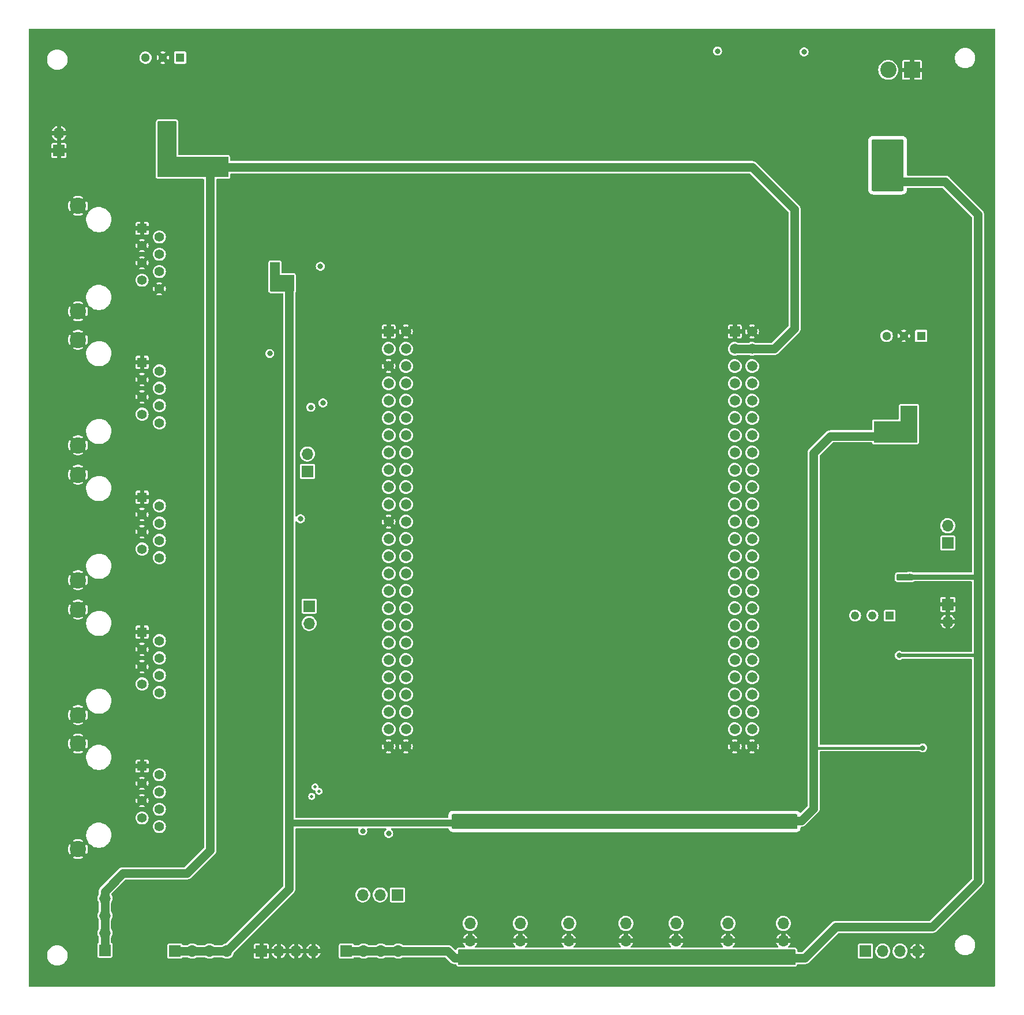
<source format=gbr>
%TF.GenerationSoftware,KiCad,Pcbnew,7.0.8*%
%TF.CreationDate,2023-12-10T21:55:31+01:00*%
%TF.ProjectId,stm_bob,73746d5f-626f-4622-9e6b-696361645f70,rev?*%
%TF.SameCoordinates,Original*%
%TF.FileFunction,Copper,L3,Inr*%
%TF.FilePolarity,Positive*%
%FSLAX46Y46*%
G04 Gerber Fmt 4.6, Leading zero omitted, Abs format (unit mm)*
G04 Created by KiCad (PCBNEW 7.0.8) date 2023-12-10 21:55:31*
%MOMM*%
%LPD*%
G01*
G04 APERTURE LIST*
%TA.AperFunction,ComponentPad*%
%ADD10R,1.700000X1.700000*%
%TD*%
%TA.AperFunction,ComponentPad*%
%ADD11O,1.700000X1.700000*%
%TD*%
%TA.AperFunction,ComponentPad*%
%ADD12R,1.408000X1.408000*%
%TD*%
%TA.AperFunction,ComponentPad*%
%ADD13C,1.408000*%
%TD*%
%TA.AperFunction,ComponentPad*%
%ADD14C,2.400000*%
%TD*%
%TA.AperFunction,ComponentPad*%
%ADD15R,1.508000X1.508000*%
%TD*%
%TA.AperFunction,ComponentPad*%
%ADD16C,1.508000*%
%TD*%
%TA.AperFunction,ComponentPad*%
%ADD17R,2.400000X2.400000*%
%TD*%
%TA.AperFunction,ComponentPad*%
%ADD18R,1.300000X1.300000*%
%TD*%
%TA.AperFunction,ComponentPad*%
%ADD19C,1.300000*%
%TD*%
%TA.AperFunction,ComponentPad*%
%ADD20R,1.218000X1.218000*%
%TD*%
%TA.AperFunction,ComponentPad*%
%ADD21C,1.218000*%
%TD*%
%TA.AperFunction,ViaPad*%
%ADD22C,1.000000*%
%TD*%
%TA.AperFunction,ViaPad*%
%ADD23C,0.800000*%
%TD*%
%TA.AperFunction,ViaPad*%
%ADD24C,0.500000*%
%TD*%
%TA.AperFunction,Conductor*%
%ADD25C,1.270000*%
%TD*%
%TA.AperFunction,Conductor*%
%ADD26C,0.762000*%
%TD*%
%TA.AperFunction,Conductor*%
%ADD27C,0.250000*%
%TD*%
%TA.AperFunction,Conductor*%
%ADD28C,0.508000*%
%TD*%
%TA.AperFunction,Conductor*%
%ADD29C,1.016000*%
%TD*%
%TA.AperFunction,Conductor*%
%ADD30C,0.381000*%
%TD*%
G04 APERTURE END LIST*
D10*
%TO.N,GPIO_E15*%
%TO.C,J9_GPIO1*%
X61087000Y-115189000D03*
D11*
%TO.N,GPIO_B10*%
X61087000Y-117729000D03*
%TD*%
D10*
%TO.N,+12V*%
%TO.C,J5*%
X66558000Y-165862000D03*
D11*
X69098000Y-165862000D03*
X71638000Y-165862000D03*
X74178000Y-165862000D03*
%TD*%
D12*
%TO.N,GND*%
%TO.C,JzAxis1*%
X36576000Y-138684000D03*
D13*
%TO.N,/enableZ_*%
X39116000Y-139954000D03*
%TO.N,GND*%
X36576000Y-141224000D03*
%TO.N,/stepZ_*%
X39116000Y-142494000D03*
%TO.N,GND*%
X36576000Y-143764000D03*
%TO.N,/dirZ_*%
X39116000Y-145034000D03*
%TO.N,error_stepper*%
X36576000Y-146304000D03*
%TO.N,/errorY2_+*%
X39116000Y-147574000D03*
D14*
%TO.N,GND*%
X27176000Y-135379000D03*
X27176000Y-150879000D03*
%TD*%
D10*
%TO.N,GND*%
%TO.C,J4*%
X154813000Y-114935000D03*
D11*
X154813000Y-117475000D03*
%TD*%
D12*
%TO.N,GND*%
%TO.C,Jy1Axis1*%
X36576000Y-99187000D03*
D13*
%TO.N,/enableY1_*%
X39116000Y-100457000D03*
%TO.N,GND*%
X36576000Y-101727000D03*
%TO.N,/stepY1_*%
X39116000Y-102997000D03*
%TO.N,GND*%
X36576000Y-104267000D03*
%TO.N,/dirY1_*%
X39116000Y-105537000D03*
%TO.N,/errorY1_+*%
X36576000Y-106807000D03*
%TO.N,/errorX_+*%
X39116000Y-108077000D03*
D14*
%TO.N,GND*%
X27176000Y-95882000D03*
X27176000Y-111382000D03*
%TD*%
D10*
%TO.N,+5V*%
%TO.C,J2*%
X31115000Y-165735000D03*
D11*
X31115000Y-163195000D03*
X31115000Y-160655000D03*
X31115000Y-158115000D03*
%TD*%
D15*
%TO.N,GND*%
%TO.C,TB1*%
X72771000Y-74855000D03*
D16*
X75311000Y-74855000D03*
%TO.N,VDD*%
X72771000Y-77395000D03*
X75311000Y-77395000D03*
%TO.N,GND*%
X72771000Y-79935000D03*
%TO.N,unconnected-(TB1-NRST-PadP1_6)*%
X75311000Y-79935000D03*
%TO.N,unconnected-(TB1-PC1-PadP1_7)*%
X72771000Y-82475000D03*
%TO.N,unconnected-(TB1-PC0-PadP1_8)*%
X75311000Y-82475000D03*
%TO.N,unconnected-(TB1-PC3-PadP1_9)*%
X72771000Y-85015000D03*
%TO.N,unconnected-(TB1-PC2-PadP1_10)*%
X75311000Y-85015000D03*
%TO.N,dirX*%
X72771000Y-87555000D03*
%TO.N,unconnected-(TB1-PA0-WKUP-PadP1_12)*%
X75311000Y-87555000D03*
%TO.N,dirY1*%
X72771000Y-90095000D03*
%TO.N,dirA*%
X75311000Y-90095000D03*
%TO.N,dirY2*%
X72771000Y-92635000D03*
%TO.N,unconnected-(TB1-PA4-PadP1_16)*%
X75311000Y-92635000D03*
%TO.N,dirZ*%
X72771000Y-95175000D03*
%TO.N,unconnected-(TB1-PA6-PadP1_18)*%
X75311000Y-95175000D03*
%TO.N,unconnected-(TB1-PC5-PadP1_19)*%
X72771000Y-97715000D03*
%TO.N,unconnected-(TB1-PC4-PadP1_20)*%
X75311000Y-97715000D03*
%TO.N,unconnected-(TB1-PB1-PadP1_21)*%
X72771000Y-100255000D03*
%TO.N,unconnected-(TB1-PB0-PadP1_22)*%
X75311000Y-100255000D03*
%TO.N,GND*%
X72771000Y-102795000D03*
%TO.N,unconnected-(TB1-PB2-PadP1_24)*%
X75311000Y-102795000D03*
%TO.N,GPIO_E7*%
X72771000Y-105335000D03*
%TO.N,GPIO_E8*%
X75311000Y-105335000D03*
%TO.N,stepX*%
X72771000Y-107875000D03*
%TO.N,stepZ*%
X75311000Y-107875000D03*
%TO.N,stepY1*%
X72771000Y-110415000D03*
%TO.N,stepA*%
X75311000Y-110415000D03*
%TO.N,stepY2*%
X72771000Y-112955000D03*
%TO.N,unconnected-(TB1-PE14-PadP1_32)*%
X75311000Y-112955000D03*
%TO.N,GPIO_E15*%
X72771000Y-115495000D03*
%TO.N,GPIO_B10*%
X75311000Y-115495000D03*
%TO.N,enableX*%
X72771000Y-118035000D03*
%TO.N,enableA*%
X75311000Y-118035000D03*
%TO.N,enableY1*%
X72771000Y-120575000D03*
%TO.N,enableZ*%
X75311000Y-120575000D03*
%TO.N,enableY2*%
X72771000Y-123115000D03*
%TO.N,unconnected-(TB1-PD8-PadP1_40)*%
X75311000Y-123115000D03*
%TO.N,unconnected-(TB1-PD9-PadP1_41)*%
X72771000Y-125655000D03*
%TO.N,unconnected-(TB1-PD10-PadP1_42)*%
X75311000Y-125655000D03*
%TO.N,error_stepper*%
X72771000Y-128195000D03*
%TO.N,unconnected-(TB1-PD12-PadP1_44)*%
X75311000Y-128195000D03*
%TO.N,unconnected-(TB1-PD13-PadP1_45)*%
X72771000Y-130735000D03*
%TO.N,unconnected-(TB1-PD14-PadP1_46)*%
X75311000Y-130735000D03*
%TO.N,unconnected-(TB1-PD15-PadP1_47)*%
X72771000Y-133275000D03*
%TO.N,N/C*%
X75311000Y-133275000D03*
%TO.N,GND*%
X72771000Y-135815000D03*
X75311000Y-135815000D03*
D15*
X123571000Y-74855000D03*
D16*
X126111000Y-74855000D03*
%TO.N,+5V*%
X123571000Y-77395000D03*
X126111000Y-77395000D03*
%TO.N,+3V3*%
X123571000Y-79935000D03*
X126111000Y-79935000D03*
%TO.N,unconnected-(TB1-PH0-PadP2_7)*%
X123571000Y-82475000D03*
%TO.N,unconnected-(TB1-PH1-PadP2_8)*%
X126111000Y-82475000D03*
%TO.N,unconnected-(TB1-PC14-PadP2_9)*%
X123571000Y-85015000D03*
%TO.N,unconnected-(TB1-PC15-PadP2_10)*%
X126111000Y-85015000D03*
%TO.N,LED1*%
X123571000Y-87555000D03*
%TO.N,LED2*%
X126111000Y-87555000D03*
%TO.N,SpindleOverload*%
X123571000Y-90095000D03*
%TO.N,SpindlePWM*%
X126111000Y-90095000D03*
%TO.N,SpindleEnable*%
X123571000Y-92635000D03*
%TO.N,unconnected-(TB1-PE3-PadP2_16)*%
X126111000Y-92635000D03*
%TO.N,unconnected-(TB1-PE0-PadP2_17)*%
X123571000Y-95175000D03*
%TO.N,unconnected-(TB1-PE1-PadP2_18)*%
X126111000Y-95175000D03*
%TO.N,I2C_SDA*%
X123571000Y-97715000D03*
%TO.N,I2C_SCL*%
X126111000Y-97715000D03*
%TO.N,unconnected-(TB1-BOOT0-PadP2_21)*%
X123571000Y-100255000D03*
%TO.N,VDD*%
X126111000Y-100255000D03*
%TO.N,unconnected-(TB1-PB6-PadP2_23)*%
X123571000Y-102795000D03*
%TO.N,SPI_MISO*%
X126111000Y-102795000D03*
%TO.N,unconnected-(TB1-PB4-PadP2_25)*%
X123571000Y-105335000D03*
%TO.N,SPI_MOSI*%
X126111000Y-105335000D03*
%TO.N,unconnected-(TB1-PD7-PadP2_27)*%
X123571000Y-107875000D03*
%TO.N,SPI_SCK*%
X126111000Y-107875000D03*
%TO.N,unconnected-(TB1-PD5-PadP2_29)*%
X123571000Y-110415000D03*
%TO.N,unconnected-(TB1-PD6-PadP2_30)*%
X126111000Y-110415000D03*
%TO.N,unconnected-(TB1-PD3-PadP2_31)*%
X123571000Y-112955000D03*
%TO.N,unconnected-(TB1-PD4-PadP2_32)*%
X126111000Y-112955000D03*
%TO.N,FeedHold*%
X123571000Y-115495000D03*
%TO.N,Reset*%
X126111000Y-115495000D03*
%TO.N,unconnected-(TB1-PC12-PadP2_35)*%
X123571000Y-118035000D03*
%TO.N,CycleStart*%
X126111000Y-118035000D03*
%TO.N,unconnected-(TB1-PC10-PadP2_37)*%
X123571000Y-120575000D03*
%TO.N,limitA*%
X126111000Y-120575000D03*
%TO.N,unconnected-(TB1-PA14-PadP2_39)*%
X123571000Y-123115000D03*
%TO.N,GPIO1*%
X126111000Y-123115000D03*
%TO.N,unconnected-(TB1-PA10-PadP2_41)*%
X123571000Y-125655000D03*
%TO.N,Probe*%
X126111000Y-125655000D03*
%TO.N,unconnected-(TB1-PA8-PadP2_43)*%
X123571000Y-128195000D03*
%TO.N,unconnected-(TB1-PA9-PadP2_44)*%
X126111000Y-128195000D03*
%TO.N,limitX*%
X123571000Y-130735000D03*
%TO.N,limitZ*%
X126111000Y-130735000D03*
%TO.N,limitY1*%
X123571000Y-133275000D03*
%TO.N,limitY2*%
X126111000Y-133275000D03*
%TO.N,GND*%
X123571000Y-135815000D03*
X126111000Y-135815000D03*
%TD*%
D10*
%TO.N,SPI_SCK*%
%TO.C,J11_SPI1*%
X74041000Y-157607000D03*
D11*
%TO.N,SPI_MOSI*%
X71501000Y-157607000D03*
%TO.N,SPI_MISO*%
X68961000Y-157607000D03*
%TD*%
D17*
%TO.N,GND*%
%TO.C,J1*%
X149578000Y-36422000D03*
D14*
%TO.N,+12V*%
X146078000Y-36422000D03*
%TD*%
D10*
%TO.N,+12V*%
%TO.C,JlimA1*%
X130683000Y-166878000D03*
D11*
%TO.N,GND*%
X130683000Y-164338000D03*
%TO.N,Net-(JlimA1-Pin_3)*%
X130683000Y-161798000D03*
%TD*%
D10*
%TO.N,+12V*%
%TO.C,JlimX1*%
X92075000Y-166878000D03*
D11*
%TO.N,GND*%
X92075000Y-164338000D03*
%TO.N,Net-(JlimX1-Pin_3)*%
X92075000Y-161798000D03*
%TD*%
D10*
%TO.N,+12V*%
%TO.C,JlimY2*%
X99187000Y-166878000D03*
D11*
%TO.N,GND*%
X99187000Y-164338000D03*
%TO.N,Net-(JlimY2-Pin_3)*%
X99187000Y-161798000D03*
%TD*%
D10*
%TO.N,+12V*%
%TO.C,JlimZ1*%
X84709000Y-166878000D03*
D11*
%TO.N,GND*%
X84709000Y-164338000D03*
%TO.N,Net-(JlimZ1-Pin_3)*%
X84709000Y-161798000D03*
%TD*%
D12*
%TO.N,GND*%
%TO.C,JxAxis1*%
X36576000Y-79375000D03*
D13*
%TO.N,/enableX_*%
X39116000Y-80645000D03*
%TO.N,GND*%
X36576000Y-81915000D03*
%TO.N,/stepX_*%
X39116000Y-83185000D03*
%TO.N,GND*%
X36576000Y-84455000D03*
%TO.N,/dirX_*%
X39116000Y-85725000D03*
%TO.N,/errorX_+*%
X36576000Y-86995000D03*
%TO.N,/errorA_+*%
X39116000Y-88265000D03*
D14*
%TO.N,GND*%
X27176000Y-76070000D03*
X27176000Y-91570000D03*
%TD*%
D10*
%TO.N,+3V3*%
%TO.C,J3*%
X41402000Y-165862000D03*
D11*
X43942000Y-165862000D03*
X46482000Y-165862000D03*
X49022000Y-165862000D03*
%TD*%
D10*
%TO.N,+12V*%
%TO.C,JProbe1*%
X114935000Y-166878000D03*
D11*
%TO.N,GND*%
X114935000Y-164338000D03*
%TO.N,Net-(JProbe1-Pin_3)*%
X114935000Y-161798000D03*
%TD*%
D12*
%TO.N,GND*%
%TO.C,Jy2Axis1*%
X36576000Y-118999000D03*
D13*
%TO.N,/enableY2_*%
X39116000Y-120269000D03*
%TO.N,GND*%
X36576000Y-121539000D03*
%TO.N,/stepY2_*%
X39116000Y-122809000D03*
%TO.N,GND*%
X36576000Y-124079000D03*
%TO.N,/dirY2_*%
X39116000Y-125349000D03*
%TO.N,/errorY2_+*%
X36576000Y-126619000D03*
%TO.N,/errorY1_+*%
X39116000Y-127889000D03*
D14*
%TO.N,GND*%
X27176000Y-115694000D03*
X27176000Y-131194000D03*
%TD*%
D12*
%TO.N,GND*%
%TO.C,JAxisA1*%
X36576000Y-59690000D03*
D13*
%TO.N,/enableA_*%
X39116000Y-60960000D03*
%TO.N,GND*%
X36576000Y-62230000D03*
%TO.N,/stepA_*%
X39116000Y-63500000D03*
%TO.N,GND*%
X36576000Y-64770000D03*
%TO.N,/dirA_*%
X39116000Y-66040000D03*
%TO.N,/errorA_+*%
X36576000Y-67310000D03*
%TO.N,GND*%
X39116000Y-68580000D03*
D14*
X27176000Y-56385000D03*
X27176000Y-71885000D03*
%TD*%
D10*
%TO.N,I2C_SDA*%
%TO.C,JI2C1*%
X154813000Y-105918000D03*
D11*
%TO.N,I2C_SCL*%
X154813000Y-103378000D03*
%TD*%
D10*
%TO.N,GND*%
%TO.C,J6*%
X54102000Y-165862000D03*
D11*
X56642000Y-165862000D03*
X59182000Y-165862000D03*
X61722000Y-165862000D03*
%TD*%
D18*
%TO.N,Net-(U5V+1-+VIN)*%
%TO.C,U5V+1*%
X42164000Y-34616500D03*
D19*
%TO.N,GND*%
X39624000Y-34616500D03*
%TO.N,+5V*%
X37084000Y-34616500D03*
%TD*%
D18*
%TO.N,Net-(U3V3+1-+VIN)*%
%TO.C,U3V3+1*%
X150922398Y-75500537D03*
D19*
%TO.N,GND*%
X148382398Y-75500537D03*
%TO.N,+3V3*%
X145842398Y-75500537D03*
%TD*%
D10*
%TO.N,GPIO_E7*%
%TO.C,J10_GPIO1*%
X60833000Y-95382000D03*
D11*
%TO.N,GPIO_E8*%
X60833000Y-92842000D03*
%TD*%
D10*
%TO.N,Net-(JPvMaffel1-Pin_1)*%
%TO.C,JPvMaffel1*%
X142748000Y-165862000D03*
D11*
%TO.N,Upv_maffel*%
X145288000Y-165862000D03*
%TO.N,Uo_overload*%
X147828000Y-165862000D03*
%TO.N,GND*%
X150368000Y-165862000D03*
%TD*%
D10*
%TO.N,GND*%
%TO.C,J7*%
X24384000Y-48260000D03*
D11*
X24384000Y-45720000D03*
%TD*%
D20*
%TO.N,Net-(R20-Pad2)*%
%TO.C,RV1*%
X146302580Y-116575882D03*
D21*
X143762580Y-116575882D03*
%TO.N,Net-(U9B--)*%
X141222580Y-116575882D03*
%TD*%
D10*
%TO.N,+12V*%
%TO.C,JlimY1*%
X107569000Y-166878000D03*
D11*
%TO.N,GND*%
X107569000Y-164338000D03*
%TO.N,Net-(JlimY1-Pin_3)*%
X107569000Y-161798000D03*
%TD*%
D10*
%TO.N,+12V*%
%TO.C,JGpio1*%
X122555000Y-166878000D03*
D11*
%TO.N,GND*%
X122555000Y-164338000D03*
%TO.N,Net-(JGpio1-Pin_3)*%
X122555000Y-161798000D03*
%TD*%
D22*
%TO.N,+12V*%
X143256000Y-162306000D03*
D23*
X147701000Y-122428000D03*
X146050000Y-52832000D03*
X144653000Y-50673000D03*
X148336000Y-110871000D03*
X144653000Y-52832000D03*
D22*
X149225000Y-110871000D03*
D23*
X147447000Y-52832000D03*
X147447000Y-50673000D03*
D24*
%TO.N,dirZ*%
X61482986Y-143139414D03*
D23*
%TO.N,stepX*%
X55321200Y-78079600D03*
D24*
%TO.N,stepZ*%
X62534800Y-142392400D03*
D23*
%TO.N,stepA*%
X62738000Y-65278000D03*
%TO.N,enableX*%
X61341000Y-85979000D03*
%TO.N,enableA*%
X63119000Y-85344000D03*
%TO.N,enableY1*%
X59817000Y-102362000D03*
D24*
%TO.N,enableZ*%
X61976000Y-141732000D03*
D22*
%TO.N,+5V*%
X46609000Y-108077000D03*
X46615350Y-67945000D03*
D23*
X42926000Y-50673000D03*
X40386000Y-50673000D03*
X48260000Y-50673000D03*
X40386000Y-49439500D03*
D22*
X46736000Y-127838000D03*
D23*
X40386000Y-48169500D03*
X41656000Y-50673000D03*
D22*
X46615350Y-88138000D03*
X46583600Y-147447000D03*
D23*
%TO.N,+3V3*%
X56896000Y-68326000D03*
X106172000Y-146558000D03*
X147269200Y-90246200D03*
D22*
X58166000Y-147701000D03*
X58039000Y-68326000D03*
X65659000Y-147066000D03*
D23*
X151130000Y-136017000D03*
X147269200Y-88722200D03*
X144729200Y-88722200D03*
D22*
X58166000Y-88493600D03*
D23*
X144729200Y-90246200D03*
D22*
X71374000Y-147066000D03*
D23*
X58039000Y-67310000D03*
X98552000Y-146558000D03*
D22*
X129160732Y-146600910D03*
D23*
X113792000Y-146558000D03*
D22*
X83566000Y-146558000D03*
D23*
X145999200Y-88722200D03*
X121412000Y-146558000D03*
D22*
X58039000Y-128066600D03*
D23*
X90932000Y-146558000D03*
X148539200Y-90246200D03*
D22*
X58166000Y-108331000D03*
D23*
X145999200Y-90246200D03*
%TO.N,LED1*%
X121031000Y-33655000D03*
%TO.N,LED2*%
X133731000Y-33782000D03*
%TO.N,SPI_MOSI*%
X72771000Y-148590000D03*
%TO.N,SPI_MISO*%
X68961000Y-148209000D03*
%TO.N,GND*%
X138938000Y-105664000D03*
X56134000Y-98933000D03*
X140970000Y-97663000D03*
X49530000Y-79375000D03*
X141183949Y-100836634D03*
X60198000Y-105918000D03*
D22*
X46990000Y-45629500D03*
D23*
X123698000Y-33782000D03*
D22*
X154305000Y-87376000D03*
D23*
X53213000Y-61468000D03*
X72771000Y-72644000D03*
X139700000Y-140208000D03*
X53975000Y-66802000D03*
X44069000Y-146558000D03*
X157561110Y-147576782D03*
X53721000Y-126822000D03*
X51847750Y-66802000D03*
X149987000Y-116586000D03*
D22*
X155321000Y-87376000D03*
D23*
X129667000Y-113030000D03*
X151852000Y-157734000D03*
D22*
X151943689Y-58609026D03*
D23*
X126111000Y-72517000D03*
X136947351Y-152305162D03*
X85852000Y-125857000D03*
D22*
X138557000Y-35433000D03*
X156274973Y-66531269D03*
D23*
X53848000Y-87249000D03*
X75311000Y-72644000D03*
X52832000Y-141732000D03*
X53848000Y-146431000D03*
D22*
X60960000Y-41529000D03*
D23*
X51816000Y-87249000D03*
X157226000Y-109347000D03*
X49276000Y-98552000D03*
X110363000Y-33655000D03*
X53879750Y-107061000D03*
X152781000Y-100584000D03*
X51816000Y-146431000D03*
X139446000Y-129413000D03*
X119380000Y-125603000D03*
X31115000Y-43942000D03*
X147447000Y-109093000D03*
X56134000Y-79375000D03*
D22*
X53086000Y-46609000D03*
D23*
X51847750Y-107086400D03*
X152654000Y-133858000D03*
X123571000Y-72517000D03*
X53086000Y-121793000D03*
X156337000Y-132969000D03*
D22*
X154305000Y-88519000D03*
X154305000Y-86360000D03*
D23*
X51740500Y-126822000D03*
X152146000Y-142113000D03*
%TD*%
D25*
%TO.N,+12V*%
X143256000Y-162306000D02*
X138430000Y-162306000D01*
X159258000Y-57658000D02*
X154432000Y-52832000D01*
D26*
X149253607Y-110899607D02*
X159229393Y-110899607D01*
D25*
X154432000Y-52832000D02*
X147447000Y-52832000D01*
X159229393Y-110899607D02*
X159258000Y-110871000D01*
X81407000Y-165862000D02*
X82423000Y-166878000D01*
X152527000Y-162306000D02*
X143256000Y-162306000D01*
X159258000Y-110871000D02*
X159258000Y-57658000D01*
X82423000Y-166878000D02*
X84709000Y-166878000D01*
D27*
X148336000Y-110871000D02*
X149225000Y-110871000D01*
D25*
X74178000Y-165862000D02*
X81407000Y-165862000D01*
X159131000Y-122428000D02*
X159258000Y-122301000D01*
D28*
X147701000Y-122428000D02*
X159131000Y-122428000D01*
D25*
X147447000Y-52832000D02*
X146050000Y-52832000D01*
X159258000Y-155575000D02*
X152527000Y-162306000D01*
X138430000Y-162306000D02*
X133858000Y-166878000D01*
X74178000Y-165862000D02*
X71638000Y-165862000D01*
X146050000Y-52832000D02*
X144653000Y-52832000D01*
X133858000Y-166878000D02*
X130683000Y-166878000D01*
X69098000Y-165862000D02*
X66558000Y-165862000D01*
X159258000Y-110871000D02*
X159258000Y-122301000D01*
X71638000Y-165862000D02*
X69098000Y-165862000D01*
X159258000Y-122301000D02*
X159258000Y-155575000D01*
%TO.N,+5V*%
X31115000Y-163195000D02*
X31115000Y-160655000D01*
X129361000Y-77395000D02*
X126111000Y-77395000D01*
X123571000Y-77395000D02*
X126111000Y-77395000D01*
X44196000Y-50709500D02*
X126147500Y-50709500D01*
X33782000Y-154432000D02*
X43180000Y-154432000D01*
X31115000Y-160655000D02*
X31115000Y-158115000D01*
X46583600Y-151028400D02*
X46583600Y-50709500D01*
X126147500Y-50709500D02*
X132334000Y-56896000D01*
X31115000Y-158115000D02*
X31115000Y-157099000D01*
X44196000Y-50709500D02*
X42926000Y-50709500D01*
X43180000Y-154432000D02*
X46583600Y-151028400D01*
X31115000Y-157099000D02*
X33782000Y-154432000D01*
X132334000Y-74422000D02*
X129361000Y-77395000D01*
X31115000Y-165735000D02*
X31115000Y-163195000D01*
X132334000Y-56896000D02*
X132334000Y-74422000D01*
%TO.N,+3V3*%
X58166000Y-68453000D02*
X58166000Y-156718000D01*
X135128000Y-144907000D02*
X133350000Y-146685000D01*
X43942000Y-165862000D02*
X46482000Y-165862000D01*
X137591800Y-90246200D02*
X144729200Y-90246200D01*
D29*
X71374000Y-147066000D02*
X83058000Y-147066000D01*
D30*
X151130000Y-136017000D02*
X135128000Y-136017000D01*
D25*
X135128000Y-136271000D02*
X135128000Y-144907000D01*
X58039000Y-68326000D02*
X58166000Y-68453000D01*
X135128000Y-136271000D02*
X135128000Y-92710000D01*
X58166000Y-156718000D02*
X49022000Y-165862000D01*
X41402000Y-165862000D02*
X43942000Y-165862000D01*
X49022000Y-165862000D02*
X46482000Y-165862000D01*
X135128000Y-92710000D02*
X137591800Y-90246200D01*
X133350000Y-146685000D02*
X129244822Y-146685000D01*
D29*
X83058000Y-147066000D02*
X83566000Y-146558000D01*
X58166000Y-147066000D02*
X71374000Y-147066000D01*
D25*
X129244822Y-146685000D02*
X129160732Y-146600910D01*
%TD*%
%TA.AperFunction,Conductor*%
%TO.N,+3V3*%
G36*
X56716955Y-64660986D02*
G01*
X56758761Y-64709233D01*
X56769000Y-64756300D01*
X56769000Y-66548000D01*
X58814700Y-66548000D01*
X58875955Y-66565986D01*
X58917761Y-66614233D01*
X58928000Y-66661300D01*
X58928000Y-68847700D01*
X58910014Y-68908955D01*
X58861767Y-68950761D01*
X58814700Y-68961000D01*
X55485300Y-68961000D01*
X55424045Y-68943014D01*
X55382239Y-68894767D01*
X55372000Y-68847700D01*
X55372000Y-64756300D01*
X55389986Y-64695045D01*
X55438233Y-64653239D01*
X55485300Y-64643000D01*
X56655700Y-64643000D01*
X56716955Y-64660986D01*
G37*
%TD.AperFunction*%
%TD*%
%TA.AperFunction,Conductor*%
%TO.N,+3V3*%
G36*
X150315955Y-85742986D02*
G01*
X150357761Y-85791233D01*
X150368000Y-85838300D01*
X150368000Y-91047300D01*
X150350014Y-91108555D01*
X150301767Y-91150361D01*
X150254700Y-91160600D01*
X144080500Y-91160600D01*
X144019245Y-91142614D01*
X143977439Y-91094367D01*
X143967200Y-91047300D01*
X143967200Y-88124300D01*
X143985186Y-88063045D01*
X144033433Y-88021239D01*
X144080500Y-88011000D01*
X147878800Y-88011000D01*
X147878800Y-88010999D01*
X147875568Y-86947432D01*
X147878501Y-85838000D01*
X147896649Y-85776794D01*
X147945007Y-85735115D01*
X147991801Y-85725000D01*
X150254700Y-85725000D01*
X150315955Y-85742986D01*
G37*
%TD.AperFunction*%
%TD*%
%TA.AperFunction,Conductor*%
%TO.N,+12V*%
G36*
X132408955Y-165625986D02*
G01*
X132450761Y-165674233D01*
X132461000Y-165721300D01*
X132461000Y-167780700D01*
X132443014Y-167841955D01*
X132394767Y-167883761D01*
X132347700Y-167894000D01*
X83044300Y-167894000D01*
X82983045Y-167876014D01*
X82941239Y-167827767D01*
X82931000Y-167780700D01*
X82931000Y-165721300D01*
X82948986Y-165660045D01*
X82997233Y-165618239D01*
X83044300Y-165608000D01*
X132347700Y-165608000D01*
X132408955Y-165625986D01*
G37*
%TD.AperFunction*%
%TD*%
%TA.AperFunction,Conductor*%
%TO.N,+12V*%
G36*
X148093980Y-46611383D02*
G01*
X148155011Y-46623523D01*
X148199709Y-46642037D01*
X148241096Y-46669691D01*
X148275309Y-46703904D01*
X148302962Y-46745291D01*
X148321476Y-46789987D01*
X148333617Y-46851019D01*
X148336000Y-46875212D01*
X148336000Y-53962787D01*
X148333617Y-53986980D01*
X148321476Y-54048012D01*
X148302962Y-54092708D01*
X148275309Y-54134095D01*
X148241095Y-54168309D01*
X148199708Y-54195962D01*
X148155012Y-54214476D01*
X148106989Y-54224029D01*
X148093978Y-54226617D01*
X148069788Y-54229000D01*
X143903212Y-54229000D01*
X143879021Y-54226617D01*
X143862690Y-54223368D01*
X143817987Y-54214476D01*
X143773291Y-54195962D01*
X143731904Y-54168309D01*
X143697691Y-54134096D01*
X143670037Y-54092708D01*
X143651523Y-54048010D01*
X143639383Y-53986978D01*
X143637000Y-53962787D01*
X143637000Y-46875212D01*
X143639383Y-46851021D01*
X143651523Y-46789989D01*
X143670037Y-46745291D01*
X143697693Y-46703900D01*
X143731900Y-46669693D01*
X143773292Y-46642036D01*
X143817989Y-46623523D01*
X143879021Y-46611383D01*
X143903212Y-46609000D01*
X148069788Y-46609000D01*
X148093980Y-46611383D01*
G37*
%TD.AperFunction*%
%TD*%
%TA.AperFunction,Conductor*%
%TO.N,+12V*%
G36*
X149680955Y-110507986D02*
G01*
X149722761Y-110556233D01*
X149733000Y-110603300D01*
X149733000Y-111265700D01*
X149715014Y-111326955D01*
X149666767Y-111368761D01*
X149619700Y-111379000D01*
X147433300Y-111379000D01*
X147372045Y-111361014D01*
X147330239Y-111312767D01*
X147320000Y-111265700D01*
X147320000Y-110603300D01*
X147337986Y-110542045D01*
X147386233Y-110500239D01*
X147433300Y-110490000D01*
X149619700Y-110490000D01*
X149680955Y-110507986D01*
G37*
%TD.AperFunction*%
%TD*%
%TA.AperFunction,Conductor*%
%TO.N,+5V*%
G36*
X41589655Y-43971086D02*
G01*
X41631461Y-44019333D01*
X41641700Y-44066400D01*
X41641700Y-49185500D01*
X49162700Y-49185500D01*
X49223955Y-49203486D01*
X49265761Y-49251733D01*
X49276000Y-49298800D01*
X49276000Y-52069400D01*
X49258014Y-52130655D01*
X49209767Y-52172461D01*
X49162700Y-52182700D01*
X38975300Y-52182700D01*
X38914045Y-52164714D01*
X38872239Y-52116467D01*
X38862000Y-52069400D01*
X38862000Y-44066400D01*
X38879986Y-44005145D01*
X38928233Y-43963339D01*
X38975300Y-43953100D01*
X41528400Y-43953100D01*
X41589655Y-43971086D01*
G37*
%TD.AperFunction*%
%TD*%
%TA.AperFunction,Conductor*%
%TO.N,+3V3*%
G36*
X132658039Y-145764885D02*
G01*
X132703794Y-145817689D01*
X132715000Y-145869200D01*
X132715000Y-147754800D01*
X132695315Y-147821839D01*
X132642511Y-147867594D01*
X132591000Y-147878800D01*
X82166000Y-147878800D01*
X82098961Y-147859115D01*
X82053206Y-147806311D01*
X82042000Y-147754800D01*
X82042000Y-145869200D01*
X82061685Y-145802161D01*
X82114489Y-145756406D01*
X82166000Y-145745200D01*
X132591000Y-145745200D01*
X132658039Y-145764885D01*
G37*
%TD.AperFunction*%
%TD*%
%TA.AperFunction,Conductor*%
%TO.N,GND*%
G36*
X161740539Y-30373185D02*
G01*
X161786294Y-30425989D01*
X161797500Y-30477500D01*
X161797500Y-170944500D01*
X161777815Y-171011539D01*
X161725011Y-171057294D01*
X161673500Y-171068500D01*
X20063500Y-171068500D01*
X19996461Y-171048815D01*
X19950706Y-170996011D01*
X19939500Y-170944500D01*
X19939500Y-166622334D01*
X22629500Y-166622334D01*
X22670429Y-166867616D01*
X22751169Y-167102802D01*
X22751172Y-167102811D01*
X22869524Y-167321506D01*
X22869526Y-167321509D01*
X23022262Y-167517744D01*
X23175958Y-167659231D01*
X23205217Y-167686166D01*
X23413393Y-167822173D01*
X23641118Y-167922063D01*
X23882175Y-167983107D01*
X23882179Y-167983108D01*
X23882181Y-167983108D01*
X23882186Y-167983109D01*
X24015376Y-167994145D01*
X24067933Y-167998500D01*
X24067935Y-167998500D01*
X24192065Y-167998500D01*
X24192067Y-167998500D01*
X24253284Y-167993427D01*
X24377813Y-167983109D01*
X24377816Y-167983108D01*
X24377821Y-167983108D01*
X24618881Y-167922063D01*
X24846607Y-167822173D01*
X25054785Y-167686164D01*
X25237738Y-167517744D01*
X25390474Y-167321509D01*
X25508828Y-167102810D01*
X25589571Y-166867614D01*
X25630500Y-166622335D01*
X25630500Y-166373665D01*
X25589571Y-166128386D01*
X25508828Y-165893190D01*
X25390474Y-165674491D01*
X25237738Y-165478256D01*
X25054785Y-165309836D01*
X25054782Y-165309833D01*
X24846606Y-165173826D01*
X24618881Y-165073936D01*
X24377824Y-165012892D01*
X24377813Y-165012890D01*
X24212548Y-164999197D01*
X24192067Y-164997500D01*
X24067933Y-164997500D01*
X24048521Y-164999108D01*
X23882186Y-165012890D01*
X23882175Y-165012892D01*
X23641118Y-165073936D01*
X23413393Y-165173826D01*
X23205217Y-165309833D01*
X23022261Y-165478257D01*
X22869524Y-165674493D01*
X22751172Y-165893188D01*
X22751169Y-165893197D01*
X22670429Y-166128383D01*
X22629500Y-166373665D01*
X22629500Y-166622334D01*
X19939500Y-166622334D01*
X19939500Y-163195000D01*
X30005768Y-163195000D01*
X30024654Y-163398816D01*
X30024654Y-163398818D01*
X30024655Y-163398821D01*
X30049998Y-163487892D01*
X30080673Y-163595704D01*
X30171908Y-163778929D01*
X30171914Y-163778938D01*
X30200453Y-163816729D01*
X30225146Y-163882090D01*
X30225500Y-163891457D01*
X30225500Y-164539029D01*
X30205815Y-164606068D01*
X30170391Y-164642131D01*
X30081515Y-164701515D01*
X30025266Y-164785699D01*
X30025264Y-164785703D01*
X30010500Y-164859928D01*
X30010500Y-166610063D01*
X30025266Y-166684301D01*
X30081515Y-166768484D01*
X30115234Y-166791014D01*
X30165699Y-166824734D01*
X30165702Y-166824734D01*
X30165703Y-166824735D01*
X30190666Y-166829700D01*
X30239933Y-166839500D01*
X31990066Y-166839499D01*
X32064301Y-166824734D01*
X32148484Y-166768484D01*
X32169479Y-166737063D01*
X40297500Y-166737063D01*
X40312266Y-166811301D01*
X40368515Y-166895484D01*
X40402234Y-166918014D01*
X40452699Y-166951734D01*
X40452702Y-166951734D01*
X40452703Y-166951735D01*
X40477666Y-166956700D01*
X40526933Y-166966500D01*
X42277066Y-166966499D01*
X42351301Y-166951734D01*
X42435484Y-166895484D01*
X42491734Y-166811301D01*
X42491734Y-166811300D01*
X42494869Y-166806609D01*
X42548481Y-166761804D01*
X42597971Y-166751500D01*
X43245224Y-166751500D01*
X43310501Y-166770073D01*
X43447569Y-166854942D01*
X43447575Y-166854945D01*
X43480278Y-166867614D01*
X43638444Y-166928888D01*
X43839653Y-166966500D01*
X43839656Y-166966500D01*
X44044344Y-166966500D01*
X44044347Y-166966500D01*
X44245556Y-166928888D01*
X44436427Y-166854944D01*
X44485218Y-166824734D01*
X44573499Y-166770073D01*
X44638776Y-166751500D01*
X45785224Y-166751500D01*
X45850501Y-166770073D01*
X45987569Y-166854942D01*
X45987575Y-166854945D01*
X46020278Y-166867614D01*
X46178444Y-166928888D01*
X46379653Y-166966500D01*
X46379656Y-166966500D01*
X46584344Y-166966500D01*
X46584347Y-166966500D01*
X46785556Y-166928888D01*
X46976427Y-166854944D01*
X47025218Y-166824734D01*
X47113499Y-166770073D01*
X47178776Y-166751500D01*
X48325224Y-166751500D01*
X48390501Y-166770073D01*
X48527569Y-166854942D01*
X48527575Y-166854945D01*
X48560278Y-166867614D01*
X48718444Y-166928888D01*
X48919653Y-166966500D01*
X48919656Y-166966500D01*
X49124344Y-166966500D01*
X49124347Y-166966500D01*
X49325556Y-166928888D01*
X49516427Y-166854944D01*
X49690462Y-166747186D01*
X49841732Y-166609285D01*
X49965088Y-166445935D01*
X50056328Y-166262701D01*
X50112345Y-166065821D01*
X50112345Y-166065815D01*
X50112347Y-166065810D01*
X50113399Y-166060184D01*
X50115829Y-166060638D01*
X50137671Y-166005576D01*
X50147695Y-165994246D01*
X50597441Y-165544500D01*
X52998000Y-165544500D01*
X53711693Y-165544500D01*
X53642507Y-165652156D01*
X53602000Y-165790111D01*
X53602000Y-165933889D01*
X53642507Y-166071844D01*
X53711693Y-166179500D01*
X52998001Y-166179500D01*
X52998001Y-166737014D01*
X53012737Y-166811106D01*
X53012738Y-166811109D01*
X53068876Y-166895123D01*
X53152895Y-166951263D01*
X53152896Y-166951264D01*
X53226980Y-166965999D01*
X53784499Y-166965999D01*
X53784500Y-166965998D01*
X53784500Y-166248479D01*
X53828900Y-166286952D01*
X53959685Y-166346680D01*
X54066237Y-166362000D01*
X54137763Y-166362000D01*
X54244315Y-166346680D01*
X54375100Y-166286952D01*
X54419500Y-166248479D01*
X54419500Y-166965999D01*
X54977015Y-166965999D01*
X55051106Y-166951262D01*
X55051109Y-166951261D01*
X55135123Y-166895123D01*
X55191263Y-166811104D01*
X55191264Y-166811103D01*
X55205999Y-166737021D01*
X55206000Y-166737018D01*
X55206000Y-166179500D01*
X54492307Y-166179500D01*
X54561493Y-166071844D01*
X54602000Y-165933889D01*
X54602000Y-165790111D01*
X54561493Y-165652156D01*
X54492307Y-165544500D01*
X55205999Y-165544500D01*
X55205999Y-165544499D01*
X55584518Y-165544499D01*
X55584519Y-165544500D01*
X56251693Y-165544500D01*
X56182507Y-165652156D01*
X56142000Y-165790111D01*
X56142000Y-165933889D01*
X56182507Y-166071844D01*
X56251693Y-166179500D01*
X55584519Y-166179500D01*
X55608139Y-166262516D01*
X55608144Y-166262529D01*
X55699339Y-166445671D01*
X55822640Y-166608949D01*
X55973836Y-166746782D01*
X55973842Y-166746786D01*
X56147793Y-166854492D01*
X56147799Y-166854495D01*
X56324500Y-166922948D01*
X56324500Y-166248479D01*
X56368900Y-166286952D01*
X56499685Y-166346680D01*
X56606237Y-166362000D01*
X56677763Y-166362000D01*
X56784315Y-166346680D01*
X56915100Y-166286952D01*
X56959500Y-166248479D01*
X56959500Y-166922948D01*
X57136200Y-166854495D01*
X57136206Y-166854492D01*
X57310157Y-166746786D01*
X57310163Y-166746782D01*
X57461359Y-166608949D01*
X57584660Y-166445671D01*
X57675855Y-166262529D01*
X57675860Y-166262516D01*
X57699481Y-166179500D01*
X57032307Y-166179500D01*
X57101493Y-166071844D01*
X57142000Y-165933889D01*
X57142000Y-165790111D01*
X57101493Y-165652156D01*
X57032307Y-165544500D01*
X57699481Y-165544500D01*
X57699481Y-165544499D01*
X58124518Y-165544499D01*
X58124519Y-165544500D01*
X58791693Y-165544500D01*
X58722507Y-165652156D01*
X58682000Y-165790111D01*
X58682000Y-165933889D01*
X58722507Y-166071844D01*
X58791693Y-166179500D01*
X58124519Y-166179500D01*
X58148139Y-166262516D01*
X58148144Y-166262529D01*
X58239339Y-166445671D01*
X58362640Y-166608949D01*
X58513836Y-166746782D01*
X58513842Y-166746786D01*
X58687793Y-166854492D01*
X58687799Y-166854495D01*
X58864500Y-166922948D01*
X58864500Y-166248479D01*
X58908900Y-166286952D01*
X59039685Y-166346680D01*
X59146237Y-166362000D01*
X59217763Y-166362000D01*
X59324315Y-166346680D01*
X59455100Y-166286952D01*
X59499500Y-166248479D01*
X59499500Y-166922948D01*
X59676200Y-166854495D01*
X59676206Y-166854492D01*
X59850157Y-166746786D01*
X59850163Y-166746782D01*
X60001359Y-166608949D01*
X60124660Y-166445671D01*
X60215855Y-166262529D01*
X60215860Y-166262516D01*
X60239481Y-166179500D01*
X59572307Y-166179500D01*
X59641493Y-166071844D01*
X59682000Y-165933889D01*
X59682000Y-165790111D01*
X59641493Y-165652156D01*
X59572307Y-165544500D01*
X60239481Y-165544500D01*
X60239481Y-165544499D01*
X60664518Y-165544499D01*
X60664519Y-165544500D01*
X61331693Y-165544500D01*
X61262507Y-165652156D01*
X61222000Y-165790111D01*
X61222000Y-165933889D01*
X61262507Y-166071844D01*
X61331693Y-166179500D01*
X60664519Y-166179500D01*
X60688139Y-166262516D01*
X60688144Y-166262529D01*
X60779339Y-166445671D01*
X60902640Y-166608949D01*
X61053836Y-166746782D01*
X61053842Y-166746786D01*
X61227793Y-166854492D01*
X61227799Y-166854495D01*
X61404500Y-166922948D01*
X61404500Y-166248479D01*
X61448900Y-166286952D01*
X61579685Y-166346680D01*
X61686237Y-166362000D01*
X61757763Y-166362000D01*
X61864315Y-166346680D01*
X61995100Y-166286952D01*
X62039500Y-166248479D01*
X62039500Y-166922948D01*
X62216200Y-166854495D01*
X62216206Y-166854492D01*
X62390157Y-166746786D01*
X62390163Y-166746782D01*
X62400824Y-166737063D01*
X65453500Y-166737063D01*
X65468266Y-166811301D01*
X65524515Y-166895484D01*
X65558234Y-166918014D01*
X65608699Y-166951734D01*
X65608702Y-166951734D01*
X65608703Y-166951735D01*
X65633666Y-166956700D01*
X65682933Y-166966500D01*
X67433066Y-166966499D01*
X67507301Y-166951734D01*
X67591484Y-166895484D01*
X67647734Y-166811301D01*
X67647734Y-166811300D01*
X67650869Y-166806609D01*
X67704481Y-166761804D01*
X67753971Y-166751500D01*
X68401224Y-166751500D01*
X68466501Y-166770073D01*
X68603569Y-166854942D01*
X68603575Y-166854945D01*
X68636278Y-166867614D01*
X68794444Y-166928888D01*
X68995653Y-166966500D01*
X68995656Y-166966500D01*
X69200344Y-166966500D01*
X69200347Y-166966500D01*
X69401556Y-166928888D01*
X69592427Y-166854944D01*
X69641218Y-166824734D01*
X69729499Y-166770073D01*
X69794776Y-166751500D01*
X70941224Y-166751500D01*
X71006501Y-166770073D01*
X71143569Y-166854942D01*
X71143575Y-166854945D01*
X71176278Y-166867614D01*
X71334444Y-166928888D01*
X71535653Y-166966500D01*
X71535656Y-166966500D01*
X71740344Y-166966500D01*
X71740347Y-166966500D01*
X71941556Y-166928888D01*
X72132427Y-166854944D01*
X72181218Y-166824734D01*
X72269499Y-166770073D01*
X72334776Y-166751500D01*
X73481224Y-166751500D01*
X73546501Y-166770073D01*
X73683569Y-166854942D01*
X73683575Y-166854945D01*
X73716278Y-166867614D01*
X73874444Y-166928888D01*
X74075653Y-166966500D01*
X74075656Y-166966500D01*
X74280344Y-166966500D01*
X74280347Y-166966500D01*
X74481556Y-166928888D01*
X74672427Y-166854944D01*
X74721218Y-166824734D01*
X74809499Y-166770073D01*
X74874776Y-166751500D01*
X80987195Y-166751500D01*
X81054234Y-166771185D01*
X81074876Y-166787819D01*
X81737622Y-167450565D01*
X81750257Y-167465358D01*
X81758329Y-167476468D01*
X81758331Y-167476470D01*
X81809298Y-167522361D01*
X81811647Y-167524590D01*
X81826994Y-167539937D01*
X81826998Y-167539940D01*
X81827000Y-167539942D01*
X81843856Y-167553592D01*
X81846324Y-167555700D01*
X81897282Y-167601583D01*
X81897283Y-167601583D01*
X81897285Y-167601585D01*
X81908152Y-167607858D01*
X81909171Y-167608447D01*
X81925209Y-167619470D01*
X81935873Y-167628106D01*
X81935875Y-167628107D01*
X81996980Y-167659241D01*
X81999815Y-167660781D01*
X82024470Y-167675014D01*
X82059215Y-167695075D01*
X82072273Y-167699317D01*
X82090241Y-167706759D01*
X82102476Y-167712994D01*
X82168729Y-167730746D01*
X82171800Y-167731655D01*
X82237044Y-167752855D01*
X82250694Y-167754289D01*
X82269829Y-167757836D01*
X82283085Y-167761389D01*
X82351551Y-167764976D01*
X82351570Y-167764977D01*
X82354805Y-167765231D01*
X82366192Y-167766428D01*
X82376379Y-167767500D01*
X82376380Y-167767500D01*
X82398078Y-167767500D01*
X82401321Y-167767584D01*
X82469810Y-167771174D01*
X82483366Y-167769026D01*
X82502764Y-167767500D01*
X82562635Y-167767500D01*
X82629674Y-167787185D01*
X82675429Y-167839989D01*
X82683800Y-167865141D01*
X82687670Y-167882929D01*
X82695018Y-167909716D01*
X82745121Y-167997703D01*
X82745123Y-167997705D01*
X82745123Y-167997706D01*
X82786924Y-168045947D01*
X82786927Y-168045950D01*
X82820217Y-168078072D01*
X82909936Y-168125003D01*
X82971191Y-168142989D01*
X83044300Y-168153500D01*
X83044302Y-168153500D01*
X132347691Y-168153500D01*
X132347700Y-168153500D01*
X132402862Y-168147569D01*
X132449929Y-168137330D01*
X132476716Y-168129982D01*
X132564703Y-168079879D01*
X132588826Y-168058976D01*
X132612947Y-168038076D01*
X132612947Y-168038075D01*
X132612950Y-168038073D01*
X132645072Y-168004783D01*
X132692003Y-167915064D01*
X132709180Y-167856565D01*
X132746954Y-167797787D01*
X132810510Y-167768762D01*
X132828157Y-167767500D01*
X133778236Y-167767500D01*
X133797633Y-167769026D01*
X133811190Y-167771174D01*
X133879678Y-167767584D01*
X133882922Y-167767500D01*
X133904615Y-167767500D01*
X133904620Y-167767500D01*
X133926240Y-167765226D01*
X133929392Y-167764978D01*
X133997915Y-167761389D01*
X134011182Y-167757833D01*
X134030304Y-167754289D01*
X134043956Y-167752855D01*
X134109174Y-167731663D01*
X134112259Y-167730749D01*
X134178524Y-167712994D01*
X134190754Y-167706761D01*
X134208729Y-167699316D01*
X134221785Y-167695075D01*
X134281185Y-167660779D01*
X134283989Y-167659255D01*
X134345125Y-167628107D01*
X134355790Y-167619470D01*
X134371821Y-167608450D01*
X134383715Y-167601585D01*
X134434716Y-167555662D01*
X134437118Y-167553611D01*
X134454006Y-167539937D01*
X134469371Y-167524570D01*
X134471701Y-167522361D01*
X134522669Y-167476470D01*
X134530742Y-167465357D01*
X134543371Y-167450570D01*
X135256878Y-166737063D01*
X141643500Y-166737063D01*
X141658266Y-166811301D01*
X141714515Y-166895484D01*
X141748234Y-166918014D01*
X141798699Y-166951734D01*
X141798702Y-166951734D01*
X141798703Y-166951735D01*
X141823666Y-166956700D01*
X141872933Y-166966500D01*
X143623066Y-166966499D01*
X143697301Y-166951734D01*
X143781484Y-166895484D01*
X143837734Y-166811301D01*
X143852500Y-166737067D01*
X143852499Y-165862000D01*
X144178768Y-165862000D01*
X144197654Y-166065816D01*
X144197654Y-166065818D01*
X144197655Y-166065821D01*
X144253623Y-166262529D01*
X144253673Y-166262704D01*
X144344912Y-166445935D01*
X144468269Y-166609287D01*
X144619537Y-166747185D01*
X144619539Y-166747187D01*
X144793569Y-166854942D01*
X144793575Y-166854945D01*
X144826278Y-166867614D01*
X144984444Y-166928888D01*
X145185653Y-166966500D01*
X145185656Y-166966500D01*
X145390344Y-166966500D01*
X145390347Y-166966500D01*
X145591556Y-166928888D01*
X145782427Y-166854944D01*
X145956462Y-166747186D01*
X146107732Y-166609285D01*
X146231088Y-166445935D01*
X146322328Y-166262701D01*
X146378345Y-166065821D01*
X146397232Y-165862000D01*
X146718768Y-165862000D01*
X146737654Y-166065816D01*
X146737654Y-166065818D01*
X146737655Y-166065821D01*
X146793623Y-166262529D01*
X146793673Y-166262704D01*
X146884912Y-166445935D01*
X147008269Y-166609287D01*
X147159537Y-166747185D01*
X147159539Y-166747187D01*
X147333569Y-166854942D01*
X147333575Y-166854945D01*
X147366278Y-166867614D01*
X147524444Y-166928888D01*
X147725653Y-166966500D01*
X147725656Y-166966500D01*
X147930344Y-166966500D01*
X147930347Y-166966500D01*
X148131556Y-166928888D01*
X148322427Y-166854944D01*
X148496462Y-166747186D01*
X148647732Y-166609285D01*
X148771088Y-166445935D01*
X148862328Y-166262701D01*
X148918345Y-166065821D01*
X148937232Y-165862000D01*
X148918345Y-165658179D01*
X148886000Y-165544499D01*
X149310518Y-165544499D01*
X149310519Y-165544500D01*
X149977693Y-165544500D01*
X149908507Y-165652156D01*
X149868000Y-165790111D01*
X149868000Y-165933889D01*
X149908507Y-166071844D01*
X149977693Y-166179500D01*
X149310519Y-166179500D01*
X149334139Y-166262516D01*
X149334144Y-166262529D01*
X149425339Y-166445671D01*
X149548640Y-166608949D01*
X149699836Y-166746782D01*
X149699842Y-166746786D01*
X149873793Y-166854492D01*
X149873799Y-166854495D01*
X150050500Y-166922948D01*
X150050500Y-166248479D01*
X150094900Y-166286952D01*
X150225685Y-166346680D01*
X150332237Y-166362000D01*
X150403763Y-166362000D01*
X150510315Y-166346680D01*
X150641100Y-166286952D01*
X150685500Y-166248479D01*
X150685500Y-166922948D01*
X150862200Y-166854495D01*
X150862206Y-166854492D01*
X151036157Y-166746786D01*
X151036163Y-166746782D01*
X151187359Y-166608949D01*
X151310660Y-166445671D01*
X151401855Y-166262529D01*
X151401860Y-166262516D01*
X151425481Y-166179500D01*
X150758307Y-166179500D01*
X150827493Y-166071844D01*
X150868000Y-165933889D01*
X150868000Y-165790111D01*
X150827493Y-165652156D01*
X150758307Y-165544500D01*
X151425481Y-165544500D01*
X151425481Y-165544499D01*
X151401860Y-165461483D01*
X151401855Y-165461470D01*
X151310660Y-165278328D01*
X151187359Y-165115050D01*
X151167927Y-165097335D01*
X155852500Y-165097335D01*
X155859354Y-165138412D01*
X155893429Y-165342616D01*
X155974169Y-165577802D01*
X155974172Y-165577811D01*
X156092524Y-165796506D01*
X156092526Y-165796509D01*
X156245262Y-165992744D01*
X156324645Y-166065821D01*
X156428217Y-166161166D01*
X156636393Y-166297173D01*
X156864118Y-166397063D01*
X157057109Y-166445935D01*
X157105179Y-166458108D01*
X157105181Y-166458108D01*
X157105186Y-166458109D01*
X157238376Y-166469145D01*
X157290933Y-166473500D01*
X157290935Y-166473500D01*
X157415065Y-166473500D01*
X157415067Y-166473500D01*
X157476284Y-166468427D01*
X157600813Y-166458109D01*
X157600816Y-166458108D01*
X157600821Y-166458108D01*
X157841881Y-166397063D01*
X158069607Y-166297173D01*
X158277785Y-166161164D01*
X158460738Y-165992744D01*
X158613474Y-165796509D01*
X158731828Y-165577810D01*
X158812571Y-165342614D01*
X158853500Y-165097335D01*
X158853500Y-164848665D01*
X158812571Y-164603386D01*
X158731828Y-164368190D01*
X158613474Y-164149491D01*
X158460738Y-163953256D01*
X158277785Y-163784836D01*
X158277782Y-163784833D01*
X158069606Y-163648826D01*
X157841881Y-163548936D01*
X157600824Y-163487892D01*
X157600813Y-163487890D01*
X157435548Y-163474197D01*
X157415067Y-163472500D01*
X157290933Y-163472500D01*
X157271521Y-163474108D01*
X157105186Y-163487890D01*
X157105175Y-163487892D01*
X156864118Y-163548936D01*
X156636393Y-163648826D01*
X156428217Y-163784833D01*
X156245261Y-163953257D01*
X156092524Y-164149493D01*
X155974172Y-164368188D01*
X155974169Y-164368197D01*
X155893429Y-164603383D01*
X155856836Y-164822680D01*
X155852500Y-164848665D01*
X155852500Y-165097335D01*
X151167927Y-165097335D01*
X151036163Y-164977217D01*
X151036157Y-164977213D01*
X150862206Y-164869507D01*
X150862203Y-164869506D01*
X150685500Y-164801049D01*
X150685500Y-165475520D01*
X150641100Y-165437048D01*
X150510315Y-165377320D01*
X150403763Y-165362000D01*
X150332237Y-165362000D01*
X150225685Y-165377320D01*
X150094900Y-165437048D01*
X150050500Y-165475520D01*
X150050500Y-164801049D01*
X149873796Y-164869506D01*
X149873793Y-164869507D01*
X149699842Y-164977213D01*
X149699836Y-164977217D01*
X149548640Y-165115050D01*
X149425339Y-165278328D01*
X149334144Y-165461470D01*
X149334139Y-165461483D01*
X149310518Y-165544499D01*
X148886000Y-165544499D01*
X148862328Y-165461299D01*
X148771088Y-165278065D01*
X148692371Y-165173827D01*
X148647730Y-165114712D01*
X148496462Y-164976814D01*
X148496460Y-164976812D01*
X148322430Y-164869057D01*
X148322424Y-164869054D01*
X148146881Y-164801049D01*
X148131556Y-164795112D01*
X147930347Y-164757500D01*
X147725653Y-164757500D01*
X147524444Y-164795112D01*
X147524441Y-164795112D01*
X147524441Y-164795113D01*
X147333575Y-164869054D01*
X147333569Y-164869057D01*
X147159539Y-164976812D01*
X147159537Y-164976814D01*
X147008269Y-165114712D01*
X146884912Y-165278064D01*
X146793673Y-165461295D01*
X146793672Y-165461299D01*
X146748783Y-165619070D01*
X146737654Y-165658183D01*
X146718768Y-165861999D01*
X146718768Y-165862000D01*
X146397232Y-165862000D01*
X146378345Y-165658179D01*
X146322328Y-165461299D01*
X146231088Y-165278065D01*
X146152371Y-165173827D01*
X146107730Y-165114712D01*
X145956462Y-164976814D01*
X145956460Y-164976812D01*
X145782430Y-164869057D01*
X145782424Y-164869054D01*
X145606881Y-164801049D01*
X145591556Y-164795112D01*
X145390347Y-164757500D01*
X145185653Y-164757500D01*
X144984444Y-164795112D01*
X144984441Y-164795112D01*
X144984441Y-164795113D01*
X144793575Y-164869054D01*
X144793569Y-164869057D01*
X144619539Y-164976812D01*
X144619537Y-164976814D01*
X144468269Y-165114712D01*
X144344912Y-165278064D01*
X144253673Y-165461295D01*
X144253672Y-165461299D01*
X144208783Y-165619070D01*
X144197654Y-165658183D01*
X144178768Y-165861999D01*
X144178768Y-165862000D01*
X143852499Y-165862000D01*
X143852499Y-164986934D01*
X143837734Y-164912699D01*
X143808571Y-164869054D01*
X143781484Y-164828515D01*
X143731019Y-164794796D01*
X143697301Y-164772266D01*
X143697299Y-164772265D01*
X143697296Y-164772264D01*
X143623069Y-164757500D01*
X141872936Y-164757500D01*
X141798698Y-164772266D01*
X141714515Y-164828515D01*
X141658266Y-164912699D01*
X141658264Y-164912703D01*
X141643500Y-164986928D01*
X141643500Y-166737063D01*
X135256878Y-166737063D01*
X138762124Y-163231819D01*
X138823447Y-163198334D01*
X138849805Y-163195500D01*
X143209380Y-163195500D01*
X152447236Y-163195500D01*
X152466633Y-163197026D01*
X152480190Y-163199174D01*
X152548678Y-163195584D01*
X152551922Y-163195500D01*
X152573615Y-163195500D01*
X152573620Y-163195500D01*
X152595240Y-163193226D01*
X152598392Y-163192978D01*
X152666915Y-163189389D01*
X152680182Y-163185833D01*
X152699304Y-163182289D01*
X152712956Y-163180855D01*
X152778174Y-163159663D01*
X152781259Y-163158749D01*
X152847524Y-163140994D01*
X152859754Y-163134761D01*
X152877729Y-163127316D01*
X152890785Y-163123075D01*
X152950185Y-163088779D01*
X152952989Y-163087255D01*
X153014125Y-163056107D01*
X153024787Y-163047471D01*
X153040821Y-163036450D01*
X153052715Y-163029585D01*
X153103716Y-162983662D01*
X153106118Y-162981611D01*
X153123006Y-162967937D01*
X153138371Y-162952570D01*
X153140692Y-162950368D01*
X153191669Y-162904470D01*
X153199742Y-162893357D01*
X153212371Y-162878570D01*
X159830570Y-156260371D01*
X159845357Y-156247742D01*
X159856470Y-156239669D01*
X159902368Y-156188692D01*
X159904570Y-156186371D01*
X159919936Y-156171007D01*
X159933621Y-156154105D01*
X159935664Y-156151713D01*
X159981585Y-156100715D01*
X159988447Y-156088828D01*
X159999471Y-156072787D01*
X160008106Y-156062125D01*
X160039243Y-156001013D01*
X160040769Y-155998202D01*
X160075075Y-155938785D01*
X160079317Y-155925726D01*
X160086763Y-155907753D01*
X160092994Y-155895525D01*
X160110753Y-155829244D01*
X160111658Y-155826192D01*
X160132855Y-155760956D01*
X160134289Y-155747300D01*
X160137835Y-155728169D01*
X160141388Y-155714916D01*
X160144976Y-155646436D01*
X160145231Y-155643199D01*
X160147500Y-155621621D01*
X160147500Y-155599916D01*
X160147585Y-155596670D01*
X160151174Y-155528191D01*
X160149027Y-155514635D01*
X160147500Y-155495236D01*
X160147500Y-122325915D01*
X160147585Y-122322669D01*
X160151174Y-122254190D01*
X160149027Y-122240634D01*
X160147500Y-122221235D01*
X160147500Y-110895916D01*
X160147585Y-110892670D01*
X160148246Y-110880052D01*
X160151174Y-110824191D01*
X160149027Y-110810635D01*
X160147500Y-110791236D01*
X160147500Y-57737764D01*
X160149027Y-57718364D01*
X160151174Y-57704810D01*
X160147584Y-57636320D01*
X160147500Y-57633077D01*
X160147500Y-57611378D01*
X160145232Y-57589810D01*
X160144977Y-57586570D01*
X160144193Y-57571610D01*
X160141389Y-57518085D01*
X160137836Y-57504829D01*
X160134289Y-57485694D01*
X160132855Y-57472044D01*
X160111655Y-57406800D01*
X160110746Y-57403729D01*
X160092994Y-57337476D01*
X160086759Y-57325241D01*
X160079317Y-57307273D01*
X160075075Y-57294215D01*
X160055014Y-57259470D01*
X160040781Y-57234815D01*
X160039241Y-57231980D01*
X160008107Y-57170875D01*
X160008106Y-57170873D01*
X159999470Y-57160209D01*
X159988447Y-57144171D01*
X159981584Y-57132284D01*
X159981583Y-57132282D01*
X159935700Y-57081324D01*
X159933592Y-57078856D01*
X159919942Y-57062000D01*
X159919932Y-57061989D01*
X159904596Y-57046653D01*
X159902361Y-57044298D01*
X159856470Y-56993331D01*
X159856468Y-56993329D01*
X159845358Y-56985257D01*
X159830565Y-56972622D01*
X155117375Y-52259432D01*
X155104743Y-52244643D01*
X155096669Y-52233530D01*
X155063611Y-52203764D01*
X155045701Y-52187637D01*
X155043346Y-52185403D01*
X155028013Y-52170069D01*
X155028000Y-52170058D01*
X155025548Y-52168072D01*
X155011124Y-52156392D01*
X155008688Y-52154311D01*
X154957715Y-52108415D01*
X154957712Y-52108412D01*
X154945824Y-52101549D01*
X154929789Y-52090529D01*
X154919125Y-52081893D01*
X154919124Y-52081892D01*
X154894427Y-52069308D01*
X154858005Y-52050751D01*
X154855195Y-52049225D01*
X154795785Y-52014925D01*
X154782724Y-52010681D01*
X154764751Y-52003236D01*
X154752520Y-51997004D01*
X154686271Y-51979252D01*
X154683168Y-51978333D01*
X154665423Y-51972568D01*
X154617958Y-51957145D01*
X154614985Y-51956832D01*
X154604298Y-51955709D01*
X154585184Y-51952166D01*
X154575209Y-51949493D01*
X154571912Y-51948610D01*
X154503434Y-51945022D01*
X154500199Y-51944768D01*
X154478621Y-51942500D01*
X154478620Y-51942500D01*
X154456922Y-51942500D01*
X154453678Y-51942415D01*
X154385190Y-51938826D01*
X154385189Y-51938826D01*
X154377601Y-51940027D01*
X154371633Y-51940973D01*
X154352236Y-51942500D01*
X148965500Y-51942500D01*
X148898461Y-51922815D01*
X148852706Y-51870011D01*
X148841500Y-51818500D01*
X148841500Y-46862807D01*
X148840282Y-46838012D01*
X148840282Y-46838011D01*
X148835466Y-46789117D01*
X148831824Y-46764565D01*
X148817261Y-46691361D01*
X148788496Y-46596538D01*
X148769982Y-46551842D01*
X148723274Y-46464457D01*
X148695621Y-46423070D01*
X148632751Y-46346462D01*
X148632747Y-46346458D01*
X148632745Y-46346455D01*
X148598543Y-46312253D01*
X148521942Y-46249388D01*
X148521919Y-46249371D01*
X148480566Y-46221740D01*
X148480555Y-46221733D01*
X148480550Y-46221730D01*
X148448652Y-46204680D01*
X148393148Y-46175012D01*
X148348453Y-46156500D01*
X148348446Y-46156498D01*
X148253631Y-46127736D01*
X148180430Y-46113176D01*
X148155882Y-46109534D01*
X148155878Y-46109533D01*
X148155876Y-46109533D01*
X148106991Y-46104718D01*
X148082199Y-46103500D01*
X143890801Y-46103500D01*
X143866008Y-46104718D01*
X143817128Y-46109533D01*
X143817126Y-46109533D01*
X143817121Y-46109533D01*
X143817118Y-46109534D01*
X143808871Y-46110757D01*
X143792583Y-46113173D01*
X143792579Y-46113173D01*
X143792572Y-46113175D01*
X143719371Y-46127736D01*
X143662616Y-46144952D01*
X143624549Y-46156499D01*
X143579853Y-46175011D01*
X143492457Y-46221724D01*
X143492437Y-46221736D01*
X143451078Y-46249371D01*
X143451055Y-46249388D01*
X143374452Y-46312255D01*
X143340255Y-46346452D01*
X143277385Y-46423058D01*
X143277383Y-46423061D01*
X143249728Y-46464449D01*
X143203013Y-46551849D01*
X143203009Y-46551859D01*
X143184501Y-46596543D01*
X143155735Y-46691374D01*
X143151534Y-46712495D01*
X143141175Y-46764572D01*
X143137534Y-46789118D01*
X143132718Y-46838008D01*
X143131500Y-46862801D01*
X143131500Y-53975198D01*
X143132718Y-53999991D01*
X143137534Y-54048881D01*
X143141175Y-54073427D01*
X143141179Y-54073445D01*
X143155735Y-54146624D01*
X143184501Y-54241455D01*
X143203009Y-54286139D01*
X143203013Y-54286149D01*
X143249728Y-54373549D01*
X143268245Y-54401262D01*
X143277377Y-54414929D01*
X143277381Y-54414934D01*
X143277383Y-54414937D01*
X143340253Y-54491543D01*
X143374455Y-54525745D01*
X143374460Y-54525749D01*
X143374462Y-54525751D01*
X143451070Y-54588621D01*
X143492457Y-54616274D01*
X143492459Y-54616275D01*
X143492464Y-54616278D01*
X143579834Y-54662978D01*
X143579836Y-54662979D01*
X143579842Y-54662982D01*
X143624538Y-54681496D01*
X143719364Y-54710262D01*
X143792568Y-54724824D01*
X143807583Y-54727051D01*
X143817122Y-54728467D01*
X143817121Y-54728467D01*
X143866008Y-54733282D01*
X143890801Y-54734500D01*
X143890807Y-54734500D01*
X148082194Y-54734500D01*
X148082200Y-54734500D01*
X148097076Y-54733769D01*
X148106998Y-54733282D01*
X148106996Y-54733282D01*
X148120673Y-54731934D01*
X148155884Y-54728465D01*
X148155891Y-54728464D01*
X148180422Y-54724826D01*
X148193057Y-54722312D01*
X148253635Y-54710262D01*
X148348461Y-54681496D01*
X148393157Y-54662982D01*
X148480542Y-54616274D01*
X148521929Y-54588621D01*
X148598537Y-54525751D01*
X148632751Y-54491537D01*
X148695621Y-54414929D01*
X148723274Y-54373542D01*
X148769982Y-54286157D01*
X148788496Y-54241461D01*
X148817261Y-54146638D01*
X148831824Y-54073434D01*
X148835466Y-54048882D01*
X148840282Y-53999988D01*
X148841500Y-53975197D01*
X148841500Y-53845500D01*
X148861185Y-53778461D01*
X148913989Y-53732706D01*
X148965500Y-53721500D01*
X154012195Y-53721500D01*
X154079234Y-53741185D01*
X154099876Y-53757819D01*
X158332181Y-57990124D01*
X158365666Y-58051447D01*
X158368500Y-58077805D01*
X158368500Y-110140107D01*
X158348815Y-110207146D01*
X158296011Y-110252901D01*
X158244500Y-110264107D01*
X149789296Y-110264107D01*
X149754361Y-110259084D01*
X149692814Y-110241012D01*
X149692805Y-110241010D01*
X149651055Y-110235007D01*
X149602732Y-110217263D01*
X149554439Y-110186919D01*
X149554438Y-110186918D01*
X149554437Y-110186918D01*
X149515912Y-110173437D01*
X149393951Y-110130761D01*
X149225003Y-110111726D01*
X149224997Y-110111726D01*
X149056048Y-110130761D01*
X148895559Y-110186919D01*
X148856452Y-110211493D01*
X148790479Y-110230500D01*
X148487328Y-110230500D01*
X148457654Y-110226897D01*
X148415471Y-110216500D01*
X148256529Y-110216500D01*
X148214345Y-110226897D01*
X148184672Y-110230500D01*
X147433292Y-110230500D01*
X147378139Y-110236430D01*
X147331071Y-110246670D01*
X147317677Y-110250344D01*
X147304285Y-110254017D01*
X147295540Y-110258997D01*
X147216297Y-110304121D01*
X147216296Y-110304121D01*
X147216294Y-110304123D01*
X147216293Y-110304123D01*
X147168053Y-110345924D01*
X147168050Y-110345927D01*
X147135928Y-110379217D01*
X147088997Y-110468936D01*
X147088996Y-110468938D01*
X147088995Y-110468941D01*
X147071013Y-110530182D01*
X147071009Y-110530198D01*
X147060500Y-110603299D01*
X147060500Y-111265707D01*
X147066430Y-111320860D01*
X147076670Y-111367929D01*
X147084018Y-111394716D01*
X147134121Y-111482703D01*
X147134123Y-111482705D01*
X147134123Y-111482706D01*
X147175924Y-111530947D01*
X147175927Y-111530950D01*
X147209217Y-111563072D01*
X147298936Y-111610003D01*
X147360191Y-111627989D01*
X147433300Y-111638500D01*
X147433302Y-111638500D01*
X149619691Y-111638500D01*
X149619700Y-111638500D01*
X149674862Y-111632569D01*
X149721929Y-111622330D01*
X149748716Y-111614982D01*
X149836703Y-111564879D01*
X149836706Y-111564876D01*
X149836710Y-111564874D01*
X149841677Y-111561360D01*
X149842475Y-111562487D01*
X149899658Y-111536370D01*
X149917311Y-111535107D01*
X158244500Y-111535107D01*
X158311539Y-111554792D01*
X158357294Y-111607596D01*
X158368500Y-111659107D01*
X158368500Y-121795500D01*
X158348815Y-121862539D01*
X158296011Y-121908294D01*
X158244500Y-121919500D01*
X148161046Y-121919500D01*
X148094007Y-121899815D01*
X148078820Y-121888317D01*
X148075529Y-121885401D01*
X147934793Y-121811537D01*
X147934792Y-121811536D01*
X147934791Y-121811536D01*
X147780472Y-121773500D01*
X147780471Y-121773500D01*
X147621529Y-121773500D01*
X147621528Y-121773500D01*
X147467208Y-121811536D01*
X147326469Y-121885401D01*
X147207506Y-121990794D01*
X147207500Y-121990801D01*
X147117214Y-122121602D01*
X147060850Y-122270218D01*
X147041693Y-122427999D01*
X147041693Y-122428000D01*
X147060850Y-122585781D01*
X147101427Y-122692773D01*
X147117213Y-122734395D01*
X147207502Y-122865201D01*
X147207504Y-122865203D01*
X147207506Y-122865205D01*
X147326469Y-122970598D01*
X147326471Y-122970599D01*
X147467207Y-123044463D01*
X147532272Y-123060500D01*
X147621528Y-123082500D01*
X147621529Y-123082500D01*
X147780472Y-123082500D01*
X147869728Y-123060500D01*
X147934793Y-123044463D01*
X148075529Y-122970599D01*
X148078821Y-122967682D01*
X148142054Y-122937963D01*
X148161046Y-122936500D01*
X158244500Y-122936500D01*
X158311539Y-122956185D01*
X158357294Y-123008989D01*
X158368500Y-123060500D01*
X158368500Y-155155195D01*
X158348815Y-155222234D01*
X158332181Y-155242876D01*
X152194876Y-161380181D01*
X152133553Y-161413666D01*
X152107195Y-161416500D01*
X138509763Y-161416500D01*
X138490365Y-161414973D01*
X138476809Y-161412826D01*
X138408326Y-161416415D01*
X138405083Y-161416500D01*
X138383378Y-161416500D01*
X138368312Y-161418083D01*
X138361786Y-161418769D01*
X138358556Y-161419023D01*
X138290081Y-161422611D01*
X138276824Y-161426164D01*
X138257700Y-161429709D01*
X138244049Y-161431144D01*
X138244040Y-161431146D01*
X138178812Y-161452338D01*
X138175713Y-161453256D01*
X138157753Y-161458069D01*
X138109479Y-161471004D01*
X138109471Y-161471007D01*
X138097234Y-161477241D01*
X138079278Y-161484679D01*
X138066217Y-161488923D01*
X138066213Y-161488925D01*
X138006817Y-161523216D01*
X138003968Y-161524763D01*
X137942878Y-161555891D01*
X137932202Y-161564536D01*
X137916178Y-161575548D01*
X137904284Y-161582415D01*
X137853326Y-161628297D01*
X137850862Y-161630402D01*
X137833992Y-161644063D01*
X137818640Y-161659415D01*
X137816288Y-161661646D01*
X137765332Y-161707527D01*
X137765328Y-161707531D01*
X137757254Y-161718644D01*
X137744622Y-161733433D01*
X133525876Y-165952181D01*
X133464553Y-165985666D01*
X133438195Y-165988500D01*
X132844500Y-165988500D01*
X132777461Y-165968815D01*
X132731706Y-165916011D01*
X132720500Y-165864500D01*
X132720500Y-165721308D01*
X132720499Y-165721292D01*
X132714569Y-165666139D01*
X132712837Y-165658179D01*
X132704330Y-165619071D01*
X132696982Y-165592284D01*
X132646879Y-165504297D01*
X132640744Y-165497217D01*
X132605076Y-165456053D01*
X132605073Y-165456050D01*
X132571783Y-165423928D01*
X132482064Y-165376997D01*
X132482059Y-165376995D01*
X132482058Y-165376995D01*
X132420817Y-165359013D01*
X132420801Y-165359009D01*
X132347700Y-165348500D01*
X131533338Y-165348500D01*
X131466299Y-165328815D01*
X131420544Y-165276011D01*
X131410600Y-165206853D01*
X131439625Y-165143297D01*
X131449800Y-165132863D01*
X131502359Y-165084949D01*
X131625660Y-164921671D01*
X131716855Y-164738529D01*
X131716860Y-164738516D01*
X131740481Y-164655500D01*
X131073307Y-164655500D01*
X131142493Y-164547844D01*
X131183000Y-164409889D01*
X131183000Y-164266111D01*
X131142493Y-164128156D01*
X131073307Y-164020500D01*
X131740481Y-164020500D01*
X131740481Y-164020499D01*
X131716860Y-163937483D01*
X131716855Y-163937470D01*
X131625660Y-163754328D01*
X131502359Y-163591050D01*
X131351163Y-163453217D01*
X131351157Y-163453213D01*
X131177206Y-163345507D01*
X131177203Y-163345506D01*
X131000500Y-163277049D01*
X131000500Y-163951520D01*
X130956100Y-163913048D01*
X130825315Y-163853320D01*
X130718763Y-163838000D01*
X130647237Y-163838000D01*
X130540685Y-163853320D01*
X130409900Y-163913048D01*
X130365500Y-163951520D01*
X130365500Y-163277049D01*
X130188796Y-163345506D01*
X130188793Y-163345507D01*
X130014842Y-163453213D01*
X130014836Y-163453217D01*
X129863640Y-163591050D01*
X129740339Y-163754328D01*
X129649144Y-163937470D01*
X129649139Y-163937483D01*
X129625518Y-164020499D01*
X129625519Y-164020500D01*
X130292693Y-164020500D01*
X130223507Y-164128156D01*
X130183000Y-164266111D01*
X130183000Y-164409889D01*
X130223507Y-164547844D01*
X130292693Y-164655500D01*
X129625519Y-164655500D01*
X129649139Y-164738516D01*
X129649144Y-164738529D01*
X129740339Y-164921671D01*
X129863640Y-165084949D01*
X129916200Y-165132863D01*
X129952482Y-165192574D01*
X129950721Y-165262421D01*
X129911478Y-165320229D01*
X129847211Y-165347644D01*
X129832662Y-165348500D01*
X123405338Y-165348500D01*
X123338299Y-165328815D01*
X123292544Y-165276011D01*
X123282600Y-165206853D01*
X123311625Y-165143297D01*
X123321800Y-165132863D01*
X123374359Y-165084949D01*
X123497660Y-164921671D01*
X123588855Y-164738529D01*
X123588860Y-164738516D01*
X123612481Y-164655500D01*
X122945307Y-164655500D01*
X123014493Y-164547844D01*
X123055000Y-164409889D01*
X123055000Y-164266111D01*
X123014493Y-164128156D01*
X122945307Y-164020500D01*
X123612481Y-164020500D01*
X123612481Y-164020499D01*
X123588860Y-163937483D01*
X123588855Y-163937470D01*
X123497660Y-163754328D01*
X123374359Y-163591050D01*
X123223163Y-163453217D01*
X123223157Y-163453213D01*
X123049206Y-163345507D01*
X123049203Y-163345506D01*
X122872500Y-163277049D01*
X122872500Y-163951520D01*
X122828100Y-163913048D01*
X122697315Y-163853320D01*
X122590763Y-163838000D01*
X122519237Y-163838000D01*
X122412685Y-163853320D01*
X122281900Y-163913048D01*
X122237500Y-163951520D01*
X122237500Y-163277049D01*
X122060796Y-163345506D01*
X122060793Y-163345507D01*
X121886842Y-163453213D01*
X121886836Y-163453217D01*
X121735640Y-163591050D01*
X121612339Y-163754328D01*
X121521144Y-163937470D01*
X121521139Y-163937483D01*
X121497518Y-164020499D01*
X121497519Y-164020500D01*
X122164693Y-164020500D01*
X122095507Y-164128156D01*
X122055000Y-164266111D01*
X122055000Y-164409889D01*
X122095507Y-164547844D01*
X122164693Y-164655500D01*
X121497519Y-164655500D01*
X121521139Y-164738516D01*
X121521144Y-164738529D01*
X121612339Y-164921671D01*
X121735640Y-165084949D01*
X121788200Y-165132863D01*
X121824482Y-165192574D01*
X121822721Y-165262421D01*
X121783478Y-165320229D01*
X121719211Y-165347644D01*
X121704662Y-165348500D01*
X115785338Y-165348500D01*
X115718299Y-165328815D01*
X115672544Y-165276011D01*
X115662600Y-165206853D01*
X115691625Y-165143297D01*
X115701800Y-165132863D01*
X115754359Y-165084949D01*
X115877660Y-164921671D01*
X115968855Y-164738529D01*
X115968860Y-164738516D01*
X115992481Y-164655500D01*
X115325307Y-164655500D01*
X115394493Y-164547844D01*
X115435000Y-164409889D01*
X115435000Y-164266111D01*
X115394493Y-164128156D01*
X115325307Y-164020500D01*
X115992481Y-164020500D01*
X115992481Y-164020499D01*
X115968860Y-163937483D01*
X115968855Y-163937470D01*
X115877660Y-163754328D01*
X115754359Y-163591050D01*
X115603163Y-163453217D01*
X115603157Y-163453213D01*
X115429206Y-163345507D01*
X115429203Y-163345506D01*
X115252500Y-163277049D01*
X115252500Y-163951520D01*
X115208100Y-163913048D01*
X115077315Y-163853320D01*
X114970763Y-163838000D01*
X114899237Y-163838000D01*
X114792685Y-163853320D01*
X114661900Y-163913048D01*
X114617500Y-163951520D01*
X114617500Y-163277049D01*
X114440796Y-163345506D01*
X114440793Y-163345507D01*
X114266842Y-163453213D01*
X114266836Y-163453217D01*
X114115640Y-163591050D01*
X113992339Y-163754328D01*
X113901144Y-163937470D01*
X113901139Y-163937483D01*
X113877518Y-164020499D01*
X113877519Y-164020500D01*
X114544693Y-164020500D01*
X114475507Y-164128156D01*
X114435000Y-164266111D01*
X114435000Y-164409889D01*
X114475507Y-164547844D01*
X114544693Y-164655500D01*
X113877519Y-164655500D01*
X113901139Y-164738516D01*
X113901144Y-164738529D01*
X113992339Y-164921671D01*
X114115640Y-165084949D01*
X114168200Y-165132863D01*
X114204482Y-165192574D01*
X114202721Y-165262421D01*
X114163478Y-165320229D01*
X114099211Y-165347644D01*
X114084662Y-165348500D01*
X108419338Y-165348500D01*
X108352299Y-165328815D01*
X108306544Y-165276011D01*
X108296600Y-165206853D01*
X108325625Y-165143297D01*
X108335800Y-165132863D01*
X108388359Y-165084949D01*
X108511660Y-164921671D01*
X108602855Y-164738529D01*
X108602860Y-164738516D01*
X108626481Y-164655500D01*
X107959307Y-164655500D01*
X108028493Y-164547844D01*
X108069000Y-164409889D01*
X108069000Y-164266111D01*
X108028493Y-164128156D01*
X107959307Y-164020500D01*
X108626481Y-164020500D01*
X108626481Y-164020499D01*
X108602860Y-163937483D01*
X108602855Y-163937470D01*
X108511660Y-163754328D01*
X108388359Y-163591050D01*
X108237163Y-163453217D01*
X108237157Y-163453213D01*
X108063206Y-163345507D01*
X108063203Y-163345506D01*
X107886500Y-163277049D01*
X107886500Y-163951520D01*
X107842100Y-163913048D01*
X107711315Y-163853320D01*
X107604763Y-163838000D01*
X107533237Y-163838000D01*
X107426685Y-163853320D01*
X107295900Y-163913048D01*
X107251500Y-163951520D01*
X107251500Y-163277049D01*
X107074796Y-163345506D01*
X107074793Y-163345507D01*
X106900842Y-163453213D01*
X106900836Y-163453217D01*
X106749640Y-163591050D01*
X106626339Y-163754328D01*
X106535144Y-163937470D01*
X106535139Y-163937483D01*
X106511518Y-164020499D01*
X106511519Y-164020500D01*
X107178693Y-164020500D01*
X107109507Y-164128156D01*
X107069000Y-164266111D01*
X107069000Y-164409889D01*
X107109507Y-164547844D01*
X107178693Y-164655500D01*
X106511519Y-164655500D01*
X106535139Y-164738516D01*
X106535144Y-164738529D01*
X106626339Y-164921671D01*
X106749640Y-165084949D01*
X106802200Y-165132863D01*
X106838482Y-165192574D01*
X106836721Y-165262421D01*
X106797478Y-165320229D01*
X106733211Y-165347644D01*
X106718662Y-165348500D01*
X100037338Y-165348500D01*
X99970299Y-165328815D01*
X99924544Y-165276011D01*
X99914600Y-165206853D01*
X99943625Y-165143297D01*
X99953800Y-165132863D01*
X100006359Y-165084949D01*
X100129660Y-164921671D01*
X100220855Y-164738529D01*
X100220860Y-164738516D01*
X100244481Y-164655500D01*
X99577307Y-164655500D01*
X99646493Y-164547844D01*
X99687000Y-164409889D01*
X99687000Y-164266111D01*
X99646493Y-164128156D01*
X99577307Y-164020500D01*
X100244481Y-164020500D01*
X100244481Y-164020499D01*
X100220860Y-163937483D01*
X100220855Y-163937470D01*
X100129660Y-163754328D01*
X100006359Y-163591050D01*
X99855163Y-163453217D01*
X99855157Y-163453213D01*
X99681206Y-163345507D01*
X99681203Y-163345506D01*
X99504500Y-163277049D01*
X99504500Y-163951520D01*
X99460100Y-163913048D01*
X99329315Y-163853320D01*
X99222763Y-163838000D01*
X99151237Y-163838000D01*
X99044685Y-163853320D01*
X98913900Y-163913048D01*
X98869500Y-163951520D01*
X98869500Y-163277049D01*
X98692796Y-163345506D01*
X98692793Y-163345507D01*
X98518842Y-163453213D01*
X98518836Y-163453217D01*
X98367640Y-163591050D01*
X98244339Y-163754328D01*
X98153144Y-163937470D01*
X98153139Y-163937483D01*
X98129518Y-164020499D01*
X98129519Y-164020500D01*
X98796693Y-164020500D01*
X98727507Y-164128156D01*
X98687000Y-164266111D01*
X98687000Y-164409889D01*
X98727507Y-164547844D01*
X98796693Y-164655500D01*
X98129519Y-164655500D01*
X98153139Y-164738516D01*
X98153144Y-164738529D01*
X98244339Y-164921671D01*
X98367640Y-165084949D01*
X98420200Y-165132863D01*
X98456482Y-165192574D01*
X98454721Y-165262421D01*
X98415478Y-165320229D01*
X98351211Y-165347644D01*
X98336662Y-165348500D01*
X92925338Y-165348500D01*
X92858299Y-165328815D01*
X92812544Y-165276011D01*
X92802600Y-165206853D01*
X92831625Y-165143297D01*
X92841800Y-165132863D01*
X92894359Y-165084949D01*
X93017660Y-164921671D01*
X93108855Y-164738529D01*
X93108860Y-164738516D01*
X93132481Y-164655500D01*
X92465307Y-164655500D01*
X92534493Y-164547844D01*
X92575000Y-164409889D01*
X92575000Y-164266111D01*
X92534493Y-164128156D01*
X92465307Y-164020500D01*
X93132481Y-164020500D01*
X93132481Y-164020499D01*
X93108860Y-163937483D01*
X93108855Y-163937470D01*
X93017660Y-163754328D01*
X92894359Y-163591050D01*
X92743163Y-163453217D01*
X92743157Y-163453213D01*
X92569206Y-163345507D01*
X92569203Y-163345506D01*
X92392500Y-163277049D01*
X92392500Y-163951520D01*
X92348100Y-163913048D01*
X92217315Y-163853320D01*
X92110763Y-163838000D01*
X92039237Y-163838000D01*
X91932685Y-163853320D01*
X91801900Y-163913048D01*
X91757500Y-163951520D01*
X91757500Y-163277049D01*
X91580796Y-163345506D01*
X91580793Y-163345507D01*
X91406842Y-163453213D01*
X91406836Y-163453217D01*
X91255640Y-163591050D01*
X91132339Y-163754328D01*
X91041144Y-163937470D01*
X91041139Y-163937483D01*
X91017518Y-164020499D01*
X91017519Y-164020500D01*
X91684693Y-164020500D01*
X91615507Y-164128156D01*
X91575000Y-164266111D01*
X91575000Y-164409889D01*
X91615507Y-164547844D01*
X91684693Y-164655500D01*
X91017519Y-164655500D01*
X91041139Y-164738516D01*
X91041144Y-164738529D01*
X91132339Y-164921671D01*
X91255640Y-165084949D01*
X91308200Y-165132863D01*
X91344482Y-165192574D01*
X91342721Y-165262421D01*
X91303478Y-165320229D01*
X91239211Y-165347644D01*
X91224662Y-165348500D01*
X85559338Y-165348500D01*
X85492299Y-165328815D01*
X85446544Y-165276011D01*
X85436600Y-165206853D01*
X85465625Y-165143297D01*
X85475800Y-165132863D01*
X85528359Y-165084949D01*
X85651660Y-164921671D01*
X85742855Y-164738529D01*
X85742860Y-164738516D01*
X85766481Y-164655500D01*
X85099307Y-164655500D01*
X85168493Y-164547844D01*
X85209000Y-164409889D01*
X85209000Y-164266111D01*
X85168493Y-164128156D01*
X85099307Y-164020500D01*
X85766481Y-164020500D01*
X85766481Y-164020499D01*
X85742860Y-163937483D01*
X85742855Y-163937470D01*
X85651660Y-163754328D01*
X85528359Y-163591050D01*
X85377163Y-163453217D01*
X85377157Y-163453213D01*
X85203206Y-163345507D01*
X85203203Y-163345506D01*
X85026500Y-163277049D01*
X85026500Y-163951520D01*
X84982100Y-163913048D01*
X84851315Y-163853320D01*
X84744763Y-163838000D01*
X84673237Y-163838000D01*
X84566685Y-163853320D01*
X84435900Y-163913048D01*
X84391500Y-163951520D01*
X84391500Y-163277049D01*
X84214796Y-163345506D01*
X84214793Y-163345507D01*
X84040842Y-163453213D01*
X84040836Y-163453217D01*
X83889640Y-163591050D01*
X83766339Y-163754328D01*
X83675144Y-163937470D01*
X83675139Y-163937483D01*
X83651518Y-164020499D01*
X83651519Y-164020500D01*
X84318693Y-164020500D01*
X84249507Y-164128156D01*
X84209000Y-164266111D01*
X84209000Y-164409889D01*
X84249507Y-164547844D01*
X84318693Y-164655500D01*
X83651519Y-164655500D01*
X83675139Y-164738516D01*
X83675144Y-164738529D01*
X83766339Y-164921671D01*
X83889640Y-165084949D01*
X83942200Y-165132863D01*
X83978482Y-165192574D01*
X83976721Y-165262421D01*
X83937478Y-165320229D01*
X83873211Y-165347644D01*
X83858662Y-165348500D01*
X83044292Y-165348500D01*
X82989139Y-165354430D01*
X82942071Y-165364670D01*
X82928677Y-165368344D01*
X82915285Y-165372017D01*
X82862830Y-165401887D01*
X82827297Y-165422121D01*
X82827296Y-165422121D01*
X82827294Y-165422123D01*
X82827293Y-165422123D01*
X82779053Y-165463924D01*
X82779050Y-165463927D01*
X82746928Y-165497217D01*
X82743225Y-165504297D01*
X82699994Y-165586941D01*
X82699994Y-165586943D01*
X82688484Y-165626140D01*
X82650709Y-165684918D01*
X82587153Y-165713941D01*
X82517994Y-165703996D01*
X82481827Y-165678884D01*
X82092375Y-165289432D01*
X82079743Y-165274643D01*
X82071669Y-165263530D01*
X82071666Y-165263527D01*
X82020701Y-165217637D01*
X82018346Y-165215403D01*
X82003013Y-165200069D01*
X82003000Y-165200058D01*
X81993758Y-165192574D01*
X81986124Y-165186392D01*
X81983688Y-165184311D01*
X81932715Y-165138415D01*
X81932712Y-165138412D01*
X81920824Y-165131549D01*
X81904789Y-165120529D01*
X81898023Y-165115050D01*
X81894125Y-165111893D01*
X81894124Y-165111892D01*
X81865551Y-165097334D01*
X81833005Y-165080751D01*
X81830195Y-165079225D01*
X81770785Y-165044925D01*
X81757724Y-165040681D01*
X81739751Y-165033236D01*
X81727520Y-165027004D01*
X81661271Y-165009252D01*
X81658168Y-165008333D01*
X81640423Y-165002568D01*
X81592958Y-164987145D01*
X81589985Y-164986832D01*
X81579298Y-164985709D01*
X81560184Y-164982166D01*
X81550209Y-164979493D01*
X81546912Y-164978610D01*
X81478434Y-164975022D01*
X81475199Y-164974768D01*
X81453621Y-164972500D01*
X81453620Y-164972500D01*
X81431922Y-164972500D01*
X81428678Y-164972415D01*
X81360190Y-164968826D01*
X81360189Y-164968826D01*
X81352601Y-164970027D01*
X81346633Y-164970973D01*
X81327236Y-164972500D01*
X74874776Y-164972500D01*
X74809499Y-164953927D01*
X74672430Y-164869057D01*
X74672424Y-164869054D01*
X74496881Y-164801049D01*
X74481556Y-164795112D01*
X74280347Y-164757500D01*
X74075653Y-164757500D01*
X73874444Y-164795112D01*
X73874441Y-164795112D01*
X73874441Y-164795113D01*
X73683575Y-164869054D01*
X73683569Y-164869057D01*
X73546501Y-164953927D01*
X73481224Y-164972500D01*
X72334776Y-164972500D01*
X72269499Y-164953927D01*
X72132430Y-164869057D01*
X72132424Y-164869054D01*
X71956881Y-164801049D01*
X71941556Y-164795112D01*
X71740347Y-164757500D01*
X71535653Y-164757500D01*
X71334444Y-164795112D01*
X71334441Y-164795112D01*
X71334441Y-164795113D01*
X71143575Y-164869054D01*
X71143569Y-164869057D01*
X71006501Y-164953927D01*
X70941224Y-164972500D01*
X69794776Y-164972500D01*
X69729499Y-164953927D01*
X69592430Y-164869057D01*
X69592424Y-164869054D01*
X69416881Y-164801049D01*
X69401556Y-164795112D01*
X69200347Y-164757500D01*
X68995653Y-164757500D01*
X68794444Y-164795112D01*
X68794441Y-164795112D01*
X68794441Y-164795113D01*
X68603575Y-164869054D01*
X68603569Y-164869057D01*
X68466501Y-164953927D01*
X68401224Y-164972500D01*
X67753971Y-164972500D01*
X67686932Y-164952815D01*
X67650869Y-164917391D01*
X67591484Y-164828515D01*
X67541019Y-164794796D01*
X67507301Y-164772266D01*
X67507299Y-164772265D01*
X67507296Y-164772264D01*
X67433069Y-164757500D01*
X65682936Y-164757500D01*
X65608698Y-164772266D01*
X65524515Y-164828515D01*
X65468266Y-164912699D01*
X65468264Y-164912703D01*
X65453500Y-164986928D01*
X65453500Y-166737063D01*
X62400824Y-166737063D01*
X62541359Y-166608949D01*
X62664660Y-166445671D01*
X62755855Y-166262529D01*
X62755860Y-166262516D01*
X62779481Y-166179500D01*
X62112307Y-166179500D01*
X62181493Y-166071844D01*
X62222000Y-165933889D01*
X62222000Y-165790111D01*
X62181493Y-165652156D01*
X62112307Y-165544500D01*
X62779481Y-165544500D01*
X62779481Y-165544499D01*
X62755860Y-165461483D01*
X62755855Y-165461470D01*
X62664660Y-165278328D01*
X62541359Y-165115050D01*
X62390163Y-164977217D01*
X62390157Y-164977213D01*
X62216206Y-164869507D01*
X62216203Y-164869506D01*
X62039500Y-164801049D01*
X62039500Y-165475520D01*
X61995100Y-165437048D01*
X61864315Y-165377320D01*
X61757763Y-165362000D01*
X61686237Y-165362000D01*
X61579685Y-165377320D01*
X61448900Y-165437048D01*
X61404500Y-165475520D01*
X61404500Y-164801049D01*
X61227796Y-164869506D01*
X61227793Y-164869507D01*
X61053842Y-164977213D01*
X61053836Y-164977217D01*
X60902640Y-165115050D01*
X60779339Y-165278328D01*
X60688144Y-165461470D01*
X60688139Y-165461483D01*
X60664518Y-165544499D01*
X60239481Y-165544499D01*
X60215860Y-165461483D01*
X60215855Y-165461470D01*
X60124660Y-165278328D01*
X60001359Y-165115050D01*
X59850163Y-164977217D01*
X59850157Y-164977213D01*
X59676206Y-164869507D01*
X59676203Y-164869506D01*
X59499500Y-164801049D01*
X59499500Y-165475520D01*
X59455100Y-165437048D01*
X59324315Y-165377320D01*
X59217763Y-165362000D01*
X59146237Y-165362000D01*
X59039685Y-165377320D01*
X58908900Y-165437048D01*
X58864500Y-165475520D01*
X58864500Y-164801049D01*
X58687796Y-164869506D01*
X58687793Y-164869507D01*
X58513842Y-164977213D01*
X58513836Y-164977217D01*
X58362640Y-165115050D01*
X58239339Y-165278328D01*
X58148144Y-165461470D01*
X58148139Y-165461483D01*
X58124518Y-165544499D01*
X57699481Y-165544499D01*
X57675860Y-165461483D01*
X57675855Y-165461470D01*
X57584660Y-165278328D01*
X57461359Y-165115050D01*
X57310163Y-164977217D01*
X57310157Y-164977213D01*
X57136206Y-164869507D01*
X57136203Y-164869506D01*
X56959500Y-164801049D01*
X56959500Y-165475520D01*
X56915100Y-165437048D01*
X56784315Y-165377320D01*
X56677763Y-165362000D01*
X56606237Y-165362000D01*
X56499685Y-165377320D01*
X56368900Y-165437048D01*
X56324500Y-165475520D01*
X56324500Y-164801049D01*
X56147796Y-164869506D01*
X56147793Y-164869507D01*
X55973842Y-164977213D01*
X55973836Y-164977217D01*
X55822640Y-165115050D01*
X55699339Y-165278328D01*
X55608144Y-165461470D01*
X55608139Y-165461483D01*
X55584518Y-165544499D01*
X55205999Y-165544499D01*
X55205999Y-164986985D01*
X55191262Y-164912893D01*
X55191261Y-164912890D01*
X55135123Y-164828876D01*
X55051104Y-164772736D01*
X55051103Y-164772735D01*
X54977021Y-164758000D01*
X54419500Y-164758000D01*
X54419500Y-165475520D01*
X54375100Y-165437048D01*
X54244315Y-165377320D01*
X54137763Y-165362000D01*
X54066237Y-165362000D01*
X53959685Y-165377320D01*
X53828900Y-165437048D01*
X53784500Y-165475520D01*
X53784500Y-164758000D01*
X53226985Y-164758000D01*
X53152893Y-164772737D01*
X53152890Y-164772738D01*
X53068876Y-164828876D01*
X53012736Y-164912895D01*
X53012735Y-164912896D01*
X52998000Y-164986978D01*
X52998000Y-165544500D01*
X50597441Y-165544500D01*
X54343941Y-161798000D01*
X83599768Y-161798000D01*
X83618654Y-162001816D01*
X83674673Y-162198704D01*
X83765912Y-162381935D01*
X83889269Y-162545287D01*
X84040537Y-162683185D01*
X84040539Y-162683187D01*
X84214569Y-162790942D01*
X84214575Y-162790945D01*
X84223233Y-162794299D01*
X84405444Y-162864888D01*
X84606653Y-162902500D01*
X84606656Y-162902500D01*
X84811344Y-162902500D01*
X84811347Y-162902500D01*
X85012556Y-162864888D01*
X85203427Y-162790944D01*
X85377462Y-162683186D01*
X85528732Y-162545285D01*
X85652088Y-162381935D01*
X85743328Y-162198701D01*
X85799345Y-162001821D01*
X85818232Y-161798000D01*
X90965768Y-161798000D01*
X90984654Y-162001816D01*
X91040673Y-162198704D01*
X91131912Y-162381935D01*
X91255269Y-162545287D01*
X91406537Y-162683185D01*
X91406539Y-162683187D01*
X91580569Y-162790942D01*
X91580575Y-162790945D01*
X91589233Y-162794299D01*
X91771444Y-162864888D01*
X91972653Y-162902500D01*
X91972656Y-162902500D01*
X92177344Y-162902500D01*
X92177347Y-162902500D01*
X92378556Y-162864888D01*
X92569427Y-162790944D01*
X92743462Y-162683186D01*
X92894732Y-162545285D01*
X93018088Y-162381935D01*
X93109328Y-162198701D01*
X93165345Y-162001821D01*
X93184232Y-161798000D01*
X98077768Y-161798000D01*
X98096654Y-162001816D01*
X98152673Y-162198704D01*
X98243912Y-162381935D01*
X98367269Y-162545287D01*
X98518537Y-162683185D01*
X98518539Y-162683187D01*
X98692569Y-162790942D01*
X98692575Y-162790945D01*
X98701233Y-162794299D01*
X98883444Y-162864888D01*
X99084653Y-162902500D01*
X99084656Y-162902500D01*
X99289344Y-162902500D01*
X99289347Y-162902500D01*
X99490556Y-162864888D01*
X99681427Y-162790944D01*
X99855462Y-162683186D01*
X100006732Y-162545285D01*
X100130088Y-162381935D01*
X100221328Y-162198701D01*
X100277345Y-162001821D01*
X100296232Y-161798000D01*
X106459768Y-161798000D01*
X106478654Y-162001816D01*
X106534673Y-162198704D01*
X106625912Y-162381935D01*
X106749269Y-162545287D01*
X106900537Y-162683185D01*
X106900539Y-162683187D01*
X107074569Y-162790942D01*
X107074575Y-162790945D01*
X107083233Y-162794299D01*
X107265444Y-162864888D01*
X107466653Y-162902500D01*
X107466656Y-162902500D01*
X107671344Y-162902500D01*
X107671347Y-162902500D01*
X107872556Y-162864888D01*
X108063427Y-162790944D01*
X108237462Y-162683186D01*
X108388732Y-162545285D01*
X108512088Y-162381935D01*
X108603328Y-162198701D01*
X108659345Y-162001821D01*
X108678232Y-161798000D01*
X113825768Y-161798000D01*
X113844654Y-162001816D01*
X113900673Y-162198704D01*
X113991912Y-162381935D01*
X114115269Y-162545287D01*
X114266537Y-162683185D01*
X114266539Y-162683187D01*
X114440569Y-162790942D01*
X114440575Y-162790945D01*
X114449233Y-162794299D01*
X114631444Y-162864888D01*
X114832653Y-162902500D01*
X114832656Y-162902500D01*
X115037344Y-162902500D01*
X115037347Y-162902500D01*
X115238556Y-162864888D01*
X115429427Y-162790944D01*
X115603462Y-162683186D01*
X115754732Y-162545285D01*
X115878088Y-162381935D01*
X115969328Y-162198701D01*
X116025345Y-162001821D01*
X116044232Y-161798000D01*
X121445768Y-161798000D01*
X121464654Y-162001816D01*
X121520673Y-162198704D01*
X121611912Y-162381935D01*
X121735269Y-162545287D01*
X121886537Y-162683185D01*
X121886539Y-162683187D01*
X122060569Y-162790942D01*
X122060575Y-162790945D01*
X122069233Y-162794299D01*
X122251444Y-162864888D01*
X122452653Y-162902500D01*
X122452656Y-162902500D01*
X122657344Y-162902500D01*
X122657347Y-162902500D01*
X122858556Y-162864888D01*
X123049427Y-162790944D01*
X123223462Y-162683186D01*
X123374732Y-162545285D01*
X123498088Y-162381935D01*
X123589328Y-162198701D01*
X123645345Y-162001821D01*
X123664232Y-161798000D01*
X129573768Y-161798000D01*
X129592654Y-162001816D01*
X129648673Y-162198704D01*
X129739912Y-162381935D01*
X129863269Y-162545287D01*
X130014537Y-162683185D01*
X130014539Y-162683187D01*
X130188569Y-162790942D01*
X130188575Y-162790945D01*
X130197233Y-162794299D01*
X130379444Y-162864888D01*
X130580653Y-162902500D01*
X130580656Y-162902500D01*
X130785344Y-162902500D01*
X130785347Y-162902500D01*
X130986556Y-162864888D01*
X131177427Y-162790944D01*
X131351462Y-162683186D01*
X131502732Y-162545285D01*
X131626088Y-162381935D01*
X131717328Y-162198701D01*
X131773345Y-162001821D01*
X131792232Y-161798000D01*
X131773345Y-161594179D01*
X131717328Y-161397299D01*
X131626088Y-161214065D01*
X131502732Y-161050715D01*
X131502730Y-161050712D01*
X131351462Y-160912814D01*
X131351460Y-160912812D01*
X131177430Y-160805057D01*
X131177424Y-160805054D01*
X131026993Y-160746777D01*
X130986556Y-160731112D01*
X130785347Y-160693500D01*
X130580653Y-160693500D01*
X130379444Y-160731112D01*
X130379441Y-160731112D01*
X130379441Y-160731113D01*
X130188575Y-160805054D01*
X130188569Y-160805057D01*
X130014539Y-160912812D01*
X130014537Y-160912814D01*
X129863269Y-161050712D01*
X129739912Y-161214064D01*
X129648673Y-161397295D01*
X129639042Y-161431144D01*
X129612406Y-161524763D01*
X129592654Y-161594183D01*
X129573768Y-161797999D01*
X129573768Y-161798000D01*
X123664232Y-161798000D01*
X123645345Y-161594179D01*
X123589328Y-161397299D01*
X123498088Y-161214065D01*
X123374732Y-161050715D01*
X123374730Y-161050712D01*
X123223462Y-160912814D01*
X123223460Y-160912812D01*
X123049430Y-160805057D01*
X123049424Y-160805054D01*
X122898993Y-160746777D01*
X122858556Y-160731112D01*
X122657347Y-160693500D01*
X122452653Y-160693500D01*
X122251444Y-160731112D01*
X122251441Y-160731112D01*
X122251441Y-160731113D01*
X122060575Y-160805054D01*
X122060569Y-160805057D01*
X121886539Y-160912812D01*
X121886537Y-160912814D01*
X121735269Y-161050712D01*
X121611912Y-161214064D01*
X121520673Y-161397295D01*
X121511042Y-161431144D01*
X121484406Y-161524763D01*
X121464654Y-161594183D01*
X121445768Y-161797999D01*
X121445768Y-161798000D01*
X116044232Y-161798000D01*
X116025345Y-161594179D01*
X115969328Y-161397299D01*
X115878088Y-161214065D01*
X115754732Y-161050715D01*
X115754730Y-161050712D01*
X115603462Y-160912814D01*
X115603460Y-160912812D01*
X115429430Y-160805057D01*
X115429424Y-160805054D01*
X115278993Y-160746777D01*
X115238556Y-160731112D01*
X115037347Y-160693500D01*
X114832653Y-160693500D01*
X114631444Y-160731112D01*
X114631441Y-160731112D01*
X114631441Y-160731113D01*
X114440575Y-160805054D01*
X114440569Y-160805057D01*
X114266539Y-160912812D01*
X114266537Y-160912814D01*
X114115269Y-161050712D01*
X113991912Y-161214064D01*
X113900673Y-161397295D01*
X113891042Y-161431144D01*
X113864406Y-161524763D01*
X113844654Y-161594183D01*
X113825768Y-161797999D01*
X113825768Y-161798000D01*
X108678232Y-161798000D01*
X108659345Y-161594179D01*
X108603328Y-161397299D01*
X108512088Y-161214065D01*
X108388732Y-161050715D01*
X108388730Y-161050712D01*
X108237462Y-160912814D01*
X108237460Y-160912812D01*
X108063430Y-160805057D01*
X108063424Y-160805054D01*
X107912993Y-160746777D01*
X107872556Y-160731112D01*
X107671347Y-160693500D01*
X107466653Y-160693500D01*
X107265444Y-160731112D01*
X107265441Y-160731112D01*
X107265441Y-160731113D01*
X107074575Y-160805054D01*
X107074569Y-160805057D01*
X106900539Y-160912812D01*
X106900537Y-160912814D01*
X106749269Y-161050712D01*
X106625912Y-161214064D01*
X106534673Y-161397295D01*
X106525042Y-161431144D01*
X106498406Y-161524763D01*
X106478654Y-161594183D01*
X106459768Y-161797999D01*
X106459768Y-161798000D01*
X100296232Y-161798000D01*
X100277345Y-161594179D01*
X100221328Y-161397299D01*
X100130088Y-161214065D01*
X100006732Y-161050715D01*
X100006730Y-161050712D01*
X99855462Y-160912814D01*
X99855460Y-160912812D01*
X99681430Y-160805057D01*
X99681424Y-160805054D01*
X99530993Y-160746777D01*
X99490556Y-160731112D01*
X99289347Y-160693500D01*
X99084653Y-160693500D01*
X98883444Y-160731112D01*
X98883441Y-160731112D01*
X98883441Y-160731113D01*
X98692575Y-160805054D01*
X98692569Y-160805057D01*
X98518539Y-160912812D01*
X98518537Y-160912814D01*
X98367269Y-161050712D01*
X98243912Y-161214064D01*
X98152673Y-161397295D01*
X98143042Y-161431144D01*
X98116406Y-161524763D01*
X98096654Y-161594183D01*
X98077768Y-161797999D01*
X98077768Y-161798000D01*
X93184232Y-161798000D01*
X93165345Y-161594179D01*
X93109328Y-161397299D01*
X93018088Y-161214065D01*
X92894732Y-161050715D01*
X92894730Y-161050712D01*
X92743462Y-160912814D01*
X92743460Y-160912812D01*
X92569430Y-160805057D01*
X92569424Y-160805054D01*
X92418993Y-160746777D01*
X92378556Y-160731112D01*
X92177347Y-160693500D01*
X91972653Y-160693500D01*
X91771444Y-160731112D01*
X91771441Y-160731112D01*
X91771441Y-160731113D01*
X91580575Y-160805054D01*
X91580569Y-160805057D01*
X91406539Y-160912812D01*
X91406537Y-160912814D01*
X91255269Y-161050712D01*
X91131912Y-161214064D01*
X91040673Y-161397295D01*
X91031042Y-161431144D01*
X91004406Y-161524763D01*
X90984654Y-161594183D01*
X90965768Y-161797999D01*
X90965768Y-161798000D01*
X85818232Y-161798000D01*
X85799345Y-161594179D01*
X85743328Y-161397299D01*
X85652088Y-161214065D01*
X85528732Y-161050715D01*
X85528730Y-161050712D01*
X85377462Y-160912814D01*
X85377460Y-160912812D01*
X85203430Y-160805057D01*
X85203424Y-160805054D01*
X85052993Y-160746777D01*
X85012556Y-160731112D01*
X84811347Y-160693500D01*
X84606653Y-160693500D01*
X84405444Y-160731112D01*
X84405441Y-160731112D01*
X84405441Y-160731113D01*
X84214575Y-160805054D01*
X84214569Y-160805057D01*
X84040539Y-160912812D01*
X84040537Y-160912814D01*
X83889269Y-161050712D01*
X83765912Y-161214064D01*
X83674673Y-161397295D01*
X83665042Y-161431144D01*
X83638406Y-161524763D01*
X83618654Y-161594183D01*
X83599768Y-161797999D01*
X83599768Y-161798000D01*
X54343941Y-161798000D01*
X58534941Y-157607000D01*
X67851768Y-157607000D01*
X67870654Y-157810816D01*
X67870654Y-157810818D01*
X67870655Y-157810821D01*
X67926672Y-158007701D01*
X67926673Y-158007704D01*
X68017912Y-158190935D01*
X68141269Y-158354287D01*
X68292537Y-158492185D01*
X68292539Y-158492187D01*
X68466569Y-158599942D01*
X68466575Y-158599945D01*
X68507010Y-158615609D01*
X68657444Y-158673888D01*
X68858653Y-158711500D01*
X68858656Y-158711500D01*
X69063344Y-158711500D01*
X69063347Y-158711500D01*
X69264556Y-158673888D01*
X69455427Y-158599944D01*
X69629462Y-158492186D01*
X69780732Y-158354285D01*
X69904088Y-158190935D01*
X69995328Y-158007701D01*
X70051345Y-157810821D01*
X70070232Y-157607000D01*
X70391768Y-157607000D01*
X70410654Y-157810816D01*
X70410654Y-157810818D01*
X70410655Y-157810821D01*
X70466672Y-158007701D01*
X70466673Y-158007704D01*
X70557912Y-158190935D01*
X70681269Y-158354287D01*
X70832537Y-158492185D01*
X70832539Y-158492187D01*
X71006569Y-158599942D01*
X71006575Y-158599945D01*
X71047010Y-158615609D01*
X71197444Y-158673888D01*
X71398653Y-158711500D01*
X71398656Y-158711500D01*
X71603344Y-158711500D01*
X71603347Y-158711500D01*
X71804556Y-158673888D01*
X71995427Y-158599944D01*
X72169462Y-158492186D01*
X72180566Y-158482063D01*
X72936500Y-158482063D01*
X72951266Y-158556301D01*
X73007515Y-158640484D01*
X73041234Y-158663014D01*
X73091699Y-158696734D01*
X73091702Y-158696734D01*
X73091703Y-158696735D01*
X73102764Y-158698935D01*
X73165933Y-158711500D01*
X74916066Y-158711499D01*
X74990301Y-158696734D01*
X75074484Y-158640484D01*
X75130734Y-158556301D01*
X75145500Y-158482067D01*
X75145499Y-156731934D01*
X75130734Y-156657699D01*
X75087920Y-156593624D01*
X75074484Y-156573515D01*
X75024019Y-156539796D01*
X74990301Y-156517266D01*
X74990299Y-156517265D01*
X74990296Y-156517264D01*
X74916069Y-156502500D01*
X73165936Y-156502500D01*
X73091698Y-156517266D01*
X73007515Y-156573515D01*
X72951266Y-156657699D01*
X72951264Y-156657703D01*
X72936500Y-156731928D01*
X72936500Y-158482063D01*
X72180566Y-158482063D01*
X72320732Y-158354285D01*
X72444088Y-158190935D01*
X72535328Y-158007701D01*
X72591345Y-157810821D01*
X72610232Y-157607000D01*
X72591345Y-157403179D01*
X72535328Y-157206299D01*
X72444088Y-157023065D01*
X72320732Y-156859715D01*
X72320730Y-156859712D01*
X72169462Y-156721814D01*
X72169460Y-156721812D01*
X71995430Y-156614057D01*
X71995424Y-156614054D01*
X71844993Y-156555777D01*
X71804556Y-156540112D01*
X71603347Y-156502500D01*
X71398653Y-156502500D01*
X71197444Y-156540112D01*
X71197441Y-156540112D01*
X71197441Y-156540113D01*
X71006575Y-156614054D01*
X71006569Y-156614057D01*
X70832539Y-156721812D01*
X70832537Y-156721814D01*
X70681269Y-156859712D01*
X70557912Y-157023064D01*
X70466673Y-157206295D01*
X70441527Y-157294676D01*
X70416492Y-157382666D01*
X70410654Y-157403183D01*
X70391768Y-157606999D01*
X70391768Y-157607000D01*
X70070232Y-157607000D01*
X70051345Y-157403179D01*
X69995328Y-157206299D01*
X69904088Y-157023065D01*
X69780732Y-156859715D01*
X69780730Y-156859712D01*
X69629462Y-156721814D01*
X69629460Y-156721812D01*
X69455430Y-156614057D01*
X69455424Y-156614054D01*
X69304993Y-156555777D01*
X69264556Y-156540112D01*
X69063347Y-156502500D01*
X68858653Y-156502500D01*
X68657444Y-156540112D01*
X68657441Y-156540112D01*
X68657441Y-156540113D01*
X68466575Y-156614054D01*
X68466569Y-156614057D01*
X68292539Y-156721812D01*
X68292537Y-156721814D01*
X68141269Y-156859712D01*
X68017912Y-157023064D01*
X67926673Y-157206295D01*
X67901527Y-157294676D01*
X67876492Y-157382666D01*
X67870654Y-157403183D01*
X67851768Y-157606999D01*
X67851768Y-157607000D01*
X58534941Y-157607000D01*
X58738570Y-157403371D01*
X58753357Y-157390742D01*
X58764470Y-157382669D01*
X58810368Y-157331692D01*
X58812570Y-157329371D01*
X58827937Y-157314006D01*
X58841611Y-157297118D01*
X58843662Y-157294716D01*
X58889585Y-157243715D01*
X58896450Y-157231821D01*
X58907471Y-157215787D01*
X58916107Y-157205125D01*
X58947255Y-157143989D01*
X58948779Y-157141185D01*
X58983075Y-157081785D01*
X58987316Y-157068729D01*
X58994761Y-157050754D01*
X59000994Y-157038524D01*
X59018749Y-156972259D01*
X59019664Y-156969173D01*
X59022942Y-156959085D01*
X59040855Y-156903956D01*
X59042289Y-156890304D01*
X59045833Y-156871182D01*
X59049389Y-156857915D01*
X59052978Y-156789392D01*
X59053226Y-156786240D01*
X59055500Y-156764620D01*
X59055500Y-156742921D01*
X59055585Y-156739676D01*
X59055819Y-156735214D01*
X59059174Y-156671190D01*
X59057027Y-156657634D01*
X59055500Y-156638235D01*
X59055500Y-147952500D01*
X59075185Y-147885461D01*
X59127989Y-147839706D01*
X59179500Y-147828500D01*
X68225672Y-147828500D01*
X68292711Y-147848185D01*
X68338466Y-147900989D01*
X68348410Y-147970147D01*
X68341614Y-147996472D01*
X68320850Y-148051218D01*
X68301693Y-148208999D01*
X68301693Y-148209000D01*
X68320850Y-148366781D01*
X68345668Y-148432218D01*
X68374022Y-148506982D01*
X68377214Y-148515397D01*
X68428709Y-148590000D01*
X68467502Y-148646201D01*
X68467504Y-148646203D01*
X68467506Y-148646205D01*
X68586469Y-148751598D01*
X68586471Y-148751599D01*
X68727207Y-148825463D01*
X68804368Y-148844481D01*
X68881528Y-148863500D01*
X68881529Y-148863500D01*
X69040472Y-148863500D01*
X69091911Y-148850821D01*
X69194793Y-148825463D01*
X69335529Y-148751599D01*
X69454498Y-148646201D01*
X69544787Y-148515395D01*
X69601149Y-148366782D01*
X69620307Y-148209000D01*
X69601149Y-148051218D01*
X69580385Y-147996470D01*
X69575019Y-147926809D01*
X69608166Y-147865302D01*
X69669304Y-147831481D01*
X69696328Y-147828500D01*
X71284877Y-147828500D01*
X72316598Y-147828500D01*
X72383637Y-147848185D01*
X72429392Y-147900989D01*
X72439336Y-147970147D01*
X72410311Y-148033703D01*
X72398826Y-148045315D01*
X72277502Y-148152798D01*
X72277500Y-148152801D01*
X72187214Y-148283602D01*
X72130850Y-148432218D01*
X72111693Y-148589999D01*
X72111693Y-148590000D01*
X72130850Y-148747781D01*
X72160312Y-148825463D01*
X72174737Y-148863500D01*
X72187214Y-148896397D01*
X72197822Y-148911765D01*
X72277502Y-149027201D01*
X72277504Y-149027203D01*
X72277506Y-149027205D01*
X72396469Y-149132598D01*
X72396471Y-149132599D01*
X72537207Y-149206463D01*
X72614368Y-149225481D01*
X72691528Y-149244500D01*
X72691529Y-149244500D01*
X72850472Y-149244500D01*
X72901911Y-149231821D01*
X73004793Y-149206463D01*
X73145529Y-149132599D01*
X73264498Y-149027201D01*
X73354787Y-148896395D01*
X73411149Y-148747782D01*
X73430307Y-148590000D01*
X73423888Y-148537138D01*
X73411149Y-148432218D01*
X73392976Y-148384300D01*
X73354787Y-148283605D01*
X73264498Y-148152799D01*
X73145529Y-148047401D01*
X73145528Y-148047400D01*
X73143174Y-148045315D01*
X73106048Y-147986125D01*
X73106816Y-147916260D01*
X73145234Y-147857900D01*
X73209105Y-147829576D01*
X73225402Y-147828500D01*
X81441463Y-147828500D01*
X81508502Y-147848185D01*
X81554257Y-147900989D01*
X81559118Y-147913341D01*
X81559257Y-147913760D01*
X81559259Y-147913767D01*
X81586499Y-147995610D01*
X81593387Y-148016304D01*
X81671171Y-148137337D01*
X81671179Y-148137348D01*
X81716923Y-148190140D01*
X81716926Y-148190143D01*
X81716930Y-148190147D01*
X81825664Y-148284367D01*
X81825667Y-148284368D01*
X81825668Y-148284369D01*
X81919925Y-148327416D01*
X81956541Y-148344138D01*
X82001357Y-148357297D01*
X82023575Y-148363822D01*
X82023580Y-148363823D01*
X82023584Y-148363824D01*
X82166000Y-148384300D01*
X82166003Y-148384300D01*
X132590990Y-148384300D01*
X132591000Y-148384300D01*
X132698456Y-148372747D01*
X132749967Y-148361541D01*
X132784197Y-148350147D01*
X132852497Y-148327416D01*
X132852501Y-148327413D01*
X132852504Y-148327413D01*
X132973543Y-148249625D01*
X133026347Y-148203870D01*
X133120567Y-148095136D01*
X133180338Y-147964259D01*
X133198442Y-147902605D01*
X133200022Y-147897225D01*
X133200023Y-147897219D01*
X133200024Y-147897216D01*
X133220500Y-147754800D01*
X133220500Y-147700179D01*
X133240185Y-147633140D01*
X133292989Y-147587385D01*
X133338010Y-147576349D01*
X133371678Y-147574585D01*
X133374922Y-147574500D01*
X133396615Y-147574500D01*
X133396620Y-147574500D01*
X133418240Y-147572226D01*
X133421392Y-147571978D01*
X133489915Y-147568389D01*
X133503182Y-147564833D01*
X133522304Y-147561289D01*
X133535956Y-147559855D01*
X133601174Y-147538663D01*
X133604259Y-147537749D01*
X133670524Y-147519994D01*
X133682754Y-147513761D01*
X133700729Y-147506316D01*
X133713785Y-147502075D01*
X133773185Y-147467779D01*
X133775989Y-147466255D01*
X133837125Y-147435107D01*
X133847787Y-147426471D01*
X133863821Y-147415450D01*
X133875715Y-147408585D01*
X133926716Y-147362662D01*
X133929118Y-147360611D01*
X133946006Y-147346937D01*
X133961371Y-147331570D01*
X133963692Y-147329368D01*
X134014669Y-147283470D01*
X134022742Y-147272357D01*
X134035371Y-147257570D01*
X135700570Y-145592371D01*
X135715357Y-145579742D01*
X135726470Y-145571669D01*
X135772368Y-145520692D01*
X135774570Y-145518371D01*
X135789937Y-145503006D01*
X135803611Y-145486118D01*
X135805662Y-145483716D01*
X135851585Y-145432715D01*
X135858450Y-145420821D01*
X135869471Y-145404787D01*
X135878107Y-145394125D01*
X135909255Y-145332989D01*
X135910779Y-145330185D01*
X135945075Y-145270785D01*
X135949316Y-145257729D01*
X135956761Y-145239754D01*
X135962994Y-145227524D01*
X135980749Y-145161259D01*
X135981664Y-145158173D01*
X136002855Y-145092956D01*
X136004289Y-145079304D01*
X136007833Y-145060182D01*
X136011389Y-145046915D01*
X136014978Y-144978392D01*
X136015226Y-144975240D01*
X136017500Y-144953620D01*
X136017500Y-144931921D01*
X136017585Y-144928676D01*
X136021174Y-144860190D01*
X136019027Y-144846634D01*
X136017500Y-144827235D01*
X136017500Y-136586000D01*
X136037185Y-136518961D01*
X136089989Y-136473206D01*
X136141500Y-136462000D01*
X150598278Y-136462000D01*
X150665317Y-136481685D01*
X150680505Y-136493185D01*
X150755469Y-136559598D01*
X150755471Y-136559599D01*
X150896207Y-136633463D01*
X150973368Y-136652481D01*
X151050528Y-136671500D01*
X151050529Y-136671500D01*
X151209472Y-136671500D01*
X151260911Y-136658821D01*
X151363793Y-136633463D01*
X151504529Y-136559599D01*
X151623498Y-136454201D01*
X151713787Y-136323395D01*
X151770149Y-136174782D01*
X151789307Y-136017000D01*
X151780615Y-135945418D01*
X151770149Y-135859218D01*
X151746157Y-135795957D01*
X151713787Y-135710605D01*
X151623498Y-135579799D01*
X151623495Y-135579796D01*
X151623493Y-135579794D01*
X151504530Y-135474401D01*
X151363791Y-135400536D01*
X151209472Y-135362500D01*
X151209471Y-135362500D01*
X151050529Y-135362500D01*
X151050528Y-135362500D01*
X150896208Y-135400536D01*
X150755469Y-135474401D01*
X150680505Y-135540815D01*
X150617272Y-135570537D01*
X150598278Y-135572000D01*
X136141500Y-135572000D01*
X136074461Y-135552315D01*
X136028706Y-135499511D01*
X136017500Y-135448000D01*
X136017500Y-116575882D01*
X140354324Y-116575882D01*
X140373297Y-116756403D01*
X140373298Y-116756406D01*
X140429386Y-116929027D01*
X140429389Y-116929034D01*
X140520146Y-117086230D01*
X140641603Y-117221122D01*
X140694700Y-117259699D01*
X140788452Y-117327814D01*
X140954269Y-117401641D01*
X140954274Y-117401643D01*
X141131823Y-117439382D01*
X141131824Y-117439382D01*
X141313335Y-117439382D01*
X141313337Y-117439382D01*
X141490886Y-117401643D01*
X141656708Y-117327814D01*
X141803557Y-117221122D01*
X141925014Y-117086230D01*
X142015771Y-116929034D01*
X142071863Y-116756403D01*
X142090836Y-116575882D01*
X142894324Y-116575882D01*
X142913297Y-116756403D01*
X142913298Y-116756406D01*
X142969386Y-116929027D01*
X142969389Y-116929034D01*
X143060146Y-117086230D01*
X143181603Y-117221122D01*
X143234700Y-117259699D01*
X143328452Y-117327814D01*
X143494269Y-117401641D01*
X143494274Y-117401643D01*
X143671823Y-117439382D01*
X143671824Y-117439382D01*
X143853335Y-117439382D01*
X143853337Y-117439382D01*
X144030886Y-117401643D01*
X144196708Y-117327814D01*
X144343557Y-117221122D01*
X144353621Y-117209945D01*
X145439080Y-117209945D01*
X145453846Y-117284183D01*
X145510095Y-117368366D01*
X145543814Y-117390896D01*
X145594279Y-117424616D01*
X145594282Y-117424616D01*
X145594283Y-117424617D01*
X145619246Y-117429582D01*
X145668513Y-117439382D01*
X146936646Y-117439381D01*
X147010881Y-117424616D01*
X147095064Y-117368366D01*
X147151314Y-117284183D01*
X147166080Y-117209949D01*
X147166080Y-117157499D01*
X153755518Y-117157499D01*
X153755519Y-117157500D01*
X154422693Y-117157500D01*
X154353507Y-117265156D01*
X154313000Y-117403111D01*
X154313000Y-117546889D01*
X154353507Y-117684844D01*
X154422693Y-117792500D01*
X153755519Y-117792500D01*
X153779139Y-117875516D01*
X153779144Y-117875529D01*
X153870339Y-118058671D01*
X153993640Y-118221949D01*
X154144836Y-118359782D01*
X154144842Y-118359786D01*
X154318793Y-118467492D01*
X154318799Y-118467495D01*
X154495500Y-118535948D01*
X154495500Y-117861479D01*
X154539900Y-117899952D01*
X154670685Y-117959680D01*
X154777237Y-117975000D01*
X154848763Y-117975000D01*
X154955315Y-117959680D01*
X155086100Y-117899952D01*
X155130500Y-117861479D01*
X155130500Y-118535948D01*
X155307200Y-118467495D01*
X155307206Y-118467492D01*
X155481157Y-118359786D01*
X155481163Y-118359782D01*
X155632359Y-118221949D01*
X155755660Y-118058671D01*
X155846855Y-117875529D01*
X155846860Y-117875516D01*
X155870481Y-117792500D01*
X155203307Y-117792500D01*
X155272493Y-117684844D01*
X155313000Y-117546889D01*
X155313000Y-117403111D01*
X155272493Y-117265156D01*
X155203307Y-117157500D01*
X155870481Y-117157500D01*
X155870481Y-117157499D01*
X155846860Y-117074483D01*
X155846855Y-117074470D01*
X155755660Y-116891328D01*
X155632359Y-116728050D01*
X155481163Y-116590217D01*
X155481157Y-116590213D01*
X155307206Y-116482507D01*
X155307203Y-116482506D01*
X155130500Y-116414049D01*
X155130500Y-117088520D01*
X155086100Y-117050048D01*
X154955315Y-116990320D01*
X154848763Y-116975000D01*
X154777237Y-116975000D01*
X154670685Y-116990320D01*
X154539900Y-117050048D01*
X154495500Y-117088520D01*
X154495500Y-116414049D01*
X154318796Y-116482506D01*
X154318793Y-116482507D01*
X154144842Y-116590213D01*
X154144836Y-116590217D01*
X153993640Y-116728050D01*
X153870339Y-116891328D01*
X153779144Y-117074470D01*
X153779139Y-117074483D01*
X153755518Y-117157499D01*
X147166080Y-117157499D01*
X147166079Y-115941816D01*
X147151314Y-115867581D01*
X147132648Y-115839647D01*
X147095064Y-115783397D01*
X147044599Y-115749678D01*
X147010881Y-115727148D01*
X147010879Y-115727147D01*
X147010876Y-115727146D01*
X146936649Y-115712382D01*
X145668516Y-115712382D01*
X145594278Y-115727148D01*
X145510095Y-115783397D01*
X145453846Y-115867581D01*
X145453844Y-115867585D01*
X145439080Y-115941810D01*
X145439080Y-117209945D01*
X144353621Y-117209945D01*
X144465014Y-117086230D01*
X144555771Y-116929034D01*
X144611863Y-116756403D01*
X144630836Y-116575882D01*
X144611863Y-116395361D01*
X144555771Y-116222730D01*
X144465014Y-116065534D01*
X144343557Y-115930642D01*
X144264416Y-115873143D01*
X144196707Y-115823949D01*
X144030890Y-115750122D01*
X144030885Y-115750120D01*
X143891075Y-115720403D01*
X143853337Y-115712382D01*
X143671823Y-115712382D01*
X143640700Y-115718997D01*
X143494274Y-115750120D01*
X143494269Y-115750122D01*
X143328452Y-115823949D01*
X143181601Y-115930643D01*
X143060145Y-116065535D01*
X142969389Y-116222729D01*
X142969386Y-116222736D01*
X142913298Y-116395357D01*
X142913297Y-116395361D01*
X142894324Y-116575882D01*
X142090836Y-116575882D01*
X142071863Y-116395361D01*
X142015771Y-116222730D01*
X141925014Y-116065534D01*
X141803557Y-115930642D01*
X141724416Y-115873143D01*
X141656707Y-115823949D01*
X141490890Y-115750122D01*
X141490885Y-115750120D01*
X141351075Y-115720403D01*
X141313337Y-115712382D01*
X141131823Y-115712382D01*
X141100700Y-115718997D01*
X140954274Y-115750120D01*
X140954269Y-115750122D01*
X140788452Y-115823949D01*
X140641601Y-115930643D01*
X140520145Y-116065535D01*
X140429389Y-116222729D01*
X140429386Y-116222736D01*
X140373298Y-116395357D01*
X140373297Y-116395361D01*
X140354324Y-116575882D01*
X136017500Y-116575882D01*
X136017500Y-114617500D01*
X153709000Y-114617500D01*
X154422693Y-114617500D01*
X154353507Y-114725156D01*
X154313000Y-114863111D01*
X154313000Y-115006889D01*
X154353507Y-115144844D01*
X154422693Y-115252500D01*
X153709001Y-115252500D01*
X153709001Y-115810014D01*
X153723737Y-115884106D01*
X153723738Y-115884109D01*
X153779876Y-115968123D01*
X153863895Y-116024263D01*
X153863896Y-116024264D01*
X153937980Y-116038999D01*
X154495499Y-116038999D01*
X154495500Y-116038998D01*
X154495500Y-115321479D01*
X154539900Y-115359952D01*
X154670685Y-115419680D01*
X154777237Y-115435000D01*
X154848763Y-115435000D01*
X154955315Y-115419680D01*
X155086100Y-115359952D01*
X155130500Y-115321479D01*
X155130500Y-116038999D01*
X155688015Y-116038999D01*
X155762106Y-116024262D01*
X155762109Y-116024261D01*
X155846123Y-115968123D01*
X155902263Y-115884104D01*
X155902264Y-115884103D01*
X155916999Y-115810021D01*
X155917000Y-115810018D01*
X155917000Y-115252500D01*
X155203307Y-115252500D01*
X155272493Y-115144844D01*
X155313000Y-115006889D01*
X155313000Y-114863111D01*
X155272493Y-114725156D01*
X155203307Y-114617500D01*
X155916999Y-114617500D01*
X155916999Y-114059985D01*
X155902262Y-113985893D01*
X155902261Y-113985890D01*
X155846123Y-113901876D01*
X155762104Y-113845736D01*
X155762103Y-113845735D01*
X155688021Y-113831000D01*
X155130500Y-113831000D01*
X155130500Y-114548520D01*
X155086100Y-114510048D01*
X154955315Y-114450320D01*
X154848763Y-114435000D01*
X154777237Y-114435000D01*
X154670685Y-114450320D01*
X154539900Y-114510048D01*
X154495500Y-114548520D01*
X154495500Y-113831000D01*
X153937985Y-113831000D01*
X153863893Y-113845737D01*
X153863890Y-113845738D01*
X153779876Y-113901876D01*
X153723736Y-113985895D01*
X153723735Y-113985896D01*
X153709000Y-114059978D01*
X153709000Y-114617500D01*
X136017500Y-114617500D01*
X136017500Y-106793063D01*
X153708500Y-106793063D01*
X153723266Y-106867301D01*
X153779515Y-106951484D01*
X153813234Y-106974014D01*
X153863699Y-107007734D01*
X153863702Y-107007734D01*
X153863703Y-107007735D01*
X153888666Y-107012700D01*
X153937933Y-107022500D01*
X155688066Y-107022499D01*
X155762301Y-107007734D01*
X155846484Y-106951484D01*
X155902734Y-106867301D01*
X155917500Y-106793067D01*
X155917499Y-105042934D01*
X155902734Y-104968699D01*
X155884068Y-104940765D01*
X155846484Y-104884515D01*
X155796019Y-104850796D01*
X155762301Y-104828266D01*
X155762299Y-104828265D01*
X155762296Y-104828264D01*
X155688069Y-104813500D01*
X153937936Y-104813500D01*
X153863698Y-104828266D01*
X153779515Y-104884515D01*
X153723266Y-104968699D01*
X153723264Y-104968703D01*
X153708500Y-105042928D01*
X153708500Y-106793063D01*
X136017500Y-106793063D01*
X136017500Y-103378000D01*
X153703768Y-103378000D01*
X153722654Y-103581816D01*
X153722654Y-103581818D01*
X153722655Y-103581821D01*
X153765036Y-103730775D01*
X153778673Y-103778704D01*
X153869912Y-103961935D01*
X153993269Y-104125287D01*
X154144537Y-104263185D01*
X154144539Y-104263187D01*
X154318569Y-104370942D01*
X154318575Y-104370945D01*
X154359010Y-104386609D01*
X154509444Y-104444888D01*
X154710653Y-104482500D01*
X154710656Y-104482500D01*
X154915344Y-104482500D01*
X154915347Y-104482500D01*
X155116556Y-104444888D01*
X155307427Y-104370944D01*
X155481462Y-104263186D01*
X155632732Y-104125285D01*
X155756088Y-103961935D01*
X155847328Y-103778701D01*
X155903345Y-103581821D01*
X155922232Y-103378000D01*
X155903345Y-103174179D01*
X155847328Y-102977299D01*
X155756088Y-102794065D01*
X155682085Y-102696069D01*
X155632730Y-102630712D01*
X155481462Y-102492814D01*
X155481460Y-102492812D01*
X155307430Y-102385057D01*
X155307424Y-102385054D01*
X155156993Y-102326777D01*
X155116556Y-102311112D01*
X154915347Y-102273500D01*
X154710653Y-102273500D01*
X154509444Y-102311112D01*
X154509441Y-102311112D01*
X154509441Y-102311113D01*
X154318575Y-102385054D01*
X154318569Y-102385057D01*
X154144539Y-102492812D01*
X154144537Y-102492814D01*
X153993269Y-102630712D01*
X153869912Y-102794064D01*
X153778673Y-102977295D01*
X153722654Y-103174183D01*
X153703768Y-103377999D01*
X153703768Y-103378000D01*
X136017500Y-103378000D01*
X136017500Y-93129805D01*
X136037185Y-93062766D01*
X136053819Y-93042124D01*
X137923924Y-91172019D01*
X137985247Y-91138534D01*
X138011605Y-91135700D01*
X143636005Y-91135700D01*
X143703044Y-91155385D01*
X143743759Y-91198340D01*
X143781320Y-91264302D01*
X143781323Y-91264306D01*
X143823124Y-91312547D01*
X143823127Y-91312550D01*
X143856417Y-91344672D01*
X143946136Y-91391603D01*
X144007391Y-91409589D01*
X144080500Y-91420100D01*
X144080502Y-91420100D01*
X150254691Y-91420100D01*
X150254700Y-91420100D01*
X150309862Y-91414169D01*
X150356929Y-91403930D01*
X150383716Y-91396582D01*
X150471703Y-91346479D01*
X150495826Y-91325576D01*
X150519947Y-91304676D01*
X150519947Y-91304675D01*
X150519950Y-91304673D01*
X150552072Y-91271383D01*
X150599003Y-91181664D01*
X150616989Y-91120409D01*
X150627500Y-91047300D01*
X150627500Y-85838300D01*
X150621569Y-85783138D01*
X150611330Y-85736071D01*
X150603982Y-85709284D01*
X150553879Y-85621297D01*
X150547063Y-85613431D01*
X150512076Y-85573053D01*
X150512073Y-85573050D01*
X150478783Y-85540928D01*
X150389064Y-85493997D01*
X150389059Y-85493995D01*
X150389058Y-85493995D01*
X150327817Y-85476013D01*
X150327801Y-85476009D01*
X150254700Y-85465500D01*
X147991801Y-85465500D01*
X147991796Y-85465500D01*
X147991786Y-85465501D01*
X147936983Y-85471356D01*
X147936974Y-85471358D01*
X147890180Y-85481473D01*
X147890175Y-85481474D01*
X147890172Y-85481475D01*
X147890173Y-85481475D01*
X147863705Y-85488680D01*
X147775589Y-85538549D01*
X147727233Y-85580226D01*
X147695025Y-85613429D01*
X147695023Y-85613433D01*
X147647857Y-85703019D01*
X147629706Y-85764232D01*
X147619002Y-85837309D01*
X147619002Y-85837312D01*
X147616067Y-86947483D01*
X147618132Y-87627122D01*
X147598652Y-87694221D01*
X147545987Y-87740136D01*
X147494133Y-87751499D01*
X144080508Y-87751499D01*
X144080492Y-87751500D01*
X144025339Y-87757430D01*
X143978271Y-87767670D01*
X143964877Y-87771344D01*
X143951485Y-87775017D01*
X143914955Y-87795819D01*
X143863497Y-87825121D01*
X143863496Y-87825121D01*
X143863494Y-87825123D01*
X143863493Y-87825123D01*
X143815253Y-87866924D01*
X143815250Y-87866927D01*
X143783128Y-87900217D01*
X143736197Y-87989936D01*
X143736196Y-87989938D01*
X143736195Y-87989941D01*
X143718213Y-88051182D01*
X143718209Y-88051198D01*
X143707700Y-88124299D01*
X143707700Y-89232700D01*
X143688015Y-89299739D01*
X143635211Y-89345494D01*
X143583700Y-89356700D01*
X137671563Y-89356700D01*
X137652165Y-89355173D01*
X137638609Y-89353026D01*
X137570126Y-89356615D01*
X137566883Y-89356700D01*
X137545178Y-89356700D01*
X137530112Y-89358283D01*
X137523586Y-89358969D01*
X137520356Y-89359223D01*
X137451882Y-89362812D01*
X137438619Y-89366365D01*
X137419505Y-89369908D01*
X137405849Y-89371344D01*
X137405837Y-89371346D01*
X137350817Y-89389223D01*
X137340627Y-89392534D01*
X137337525Y-89393453D01*
X137271278Y-89411204D01*
X137271270Y-89411207D01*
X137259034Y-89417441D01*
X137241078Y-89424879D01*
X137228017Y-89429123D01*
X137228013Y-89429125D01*
X137168617Y-89463416D01*
X137165768Y-89464963D01*
X137104678Y-89496091D01*
X137094002Y-89504736D01*
X137077978Y-89515748D01*
X137066084Y-89522615D01*
X137015126Y-89568497D01*
X137012662Y-89570602D01*
X136995792Y-89584263D01*
X136980440Y-89599615D01*
X136978088Y-89601846D01*
X136927132Y-89647727D01*
X136927128Y-89647731D01*
X136919054Y-89658844D01*
X136906422Y-89673633D01*
X134555433Y-92024622D01*
X134540644Y-92037254D01*
X134529531Y-92045328D01*
X134529527Y-92045332D01*
X134483646Y-92096288D01*
X134481416Y-92098639D01*
X134466071Y-92113984D01*
X134466056Y-92114001D01*
X134452402Y-92130862D01*
X134450297Y-92133326D01*
X134404416Y-92184283D01*
X134404410Y-92184291D01*
X134397547Y-92196178D01*
X134386533Y-92212204D01*
X134377891Y-92222876D01*
X134346761Y-92283973D01*
X134345213Y-92286823D01*
X134310925Y-92346214D01*
X134310924Y-92346216D01*
X134306681Y-92359275D01*
X134299241Y-92377237D01*
X134293006Y-92389476D01*
X134275251Y-92455735D01*
X134274335Y-92458827D01*
X134253145Y-92524040D01*
X134253144Y-92524047D01*
X134251709Y-92537697D01*
X134248166Y-92556815D01*
X134244610Y-92570085D01*
X134241022Y-92638564D01*
X134240768Y-92641798D01*
X134238500Y-92663375D01*
X134238500Y-92685077D01*
X134238415Y-92688322D01*
X134234826Y-92756810D01*
X134236973Y-92770364D01*
X134238500Y-92789764D01*
X134238500Y-144487194D01*
X134218815Y-144554233D01*
X134202181Y-144574875D01*
X133274595Y-145502460D01*
X133213272Y-145535945D01*
X133143580Y-145530961D01*
X133088788Y-145489948D01*
X133088725Y-145490003D01*
X133088472Y-145489711D01*
X133087654Y-145489099D01*
X133085824Y-145486655D01*
X133040076Y-145433859D01*
X133040072Y-145433856D01*
X133040070Y-145433853D01*
X132931336Y-145339633D01*
X132931333Y-145339631D01*
X132931331Y-145339630D01*
X132800465Y-145279864D01*
X132800460Y-145279862D01*
X132800459Y-145279862D01*
X132777858Y-145273225D01*
X132733425Y-145260178D01*
X132733419Y-145260176D01*
X132647966Y-145247890D01*
X132591000Y-145239700D01*
X82166000Y-145239700D01*
X82165991Y-145239700D01*
X82165990Y-145239701D01*
X82058549Y-145251252D01*
X82058537Y-145251254D01*
X82007027Y-145262460D01*
X81904502Y-145296583D01*
X81904496Y-145296586D01*
X81783462Y-145374371D01*
X81783451Y-145374379D01*
X81730659Y-145420123D01*
X81636433Y-145528864D01*
X81636430Y-145528868D01*
X81576664Y-145659734D01*
X81556978Y-145726775D01*
X81556976Y-145726780D01*
X81536500Y-145869201D01*
X81536500Y-146179500D01*
X81516815Y-146246539D01*
X81464011Y-146292294D01*
X81412500Y-146303500D01*
X59179500Y-146303500D01*
X59112461Y-146283815D01*
X59066706Y-146231011D01*
X59055500Y-146179500D01*
X59055500Y-143139414D01*
X60973298Y-143139414D01*
X60993943Y-143283009D01*
X60993944Y-143283013D01*
X61054208Y-143414970D01*
X61054209Y-143414972D01*
X61149211Y-143524610D01*
X61227645Y-143575016D01*
X61271255Y-143603044D01*
X61410447Y-143643913D01*
X61410449Y-143643914D01*
X61410450Y-143643914D01*
X61555523Y-143643914D01*
X61555523Y-143643913D01*
X61694715Y-143603044D01*
X61694716Y-143603044D01*
X61694718Y-143603043D01*
X61816761Y-143524610D01*
X61911763Y-143414972D01*
X61972028Y-143283010D01*
X61992674Y-143139414D01*
X61972028Y-142995818D01*
X61972027Y-142995814D01*
X61933206Y-142910811D01*
X61911763Y-142863856D01*
X61816761Y-142754218D01*
X61781936Y-142731837D01*
X61694716Y-142675783D01*
X61555524Y-142634914D01*
X61555522Y-142634914D01*
X61410450Y-142634914D01*
X61410447Y-142634914D01*
X61271256Y-142675783D01*
X61271255Y-142675783D01*
X61149212Y-142754217D01*
X61054209Y-142863856D01*
X61054208Y-142863857D01*
X60993944Y-142995814D01*
X60993943Y-142995818D01*
X60973298Y-143139414D01*
X59055500Y-143139414D01*
X59055500Y-141732000D01*
X61466312Y-141732000D01*
X61486957Y-141875595D01*
X61486958Y-141875599D01*
X61547061Y-142007203D01*
X61547223Y-142007558D01*
X61642225Y-142117196D01*
X61720659Y-142167602D01*
X61764269Y-142195630D01*
X61903461Y-142236499D01*
X61903463Y-142236500D01*
X61904423Y-142236500D01*
X61905343Y-142236770D01*
X61912241Y-142237762D01*
X61912098Y-142238753D01*
X61971462Y-142256185D01*
X62017217Y-142308989D01*
X62027161Y-142378145D01*
X62025112Y-142392397D01*
X62025112Y-142392399D01*
X62045757Y-142535995D01*
X62045758Y-142535999D01*
X62090932Y-142634914D01*
X62106023Y-142667958D01*
X62201025Y-142777596D01*
X62238010Y-142801365D01*
X62323069Y-142856030D01*
X62462261Y-142896899D01*
X62462263Y-142896900D01*
X62462264Y-142896900D01*
X62607337Y-142896900D01*
X62607337Y-142896899D01*
X62746529Y-142856030D01*
X62746530Y-142856030D01*
X62746532Y-142856029D01*
X62868575Y-142777596D01*
X62963577Y-142667958D01*
X63023842Y-142535996D01*
X63044488Y-142392400D01*
X63023842Y-142248804D01*
X63023841Y-142248800D01*
X62985020Y-142163797D01*
X62963577Y-142116842D01*
X62868575Y-142007204D01*
X62833750Y-141984823D01*
X62746530Y-141928769D01*
X62607338Y-141887900D01*
X62607336Y-141887900D01*
X62606377Y-141887900D01*
X62605456Y-141887629D01*
X62598559Y-141886638D01*
X62598701Y-141885646D01*
X62539338Y-141868215D01*
X62493583Y-141815411D01*
X62483639Y-141746255D01*
X62485688Y-141732002D01*
X62485688Y-141732000D01*
X62465042Y-141588404D01*
X62465041Y-141588400D01*
X62404777Y-141456443D01*
X62404777Y-141456442D01*
X62309775Y-141346804D01*
X62274950Y-141324423D01*
X62187730Y-141268369D01*
X62048538Y-141227500D01*
X62048536Y-141227500D01*
X61903464Y-141227500D01*
X61903461Y-141227500D01*
X61764270Y-141268369D01*
X61764269Y-141268369D01*
X61642226Y-141346803D01*
X61547223Y-141456442D01*
X61547222Y-141456443D01*
X61486958Y-141588400D01*
X61486957Y-141588404D01*
X61466312Y-141732000D01*
X59055500Y-141732000D01*
X59055500Y-135815000D01*
X71758123Y-135815000D01*
X71777584Y-136012603D01*
X71777585Y-136012605D01*
X71835222Y-136202607D01*
X71835223Y-136202609D01*
X71869761Y-136267225D01*
X72271000Y-135865986D01*
X72271000Y-135886889D01*
X72311507Y-136024844D01*
X72389239Y-136145798D01*
X72497900Y-136239952D01*
X72628685Y-136299680D01*
X72721925Y-136313086D01*
X72318772Y-136716238D01*
X72383387Y-136750775D01*
X72573394Y-136808414D01*
X72573396Y-136808415D01*
X72771000Y-136827876D01*
X72968603Y-136808415D01*
X72968605Y-136808414D01*
X73158610Y-136750776D01*
X73223226Y-136716238D01*
X73223226Y-136716237D01*
X72820075Y-136313086D01*
X72913315Y-136299680D01*
X73044100Y-136239952D01*
X73152761Y-136145798D01*
X73230493Y-136024844D01*
X73271000Y-135886889D01*
X73271000Y-135865988D01*
X73672238Y-136267226D01*
X73706776Y-136202610D01*
X73764414Y-136012605D01*
X73764415Y-136012603D01*
X73783876Y-135815000D01*
X74298123Y-135815000D01*
X74317584Y-136012603D01*
X74317585Y-136012605D01*
X74375222Y-136202607D01*
X74375223Y-136202609D01*
X74409761Y-136267225D01*
X74811000Y-135865986D01*
X74811000Y-135886889D01*
X74851507Y-136024844D01*
X74929239Y-136145798D01*
X75037900Y-136239952D01*
X75168685Y-136299680D01*
X75261925Y-136313086D01*
X74858772Y-136716238D01*
X74923387Y-136750775D01*
X75113394Y-136808414D01*
X75113396Y-136808415D01*
X75311000Y-136827876D01*
X75508603Y-136808415D01*
X75508605Y-136808414D01*
X75698610Y-136750776D01*
X75763226Y-136716238D01*
X75763226Y-136716237D01*
X75360075Y-136313086D01*
X75453315Y-136299680D01*
X75584100Y-136239952D01*
X75692761Y-136145798D01*
X75770493Y-136024844D01*
X75811000Y-135886889D01*
X75811000Y-135865988D01*
X76212237Y-136267226D01*
X76212238Y-136267226D01*
X76246776Y-136202610D01*
X76304414Y-136012605D01*
X76304415Y-136012603D01*
X76323876Y-135815000D01*
X122558123Y-135815000D01*
X122577584Y-136012603D01*
X122577585Y-136012605D01*
X122635222Y-136202607D01*
X122635223Y-136202609D01*
X122669761Y-136267225D01*
X123071000Y-135865986D01*
X123071000Y-135886889D01*
X123111507Y-136024844D01*
X123189239Y-136145798D01*
X123297900Y-136239952D01*
X123428685Y-136299680D01*
X123521925Y-136313086D01*
X123118772Y-136716238D01*
X123183387Y-136750775D01*
X123373394Y-136808414D01*
X123373396Y-136808415D01*
X123571000Y-136827876D01*
X123768603Y-136808415D01*
X123768605Y-136808414D01*
X123958610Y-136750776D01*
X124023226Y-136716238D01*
X124023226Y-136716237D01*
X123620075Y-136313086D01*
X123713315Y-136299680D01*
X123844100Y-136239952D01*
X123952761Y-136145798D01*
X124030493Y-136024844D01*
X124071000Y-135886889D01*
X124071000Y-135865988D01*
X124472237Y-136267226D01*
X124472238Y-136267226D01*
X124506776Y-136202610D01*
X124564414Y-136012605D01*
X124564415Y-136012603D01*
X124583876Y-135815000D01*
X125098123Y-135815000D01*
X125117584Y-136012603D01*
X125117585Y-136012605D01*
X125175222Y-136202607D01*
X125175223Y-136202609D01*
X125209761Y-136267225D01*
X125611000Y-135865986D01*
X125611000Y-135886889D01*
X125651507Y-136024844D01*
X125729239Y-136145798D01*
X125837900Y-136239952D01*
X125968685Y-136299680D01*
X126061925Y-136313086D01*
X125658772Y-136716238D01*
X125723387Y-136750775D01*
X125913394Y-136808414D01*
X125913396Y-136808415D01*
X126111000Y-136827876D01*
X126308603Y-136808415D01*
X126308605Y-136808414D01*
X126498610Y-136750776D01*
X126563226Y-136716238D01*
X126563226Y-136716237D01*
X126160075Y-136313086D01*
X126253315Y-136299680D01*
X126384100Y-136239952D01*
X126492761Y-136145798D01*
X126570493Y-136024844D01*
X126611000Y-135886889D01*
X126611000Y-135865988D01*
X127012237Y-136267226D01*
X127012238Y-136267226D01*
X127046776Y-136202610D01*
X127104414Y-136012605D01*
X127104415Y-136012603D01*
X127123876Y-135815000D01*
X127104415Y-135617396D01*
X127104414Y-135617394D01*
X127046775Y-135427387D01*
X127012238Y-135362772D01*
X126611000Y-135764010D01*
X126611000Y-135743111D01*
X126570493Y-135605156D01*
X126492761Y-135484202D01*
X126384100Y-135390048D01*
X126253315Y-135330320D01*
X126160073Y-135316913D01*
X126563225Y-134913761D01*
X126563225Y-134913760D01*
X126498609Y-134879223D01*
X126498607Y-134879222D01*
X126308605Y-134821585D01*
X126308603Y-134821584D01*
X126111000Y-134802123D01*
X125913396Y-134821584D01*
X125913394Y-134821585D01*
X125723392Y-134879222D01*
X125723389Y-134879223D01*
X125658773Y-134913761D01*
X126061926Y-135316913D01*
X125968685Y-135330320D01*
X125837900Y-135390048D01*
X125729239Y-135484202D01*
X125651507Y-135605156D01*
X125611000Y-135743111D01*
X125611000Y-135764012D01*
X125209761Y-135362773D01*
X125175223Y-135427389D01*
X125175222Y-135427392D01*
X125117585Y-135617394D01*
X125117584Y-135617396D01*
X125098123Y-135815000D01*
X124583876Y-135815000D01*
X124564415Y-135617396D01*
X124564414Y-135617394D01*
X124506775Y-135427387D01*
X124472238Y-135362772D01*
X124071000Y-135764010D01*
X124071000Y-135743111D01*
X124030493Y-135605156D01*
X123952761Y-135484202D01*
X123844100Y-135390048D01*
X123713315Y-135330320D01*
X123620073Y-135316913D01*
X124023225Y-134913761D01*
X124023225Y-134913760D01*
X123958609Y-134879223D01*
X123958607Y-134879222D01*
X123768605Y-134821585D01*
X123768603Y-134821584D01*
X123571000Y-134802123D01*
X123373396Y-134821584D01*
X123373394Y-134821585D01*
X123183392Y-134879222D01*
X123183389Y-134879223D01*
X123118773Y-134913761D01*
X123521926Y-135316913D01*
X123428685Y-135330320D01*
X123297900Y-135390048D01*
X123189239Y-135484202D01*
X123111507Y-135605156D01*
X123071000Y-135743111D01*
X123071000Y-135764012D01*
X122669761Y-135362773D01*
X122635223Y-135427389D01*
X122635222Y-135427392D01*
X122577585Y-135617394D01*
X122577584Y-135617396D01*
X122558123Y-135815000D01*
X76323876Y-135815000D01*
X76304415Y-135617396D01*
X76304414Y-135617394D01*
X76246775Y-135427387D01*
X76212238Y-135362772D01*
X75811000Y-135764010D01*
X75811000Y-135743111D01*
X75770493Y-135605156D01*
X75692761Y-135484202D01*
X75584100Y-135390048D01*
X75453315Y-135330320D01*
X75360073Y-135316913D01*
X75763225Y-134913761D01*
X75763225Y-134913760D01*
X75698609Y-134879223D01*
X75698607Y-134879222D01*
X75508605Y-134821585D01*
X75508603Y-134821584D01*
X75311000Y-134802123D01*
X75113396Y-134821584D01*
X75113394Y-134821585D01*
X74923392Y-134879222D01*
X74923389Y-134879223D01*
X74858773Y-134913761D01*
X75261926Y-135316913D01*
X75168685Y-135330320D01*
X75037900Y-135390048D01*
X74929239Y-135484202D01*
X74851507Y-135605156D01*
X74811000Y-135743111D01*
X74811000Y-135764012D01*
X74409761Y-135362773D01*
X74375223Y-135427389D01*
X74375222Y-135427392D01*
X74317585Y-135617394D01*
X74317584Y-135617396D01*
X74298123Y-135815000D01*
X73783876Y-135815000D01*
X73764415Y-135617396D01*
X73764414Y-135617394D01*
X73706775Y-135427387D01*
X73672238Y-135362772D01*
X73271000Y-135764010D01*
X73271000Y-135743111D01*
X73230493Y-135605156D01*
X73152761Y-135484202D01*
X73044100Y-135390048D01*
X72913315Y-135330320D01*
X72820073Y-135316913D01*
X73223225Y-134913761D01*
X73223225Y-134913760D01*
X73158609Y-134879223D01*
X73158607Y-134879222D01*
X72968605Y-134821585D01*
X72968603Y-134821584D01*
X72771000Y-134802123D01*
X72573396Y-134821584D01*
X72573394Y-134821585D01*
X72383392Y-134879222D01*
X72383389Y-134879223D01*
X72318773Y-134913761D01*
X72721926Y-135316913D01*
X72628685Y-135330320D01*
X72497900Y-135390048D01*
X72389239Y-135484202D01*
X72311507Y-135605156D01*
X72271000Y-135743111D01*
X72271000Y-135764012D01*
X71869761Y-135362773D01*
X71835223Y-135427389D01*
X71835222Y-135427392D01*
X71777585Y-135617394D01*
X71777584Y-135617396D01*
X71758123Y-135815000D01*
X59055500Y-135815000D01*
X59055500Y-133275000D01*
X71757620Y-133275000D01*
X71777091Y-133472699D01*
X71834760Y-133662808D01*
X71928401Y-133837998D01*
X71928405Y-133838005D01*
X72054431Y-133991568D01*
X72207994Y-134117594D01*
X72208001Y-134117598D01*
X72383191Y-134211239D01*
X72383193Y-134211239D01*
X72383196Y-134211241D01*
X72573299Y-134268908D01*
X72573298Y-134268908D01*
X72591024Y-134270653D01*
X72771000Y-134288380D01*
X72968701Y-134268908D01*
X73158804Y-134211241D01*
X73334004Y-134117595D01*
X73487568Y-133991568D01*
X73613595Y-133838004D01*
X73707241Y-133662804D01*
X73764908Y-133472701D01*
X73784380Y-133275000D01*
X74297620Y-133275000D01*
X74317091Y-133472699D01*
X74374760Y-133662808D01*
X74468401Y-133837998D01*
X74468405Y-133838005D01*
X74594431Y-133991568D01*
X74747994Y-134117594D01*
X74748001Y-134117598D01*
X74923191Y-134211239D01*
X74923193Y-134211239D01*
X74923196Y-134211241D01*
X75113299Y-134268908D01*
X75113298Y-134268908D01*
X75131024Y-134270653D01*
X75311000Y-134288380D01*
X75508701Y-134268908D01*
X75698804Y-134211241D01*
X75874004Y-134117595D01*
X76027568Y-133991568D01*
X76153595Y-133838004D01*
X76247241Y-133662804D01*
X76304908Y-133472701D01*
X76324380Y-133275000D01*
X122557620Y-133275000D01*
X122577091Y-133472699D01*
X122634760Y-133662808D01*
X122728401Y-133837998D01*
X122728405Y-133838005D01*
X122854431Y-133991568D01*
X123007994Y-134117594D01*
X123008001Y-134117598D01*
X123183191Y-134211239D01*
X123183193Y-134211239D01*
X123183196Y-134211241D01*
X123373299Y-134268908D01*
X123373298Y-134268908D01*
X123391024Y-134270653D01*
X123571000Y-134288380D01*
X123768701Y-134268908D01*
X123958804Y-134211241D01*
X124134004Y-134117595D01*
X124287568Y-133991568D01*
X124413595Y-133838004D01*
X124507241Y-133662804D01*
X124564908Y-133472701D01*
X124584380Y-133275000D01*
X125097620Y-133275000D01*
X125117091Y-133472699D01*
X125174760Y-133662808D01*
X125268401Y-133837998D01*
X125268405Y-133838005D01*
X125394431Y-133991568D01*
X125547994Y-134117594D01*
X125548001Y-134117598D01*
X125723191Y-134211239D01*
X125723193Y-134211239D01*
X125723196Y-134211241D01*
X125913299Y-134268908D01*
X125913298Y-134268908D01*
X125931024Y-134270653D01*
X126111000Y-134288380D01*
X126308701Y-134268908D01*
X126498804Y-134211241D01*
X126674004Y-134117595D01*
X126827568Y-133991568D01*
X126953595Y-133838004D01*
X127047241Y-133662804D01*
X127104908Y-133472701D01*
X127124380Y-133275000D01*
X127104908Y-133077299D01*
X127047241Y-132887196D01*
X127047239Y-132887193D01*
X127047239Y-132887191D01*
X126953598Y-132712001D01*
X126953594Y-132711994D01*
X126827568Y-132558431D01*
X126674005Y-132432405D01*
X126673998Y-132432401D01*
X126498808Y-132338760D01*
X126403752Y-132309925D01*
X126308701Y-132281092D01*
X126308699Y-132281091D01*
X126308701Y-132281091D01*
X126111000Y-132261620D01*
X125913300Y-132281091D01*
X125723191Y-132338760D01*
X125548001Y-132432401D01*
X125547994Y-132432405D01*
X125394431Y-132558431D01*
X125268405Y-132711994D01*
X125268401Y-132712001D01*
X125174760Y-132887191D01*
X125117091Y-133077300D01*
X125097620Y-133275000D01*
X124584380Y-133275000D01*
X124564908Y-133077299D01*
X124507241Y-132887196D01*
X124507239Y-132887193D01*
X124507239Y-132887191D01*
X124413598Y-132712001D01*
X124413594Y-132711994D01*
X124287568Y-132558431D01*
X124134005Y-132432405D01*
X124133998Y-132432401D01*
X123958808Y-132338760D01*
X123863752Y-132309925D01*
X123768701Y-132281092D01*
X123768699Y-132281091D01*
X123768701Y-132281091D01*
X123571000Y-132261620D01*
X123373300Y-132281091D01*
X123183191Y-132338760D01*
X123008001Y-132432401D01*
X123007994Y-132432405D01*
X122854431Y-132558431D01*
X122728405Y-132711994D01*
X122728401Y-132712001D01*
X122634760Y-132887191D01*
X122577091Y-133077300D01*
X122557620Y-133275000D01*
X76324380Y-133275000D01*
X76304908Y-133077299D01*
X76247241Y-132887196D01*
X76247239Y-132887193D01*
X76247239Y-132887191D01*
X76153598Y-132712001D01*
X76153594Y-132711994D01*
X76027568Y-132558431D01*
X75874005Y-132432405D01*
X75873998Y-132432401D01*
X75698808Y-132338760D01*
X75603752Y-132309925D01*
X75508701Y-132281092D01*
X75508699Y-132281091D01*
X75508701Y-132281091D01*
X75311000Y-132261620D01*
X75113300Y-132281091D01*
X74923191Y-132338760D01*
X74748001Y-132432401D01*
X74747994Y-132432405D01*
X74594431Y-132558431D01*
X74468405Y-132711994D01*
X74468401Y-132712001D01*
X74374760Y-132887191D01*
X74317091Y-133077300D01*
X74297620Y-133275000D01*
X73784380Y-133275000D01*
X73764908Y-133077299D01*
X73707241Y-132887196D01*
X73707239Y-132887193D01*
X73707239Y-132887191D01*
X73613598Y-132712001D01*
X73613594Y-132711994D01*
X73487568Y-132558431D01*
X73334005Y-132432405D01*
X73333998Y-132432401D01*
X73158808Y-132338760D01*
X73063752Y-132309925D01*
X72968701Y-132281092D01*
X72968699Y-132281091D01*
X72968701Y-132281091D01*
X72771000Y-132261620D01*
X72573300Y-132281091D01*
X72383191Y-132338760D01*
X72208001Y-132432401D01*
X72207994Y-132432405D01*
X72054431Y-132558431D01*
X71928405Y-132711994D01*
X71928401Y-132712001D01*
X71834760Y-132887191D01*
X71777091Y-133077300D01*
X71757620Y-133275000D01*
X59055500Y-133275000D01*
X59055500Y-130735000D01*
X71757620Y-130735000D01*
X71777091Y-130932699D01*
X71834760Y-131122808D01*
X71928401Y-131297998D01*
X71928405Y-131298005D01*
X72054431Y-131451568D01*
X72207994Y-131577594D01*
X72208001Y-131577598D01*
X72383191Y-131671239D01*
X72383193Y-131671239D01*
X72383196Y-131671241D01*
X72573299Y-131728908D01*
X72573298Y-131728908D01*
X72591024Y-131730653D01*
X72771000Y-131748380D01*
X72968701Y-131728908D01*
X73158804Y-131671241D01*
X73334004Y-131577595D01*
X73487568Y-131451568D01*
X73613595Y-131298004D01*
X73707241Y-131122804D01*
X73764908Y-130932701D01*
X73784380Y-130735000D01*
X74297620Y-130735000D01*
X74317091Y-130932699D01*
X74374760Y-131122808D01*
X74468401Y-131297998D01*
X74468405Y-131298005D01*
X74594431Y-131451568D01*
X74747994Y-131577594D01*
X74748001Y-131577598D01*
X74923191Y-131671239D01*
X74923193Y-131671239D01*
X74923196Y-131671241D01*
X75113299Y-131728908D01*
X75113298Y-131728908D01*
X75131024Y-131730653D01*
X75311000Y-131748380D01*
X75508701Y-131728908D01*
X75698804Y-131671241D01*
X75874004Y-131577595D01*
X76027568Y-131451568D01*
X76153595Y-131298004D01*
X76247241Y-131122804D01*
X76304908Y-130932701D01*
X76324380Y-130735000D01*
X122557620Y-130735000D01*
X122577091Y-130932699D01*
X122634760Y-131122808D01*
X122728401Y-131297998D01*
X122728405Y-131298005D01*
X122854431Y-131451568D01*
X123007994Y-131577594D01*
X123008001Y-131577598D01*
X123183191Y-131671239D01*
X123183193Y-131671239D01*
X123183196Y-131671241D01*
X123373299Y-131728908D01*
X123373298Y-131728908D01*
X123391024Y-131730653D01*
X123571000Y-131748380D01*
X123768701Y-131728908D01*
X123958804Y-131671241D01*
X124134004Y-131577595D01*
X124287568Y-131451568D01*
X124413595Y-131298004D01*
X124507241Y-131122804D01*
X124564908Y-130932701D01*
X124584380Y-130735000D01*
X125097620Y-130735000D01*
X125117091Y-130932699D01*
X125174760Y-131122808D01*
X125268401Y-131297998D01*
X125268405Y-131298005D01*
X125394431Y-131451568D01*
X125547994Y-131577594D01*
X125548001Y-131577598D01*
X125723191Y-131671239D01*
X125723193Y-131671239D01*
X125723196Y-131671241D01*
X125913299Y-131728908D01*
X125913298Y-131728908D01*
X125931024Y-131730653D01*
X126111000Y-131748380D01*
X126308701Y-131728908D01*
X126498804Y-131671241D01*
X126674004Y-131577595D01*
X126827568Y-131451568D01*
X126953595Y-131298004D01*
X127047241Y-131122804D01*
X127104908Y-130932701D01*
X127124380Y-130735000D01*
X127104908Y-130537299D01*
X127047241Y-130347196D01*
X127047239Y-130347193D01*
X127047239Y-130347191D01*
X126953598Y-130172001D01*
X126953594Y-130171994D01*
X126827568Y-130018431D01*
X126674005Y-129892405D01*
X126673998Y-129892401D01*
X126498808Y-129798760D01*
X126364729Y-129758088D01*
X126308701Y-129741092D01*
X126308699Y-129741091D01*
X126308701Y-129741091D01*
X126111000Y-129721620D01*
X125913300Y-129741091D01*
X125723191Y-129798760D01*
X125548001Y-129892401D01*
X125547994Y-129892405D01*
X125394431Y-130018431D01*
X125268405Y-130171994D01*
X125268401Y-130172001D01*
X125174760Y-130347191D01*
X125117091Y-130537300D01*
X125097620Y-130735000D01*
X124584380Y-130735000D01*
X124564908Y-130537299D01*
X124507241Y-130347196D01*
X124507239Y-130347193D01*
X124507239Y-130347191D01*
X124413598Y-130172001D01*
X124413594Y-130171994D01*
X124287568Y-130018431D01*
X124134005Y-129892405D01*
X124133998Y-129892401D01*
X123958808Y-129798760D01*
X123824729Y-129758088D01*
X123768701Y-129741092D01*
X123768699Y-129741091D01*
X123768701Y-129741091D01*
X123571000Y-129721620D01*
X123373300Y-129741091D01*
X123183191Y-129798760D01*
X123008001Y-129892401D01*
X123007994Y-129892405D01*
X122854431Y-130018431D01*
X122728405Y-130171994D01*
X122728401Y-130172001D01*
X122634760Y-130347191D01*
X122577091Y-130537300D01*
X122557620Y-130735000D01*
X76324380Y-130735000D01*
X76304908Y-130537299D01*
X76247241Y-130347196D01*
X76247239Y-130347193D01*
X76247239Y-130347191D01*
X76153598Y-130172001D01*
X76153594Y-130171994D01*
X76027568Y-130018431D01*
X75874005Y-129892405D01*
X75873998Y-129892401D01*
X75698808Y-129798760D01*
X75564729Y-129758088D01*
X75508701Y-129741092D01*
X75508699Y-129741091D01*
X75508701Y-129741091D01*
X75311000Y-129721620D01*
X75113300Y-129741091D01*
X74923191Y-129798760D01*
X74748001Y-129892401D01*
X74747994Y-129892405D01*
X74594431Y-130018431D01*
X74468405Y-130171994D01*
X74468401Y-130172001D01*
X74374760Y-130347191D01*
X74317091Y-130537300D01*
X74297620Y-130735000D01*
X73784380Y-130735000D01*
X73764908Y-130537299D01*
X73707241Y-130347196D01*
X73707239Y-130347193D01*
X73707239Y-130347191D01*
X73613598Y-130172001D01*
X73613594Y-130171994D01*
X73487568Y-130018431D01*
X73334005Y-129892405D01*
X73333998Y-129892401D01*
X73158808Y-129798760D01*
X73024729Y-129758088D01*
X72968701Y-129741092D01*
X72968699Y-129741091D01*
X72968701Y-129741091D01*
X72771000Y-129721620D01*
X72573300Y-129741091D01*
X72383191Y-129798760D01*
X72208001Y-129892401D01*
X72207994Y-129892405D01*
X72054431Y-130018431D01*
X71928405Y-130171994D01*
X71928401Y-130172001D01*
X71834760Y-130347191D01*
X71777091Y-130537300D01*
X71757620Y-130735000D01*
X59055500Y-130735000D01*
X59055500Y-128195000D01*
X71757620Y-128195000D01*
X71777091Y-128392699D01*
X71834760Y-128582808D01*
X71928401Y-128757998D01*
X71928405Y-128758005D01*
X72054431Y-128911568D01*
X72207994Y-129037594D01*
X72208001Y-129037598D01*
X72383191Y-129131239D01*
X72383193Y-129131239D01*
X72383196Y-129131241D01*
X72573299Y-129188908D01*
X72573298Y-129188908D01*
X72591024Y-129190653D01*
X72771000Y-129208380D01*
X72968701Y-129188908D01*
X73158804Y-129131241D01*
X73334004Y-129037595D01*
X73487568Y-128911568D01*
X73613595Y-128758004D01*
X73707241Y-128582804D01*
X73764908Y-128392701D01*
X73784380Y-128195000D01*
X74297620Y-128195000D01*
X74317091Y-128392699D01*
X74374760Y-128582808D01*
X74468401Y-128757998D01*
X74468405Y-128758005D01*
X74594431Y-128911568D01*
X74747994Y-129037594D01*
X74748001Y-129037598D01*
X74923191Y-129131239D01*
X74923193Y-129131239D01*
X74923196Y-129131241D01*
X75113299Y-129188908D01*
X75113298Y-129188908D01*
X75131024Y-129190653D01*
X75311000Y-129208380D01*
X75508701Y-129188908D01*
X75698804Y-129131241D01*
X75874004Y-129037595D01*
X76027568Y-128911568D01*
X76153595Y-128758004D01*
X76247241Y-128582804D01*
X76304908Y-128392701D01*
X76324380Y-128195000D01*
X122557620Y-128195000D01*
X122577091Y-128392699D01*
X122634760Y-128582808D01*
X122728401Y-128757998D01*
X122728405Y-128758005D01*
X122854431Y-128911568D01*
X123007994Y-129037594D01*
X123008001Y-129037598D01*
X123183191Y-129131239D01*
X123183193Y-129131239D01*
X123183196Y-129131241D01*
X123373299Y-129188908D01*
X123373298Y-129188908D01*
X123391024Y-129190653D01*
X123571000Y-129208380D01*
X123768701Y-129188908D01*
X123958804Y-129131241D01*
X124134004Y-129037595D01*
X124287568Y-128911568D01*
X124413595Y-128758004D01*
X124507241Y-128582804D01*
X124564908Y-128392701D01*
X124584380Y-128195000D01*
X125097620Y-128195000D01*
X125117091Y-128392699D01*
X125174760Y-128582808D01*
X125268401Y-128757998D01*
X125268405Y-128758005D01*
X125394431Y-128911568D01*
X125547994Y-129037594D01*
X125548001Y-129037598D01*
X125723191Y-129131239D01*
X125723193Y-129131239D01*
X125723196Y-129131241D01*
X125913299Y-129188908D01*
X125913298Y-129188908D01*
X125931024Y-129190653D01*
X126111000Y-129208380D01*
X126308701Y-129188908D01*
X126498804Y-129131241D01*
X126674004Y-129037595D01*
X126827568Y-128911568D01*
X126953595Y-128758004D01*
X127047241Y-128582804D01*
X127104908Y-128392701D01*
X127124380Y-128195000D01*
X127104908Y-127997299D01*
X127047241Y-127807196D01*
X127047239Y-127807193D01*
X127047239Y-127807191D01*
X126953598Y-127632001D01*
X126953594Y-127631994D01*
X126827568Y-127478431D01*
X126674005Y-127352405D01*
X126673998Y-127352401D01*
X126498808Y-127258760D01*
X126403752Y-127229925D01*
X126308701Y-127201092D01*
X126308699Y-127201091D01*
X126308701Y-127201091D01*
X126111000Y-127181620D01*
X125913300Y-127201091D01*
X125723191Y-127258760D01*
X125548001Y-127352401D01*
X125547994Y-127352405D01*
X125394431Y-127478431D01*
X125268405Y-127631994D01*
X125268401Y-127632001D01*
X125174760Y-127807191D01*
X125117091Y-127997300D01*
X125097620Y-128195000D01*
X124584380Y-128195000D01*
X124564908Y-127997299D01*
X124507241Y-127807196D01*
X124507239Y-127807193D01*
X124507239Y-127807191D01*
X124413598Y-127632001D01*
X124413594Y-127631994D01*
X124287568Y-127478431D01*
X124134005Y-127352405D01*
X124133998Y-127352401D01*
X123958808Y-127258760D01*
X123863752Y-127229925D01*
X123768701Y-127201092D01*
X123768699Y-127201091D01*
X123768701Y-127201091D01*
X123571000Y-127181620D01*
X123373300Y-127201091D01*
X123183191Y-127258760D01*
X123008001Y-127352401D01*
X123007994Y-127352405D01*
X122854431Y-127478431D01*
X122728405Y-127631994D01*
X122728401Y-127632001D01*
X122634760Y-127807191D01*
X122577091Y-127997300D01*
X122557620Y-128195000D01*
X76324380Y-128195000D01*
X76304908Y-127997299D01*
X76247241Y-127807196D01*
X76247239Y-127807193D01*
X76247239Y-127807191D01*
X76153598Y-127632001D01*
X76153594Y-127631994D01*
X76027568Y-127478431D01*
X75874005Y-127352405D01*
X75873998Y-127352401D01*
X75698808Y-127258760D01*
X75603752Y-127229925D01*
X75508701Y-127201092D01*
X75508699Y-127201091D01*
X75508701Y-127201091D01*
X75311000Y-127181620D01*
X75113300Y-127201091D01*
X74923191Y-127258760D01*
X74748001Y-127352401D01*
X74747994Y-127352405D01*
X74594431Y-127478431D01*
X74468405Y-127631994D01*
X74468401Y-127632001D01*
X74374760Y-127807191D01*
X74317091Y-127997300D01*
X74297620Y-128195000D01*
X73784380Y-128195000D01*
X73764908Y-127997299D01*
X73707241Y-127807196D01*
X73707239Y-127807193D01*
X73707239Y-127807191D01*
X73613598Y-127632001D01*
X73613594Y-127631994D01*
X73487568Y-127478431D01*
X73334005Y-127352405D01*
X73333998Y-127352401D01*
X73158808Y-127258760D01*
X73063752Y-127229925D01*
X72968701Y-127201092D01*
X72968699Y-127201091D01*
X72968701Y-127201091D01*
X72771000Y-127181620D01*
X72573300Y-127201091D01*
X72383191Y-127258760D01*
X72208001Y-127352401D01*
X72207994Y-127352405D01*
X72054431Y-127478431D01*
X71928405Y-127631994D01*
X71928401Y-127632001D01*
X71834760Y-127807191D01*
X71777091Y-127997300D01*
X71757620Y-128195000D01*
X59055500Y-128195000D01*
X59055500Y-125655000D01*
X71757620Y-125655000D01*
X71777091Y-125852699D01*
X71834760Y-126042808D01*
X71928401Y-126217998D01*
X71928405Y-126218005D01*
X72054431Y-126371568D01*
X72207994Y-126497594D01*
X72208001Y-126497598D01*
X72383191Y-126591239D01*
X72383193Y-126591239D01*
X72383196Y-126591241D01*
X72573299Y-126648908D01*
X72573298Y-126648908D01*
X72591024Y-126650653D01*
X72771000Y-126668380D01*
X72968701Y-126648908D01*
X73158804Y-126591241D01*
X73334004Y-126497595D01*
X73487568Y-126371568D01*
X73613595Y-126218004D01*
X73707241Y-126042804D01*
X73764908Y-125852701D01*
X73784380Y-125655000D01*
X74297620Y-125655000D01*
X74317091Y-125852699D01*
X74374760Y-126042808D01*
X74468401Y-126217998D01*
X74468405Y-126218005D01*
X74594431Y-126371568D01*
X74747994Y-126497594D01*
X74748001Y-126497598D01*
X74923191Y-126591239D01*
X74923193Y-126591239D01*
X74923196Y-126591241D01*
X75113299Y-126648908D01*
X75113298Y-126648908D01*
X75131024Y-126650653D01*
X75311000Y-126668380D01*
X75508701Y-126648908D01*
X75698804Y-126591241D01*
X75874004Y-126497595D01*
X76027568Y-126371568D01*
X76153595Y-126218004D01*
X76247241Y-126042804D01*
X76304908Y-125852701D01*
X76324380Y-125655000D01*
X122557620Y-125655000D01*
X122577091Y-125852699D01*
X122634760Y-126042808D01*
X122728401Y-126217998D01*
X122728405Y-126218005D01*
X122854431Y-126371568D01*
X123007994Y-126497594D01*
X123008001Y-126497598D01*
X123183191Y-126591239D01*
X123183193Y-126591239D01*
X123183196Y-126591241D01*
X123373299Y-126648908D01*
X123373298Y-126648908D01*
X123391024Y-126650653D01*
X123571000Y-126668380D01*
X123768701Y-126648908D01*
X123958804Y-126591241D01*
X124134004Y-126497595D01*
X124287568Y-126371568D01*
X124413595Y-126218004D01*
X124507241Y-126042804D01*
X124564908Y-125852701D01*
X124584380Y-125655000D01*
X125097620Y-125655000D01*
X125117091Y-125852699D01*
X125174760Y-126042808D01*
X125268401Y-126217998D01*
X125268405Y-126218005D01*
X125394431Y-126371568D01*
X125547994Y-126497594D01*
X125548001Y-126497598D01*
X125723191Y-126591239D01*
X125723193Y-126591239D01*
X125723196Y-126591241D01*
X125913299Y-126648908D01*
X125913298Y-126648908D01*
X125931024Y-126650653D01*
X126111000Y-126668380D01*
X126308701Y-126648908D01*
X126498804Y-126591241D01*
X126674004Y-126497595D01*
X126827568Y-126371568D01*
X126953595Y-126218004D01*
X127047241Y-126042804D01*
X127104908Y-125852701D01*
X127124380Y-125655000D01*
X127104908Y-125457299D01*
X127047241Y-125267196D01*
X127047239Y-125267193D01*
X127047239Y-125267191D01*
X126953598Y-125092001D01*
X126953594Y-125091994D01*
X126827568Y-124938431D01*
X126674005Y-124812405D01*
X126673998Y-124812401D01*
X126498808Y-124718760D01*
X126403752Y-124689925D01*
X126308701Y-124661092D01*
X126308699Y-124661091D01*
X126308701Y-124661091D01*
X126111000Y-124641620D01*
X125913300Y-124661091D01*
X125723191Y-124718760D01*
X125548001Y-124812401D01*
X125547994Y-124812405D01*
X125394431Y-124938431D01*
X125268405Y-125091994D01*
X125268401Y-125092001D01*
X125174760Y-125267191D01*
X125117091Y-125457300D01*
X125097620Y-125655000D01*
X124584380Y-125655000D01*
X124564908Y-125457299D01*
X124507241Y-125267196D01*
X124507239Y-125267193D01*
X124507239Y-125267191D01*
X124413598Y-125092001D01*
X124413594Y-125091994D01*
X124287568Y-124938431D01*
X124134005Y-124812405D01*
X124133998Y-124812401D01*
X123958808Y-124718760D01*
X123863752Y-124689925D01*
X123768701Y-124661092D01*
X123768699Y-124661091D01*
X123768701Y-124661091D01*
X123571000Y-124641620D01*
X123373300Y-124661091D01*
X123183191Y-124718760D01*
X123008001Y-124812401D01*
X123007994Y-124812405D01*
X122854431Y-124938431D01*
X122728405Y-125091994D01*
X122728401Y-125092001D01*
X122634760Y-125267191D01*
X122577091Y-125457300D01*
X122557620Y-125655000D01*
X76324380Y-125655000D01*
X76304908Y-125457299D01*
X76247241Y-125267196D01*
X76247239Y-125267193D01*
X76247239Y-125267191D01*
X76153598Y-125092001D01*
X76153594Y-125091994D01*
X76027568Y-124938431D01*
X75874005Y-124812405D01*
X75873998Y-124812401D01*
X75698808Y-124718760D01*
X75603752Y-124689925D01*
X75508701Y-124661092D01*
X75508699Y-124661091D01*
X75508701Y-124661091D01*
X75311000Y-124641620D01*
X75113300Y-124661091D01*
X74923191Y-124718760D01*
X74748001Y-124812401D01*
X74747994Y-124812405D01*
X74594431Y-124938431D01*
X74468405Y-125091994D01*
X74468401Y-125092001D01*
X74374760Y-125267191D01*
X74317091Y-125457300D01*
X74297620Y-125655000D01*
X73784380Y-125655000D01*
X73764908Y-125457299D01*
X73707241Y-125267196D01*
X73707239Y-125267193D01*
X73707239Y-125267191D01*
X73613598Y-125092001D01*
X73613594Y-125091994D01*
X73487568Y-124938431D01*
X73334005Y-124812405D01*
X73333998Y-124812401D01*
X73158808Y-124718760D01*
X73063752Y-124689925D01*
X72968701Y-124661092D01*
X72968699Y-124661091D01*
X72968701Y-124661091D01*
X72771000Y-124641620D01*
X72573300Y-124661091D01*
X72383191Y-124718760D01*
X72208001Y-124812401D01*
X72207994Y-124812405D01*
X72054431Y-124938431D01*
X71928405Y-125091994D01*
X71928401Y-125092001D01*
X71834760Y-125267191D01*
X71777091Y-125457300D01*
X71757620Y-125655000D01*
X59055500Y-125655000D01*
X59055500Y-123115000D01*
X71757620Y-123115000D01*
X71777091Y-123312699D01*
X71834760Y-123502808D01*
X71928401Y-123677998D01*
X71928405Y-123678005D01*
X72054431Y-123831568D01*
X72207994Y-123957594D01*
X72208001Y-123957598D01*
X72383191Y-124051239D01*
X72383193Y-124051239D01*
X72383196Y-124051241D01*
X72573299Y-124108908D01*
X72573298Y-124108908D01*
X72591024Y-124110653D01*
X72771000Y-124128380D01*
X72968701Y-124108908D01*
X73158804Y-124051241D01*
X73334004Y-123957595D01*
X73487568Y-123831568D01*
X73613595Y-123678004D01*
X73707241Y-123502804D01*
X73764908Y-123312701D01*
X73784380Y-123115000D01*
X74297620Y-123115000D01*
X74317091Y-123312699D01*
X74374760Y-123502808D01*
X74468401Y-123677998D01*
X74468405Y-123678005D01*
X74594431Y-123831568D01*
X74747994Y-123957594D01*
X74748001Y-123957598D01*
X74923191Y-124051239D01*
X74923193Y-124051239D01*
X74923196Y-124051241D01*
X75113299Y-124108908D01*
X75113298Y-124108908D01*
X75131024Y-124110653D01*
X75311000Y-124128380D01*
X75508701Y-124108908D01*
X75698804Y-124051241D01*
X75874004Y-123957595D01*
X76027568Y-123831568D01*
X76153595Y-123678004D01*
X76247241Y-123502804D01*
X76304908Y-123312701D01*
X76324380Y-123115000D01*
X122557620Y-123115000D01*
X122577091Y-123312699D01*
X122634760Y-123502808D01*
X122728401Y-123677998D01*
X122728405Y-123678005D01*
X122854431Y-123831568D01*
X123007994Y-123957594D01*
X123008001Y-123957598D01*
X123183191Y-124051239D01*
X123183193Y-124051239D01*
X123183196Y-124051241D01*
X123373299Y-124108908D01*
X123373298Y-124108908D01*
X123391024Y-124110653D01*
X123571000Y-124128380D01*
X123768701Y-124108908D01*
X123958804Y-124051241D01*
X124134004Y-123957595D01*
X124287568Y-123831568D01*
X124413595Y-123678004D01*
X124507241Y-123502804D01*
X124564908Y-123312701D01*
X124584380Y-123115000D01*
X125097620Y-123115000D01*
X125117091Y-123312699D01*
X125174760Y-123502808D01*
X125268401Y-123677998D01*
X125268405Y-123678005D01*
X125394431Y-123831568D01*
X125547994Y-123957594D01*
X125548001Y-123957598D01*
X125723191Y-124051239D01*
X125723193Y-124051239D01*
X125723196Y-124051241D01*
X125913299Y-124108908D01*
X125913298Y-124108908D01*
X125931024Y-124110653D01*
X126111000Y-124128380D01*
X126308701Y-124108908D01*
X126498804Y-124051241D01*
X126674004Y-123957595D01*
X126827568Y-123831568D01*
X126953595Y-123678004D01*
X127047241Y-123502804D01*
X127104908Y-123312701D01*
X127124380Y-123115000D01*
X127104908Y-122917299D01*
X127047241Y-122727196D01*
X127047239Y-122727193D01*
X127047239Y-122727191D01*
X126953598Y-122552001D01*
X126953594Y-122551994D01*
X126827568Y-122398431D01*
X126674005Y-122272405D01*
X126673998Y-122272401D01*
X126498808Y-122178760D01*
X126403752Y-122149925D01*
X126308701Y-122121092D01*
X126308699Y-122121091D01*
X126308701Y-122121091D01*
X126111000Y-122101620D01*
X125913300Y-122121091D01*
X125723191Y-122178760D01*
X125548001Y-122272401D01*
X125547994Y-122272405D01*
X125394431Y-122398431D01*
X125268405Y-122551994D01*
X125268401Y-122552001D01*
X125174760Y-122727191D01*
X125117091Y-122917300D01*
X125097620Y-123115000D01*
X124584380Y-123115000D01*
X124564908Y-122917299D01*
X124507241Y-122727196D01*
X124507239Y-122727193D01*
X124507239Y-122727191D01*
X124413598Y-122552001D01*
X124413594Y-122551994D01*
X124287568Y-122398431D01*
X124134005Y-122272405D01*
X124133998Y-122272401D01*
X123958808Y-122178760D01*
X123863752Y-122149925D01*
X123768701Y-122121092D01*
X123768699Y-122121091D01*
X123768701Y-122121091D01*
X123571000Y-122101620D01*
X123373300Y-122121091D01*
X123183191Y-122178760D01*
X123008001Y-122272401D01*
X123007994Y-122272405D01*
X122854431Y-122398431D01*
X122728405Y-122551994D01*
X122728401Y-122552001D01*
X122634760Y-122727191D01*
X122577091Y-122917300D01*
X122557620Y-123115000D01*
X76324380Y-123115000D01*
X76304908Y-122917299D01*
X76247241Y-122727196D01*
X76247239Y-122727193D01*
X76247239Y-122727191D01*
X76153598Y-122552001D01*
X76153594Y-122551994D01*
X76027568Y-122398431D01*
X75874005Y-122272405D01*
X75873998Y-122272401D01*
X75698808Y-122178760D01*
X75603752Y-122149925D01*
X75508701Y-122121092D01*
X75508699Y-122121091D01*
X75508701Y-122121091D01*
X75311000Y-122101620D01*
X75113300Y-122121091D01*
X74923191Y-122178760D01*
X74748001Y-122272401D01*
X74747994Y-122272405D01*
X74594431Y-122398431D01*
X74468405Y-122551994D01*
X74468401Y-122552001D01*
X74374760Y-122727191D01*
X74317091Y-122917300D01*
X74297620Y-123115000D01*
X73784380Y-123115000D01*
X73764908Y-122917299D01*
X73707241Y-122727196D01*
X73707239Y-122727193D01*
X73707239Y-122727191D01*
X73613598Y-122552001D01*
X73613594Y-122551994D01*
X73487568Y-122398431D01*
X73334005Y-122272405D01*
X73333998Y-122272401D01*
X73158808Y-122178760D01*
X73063752Y-122149925D01*
X72968701Y-122121092D01*
X72968699Y-122121091D01*
X72968701Y-122121091D01*
X72771000Y-122101620D01*
X72573300Y-122121091D01*
X72383191Y-122178760D01*
X72208001Y-122272401D01*
X72207994Y-122272405D01*
X72054431Y-122398431D01*
X71928405Y-122551994D01*
X71928401Y-122552001D01*
X71834760Y-122727191D01*
X71777091Y-122917300D01*
X71757620Y-123115000D01*
X59055500Y-123115000D01*
X59055500Y-120575000D01*
X71757620Y-120575000D01*
X71777091Y-120772699D01*
X71834760Y-120962808D01*
X71928401Y-121137998D01*
X71928405Y-121138005D01*
X72054431Y-121291568D01*
X72207994Y-121417594D01*
X72208001Y-121417598D01*
X72383191Y-121511239D01*
X72383193Y-121511239D01*
X72383196Y-121511241D01*
X72573299Y-121568908D01*
X72573298Y-121568908D01*
X72591024Y-121570653D01*
X72771000Y-121588380D01*
X72968701Y-121568908D01*
X73158804Y-121511241D01*
X73334004Y-121417595D01*
X73487568Y-121291568D01*
X73613595Y-121138004D01*
X73707241Y-120962804D01*
X73764908Y-120772701D01*
X73784380Y-120575000D01*
X74297620Y-120575000D01*
X74317091Y-120772699D01*
X74374760Y-120962808D01*
X74468401Y-121137998D01*
X74468405Y-121138005D01*
X74594431Y-121291568D01*
X74747994Y-121417594D01*
X74748001Y-121417598D01*
X74923191Y-121511239D01*
X74923193Y-121511239D01*
X74923196Y-121511241D01*
X75113299Y-121568908D01*
X75113298Y-121568908D01*
X75131024Y-121570653D01*
X75311000Y-121588380D01*
X75508701Y-121568908D01*
X75698804Y-121511241D01*
X75874004Y-121417595D01*
X76027568Y-121291568D01*
X76153595Y-121138004D01*
X76247241Y-120962804D01*
X76304908Y-120772701D01*
X76324380Y-120575000D01*
X122557620Y-120575000D01*
X122577091Y-120772699D01*
X122634760Y-120962808D01*
X122728401Y-121137998D01*
X122728405Y-121138005D01*
X122854431Y-121291568D01*
X123007994Y-121417594D01*
X123008001Y-121417598D01*
X123183191Y-121511239D01*
X123183193Y-121511239D01*
X123183196Y-121511241D01*
X123373299Y-121568908D01*
X123373298Y-121568908D01*
X123391024Y-121570653D01*
X123571000Y-121588380D01*
X123768701Y-121568908D01*
X123958804Y-121511241D01*
X124134004Y-121417595D01*
X124287568Y-121291568D01*
X124413595Y-121138004D01*
X124507241Y-120962804D01*
X124564908Y-120772701D01*
X124584380Y-120575000D01*
X125097620Y-120575000D01*
X125117091Y-120772699D01*
X125174760Y-120962808D01*
X125268401Y-121137998D01*
X125268405Y-121138005D01*
X125394431Y-121291568D01*
X125547994Y-121417594D01*
X125548001Y-121417598D01*
X125723191Y-121511239D01*
X125723193Y-121511239D01*
X125723196Y-121511241D01*
X125913299Y-121568908D01*
X125913298Y-121568908D01*
X125931024Y-121570653D01*
X126111000Y-121588380D01*
X126308701Y-121568908D01*
X126498804Y-121511241D01*
X126674004Y-121417595D01*
X126827568Y-121291568D01*
X126953595Y-121138004D01*
X127047241Y-120962804D01*
X127104908Y-120772701D01*
X127124380Y-120575000D01*
X127104908Y-120377299D01*
X127047241Y-120187196D01*
X127047239Y-120187193D01*
X127047239Y-120187191D01*
X126953598Y-120012001D01*
X126953594Y-120011994D01*
X126827568Y-119858431D01*
X126674005Y-119732405D01*
X126673998Y-119732401D01*
X126498808Y-119638760D01*
X126403752Y-119609925D01*
X126308701Y-119581092D01*
X126308699Y-119581091D01*
X126308701Y-119581091D01*
X126111000Y-119561620D01*
X125913300Y-119581091D01*
X125723191Y-119638760D01*
X125548001Y-119732401D01*
X125547994Y-119732405D01*
X125394431Y-119858431D01*
X125268405Y-120011994D01*
X125268401Y-120012001D01*
X125174760Y-120187191D01*
X125117091Y-120377300D01*
X125097620Y-120575000D01*
X124584380Y-120575000D01*
X124564908Y-120377299D01*
X124507241Y-120187196D01*
X124507239Y-120187193D01*
X124507239Y-120187191D01*
X124413598Y-120012001D01*
X124413594Y-120011994D01*
X124287568Y-119858431D01*
X124134005Y-119732405D01*
X124133998Y-119732401D01*
X123958808Y-119638760D01*
X123863752Y-119609925D01*
X123768701Y-119581092D01*
X123768699Y-119581091D01*
X123768701Y-119581091D01*
X123571000Y-119561620D01*
X123373300Y-119581091D01*
X123183191Y-119638760D01*
X123008001Y-119732401D01*
X123007994Y-119732405D01*
X122854431Y-119858431D01*
X122728405Y-120011994D01*
X122728401Y-120012001D01*
X122634760Y-120187191D01*
X122577091Y-120377300D01*
X122557620Y-120575000D01*
X76324380Y-120575000D01*
X76304908Y-120377299D01*
X76247241Y-120187196D01*
X76247239Y-120187193D01*
X76247239Y-120187191D01*
X76153598Y-120012001D01*
X76153594Y-120011994D01*
X76027568Y-119858431D01*
X75874005Y-119732405D01*
X75873998Y-119732401D01*
X75698808Y-119638760D01*
X75603752Y-119609925D01*
X75508701Y-119581092D01*
X75508699Y-119581091D01*
X75508701Y-119581091D01*
X75311000Y-119561620D01*
X75113300Y-119581091D01*
X74923191Y-119638760D01*
X74748001Y-119732401D01*
X74747994Y-119732405D01*
X74594431Y-119858431D01*
X74468405Y-120011994D01*
X74468401Y-120012001D01*
X74374760Y-120187191D01*
X74317091Y-120377300D01*
X74297620Y-120575000D01*
X73784380Y-120575000D01*
X73764908Y-120377299D01*
X73707241Y-120187196D01*
X73707239Y-120187193D01*
X73707239Y-120187191D01*
X73613598Y-120012001D01*
X73613594Y-120011994D01*
X73487568Y-119858431D01*
X73334005Y-119732405D01*
X73333998Y-119732401D01*
X73158808Y-119638760D01*
X73063752Y-119609925D01*
X72968701Y-119581092D01*
X72968699Y-119581091D01*
X72968701Y-119581091D01*
X72771000Y-119561620D01*
X72573300Y-119581091D01*
X72383191Y-119638760D01*
X72208001Y-119732401D01*
X72207994Y-119732405D01*
X72054431Y-119858431D01*
X71928405Y-120011994D01*
X71928401Y-120012001D01*
X71834760Y-120187191D01*
X71777091Y-120377300D01*
X71757620Y-120575000D01*
X59055500Y-120575000D01*
X59055500Y-117729000D01*
X59977768Y-117729000D01*
X59996654Y-117932816D01*
X59996654Y-117932818D01*
X59996655Y-117932821D01*
X60052672Y-118129701D01*
X60052673Y-118129704D01*
X60143912Y-118312935D01*
X60267269Y-118476287D01*
X60418537Y-118614185D01*
X60418539Y-118614187D01*
X60592569Y-118721942D01*
X60592575Y-118721945D01*
X60633010Y-118737609D01*
X60783444Y-118795888D01*
X60984653Y-118833500D01*
X60984656Y-118833500D01*
X61189344Y-118833500D01*
X61189347Y-118833500D01*
X61390556Y-118795888D01*
X61581427Y-118721944D01*
X61755462Y-118614186D01*
X61906732Y-118476285D01*
X62030088Y-118312935D01*
X62121328Y-118129701D01*
X62148273Y-118035000D01*
X71757620Y-118035000D01*
X71777091Y-118232699D01*
X71834760Y-118422808D01*
X71928401Y-118597998D01*
X71928405Y-118598005D01*
X72054431Y-118751568D01*
X72207994Y-118877594D01*
X72208001Y-118877598D01*
X72383191Y-118971239D01*
X72383193Y-118971239D01*
X72383196Y-118971241D01*
X72573299Y-119028908D01*
X72573298Y-119028908D01*
X72591024Y-119030653D01*
X72771000Y-119048380D01*
X72968701Y-119028908D01*
X73158804Y-118971241D01*
X73334004Y-118877595D01*
X73487568Y-118751568D01*
X73613595Y-118598004D01*
X73707241Y-118422804D01*
X73764908Y-118232701D01*
X73784380Y-118035000D01*
X74297620Y-118035000D01*
X74317091Y-118232699D01*
X74374760Y-118422808D01*
X74468401Y-118597998D01*
X74468405Y-118598005D01*
X74594431Y-118751568D01*
X74747994Y-118877594D01*
X74748001Y-118877598D01*
X74923191Y-118971239D01*
X74923193Y-118971239D01*
X74923196Y-118971241D01*
X75113299Y-119028908D01*
X75113298Y-119028908D01*
X75131024Y-119030653D01*
X75311000Y-119048380D01*
X75508701Y-119028908D01*
X75698804Y-118971241D01*
X75874004Y-118877595D01*
X76027568Y-118751568D01*
X76153595Y-118598004D01*
X76247241Y-118422804D01*
X76304908Y-118232701D01*
X76324380Y-118035000D01*
X122557620Y-118035000D01*
X122577091Y-118232699D01*
X122634760Y-118422808D01*
X122728401Y-118597998D01*
X122728405Y-118598005D01*
X122854431Y-118751568D01*
X123007994Y-118877594D01*
X123008001Y-118877598D01*
X123183191Y-118971239D01*
X123183193Y-118971239D01*
X123183196Y-118971241D01*
X123373299Y-119028908D01*
X123373298Y-119028908D01*
X123391024Y-119030653D01*
X123571000Y-119048380D01*
X123768701Y-119028908D01*
X123958804Y-118971241D01*
X124134004Y-118877595D01*
X124287568Y-118751568D01*
X124413595Y-118598004D01*
X124507241Y-118422804D01*
X124564908Y-118232701D01*
X124584380Y-118035000D01*
X125097620Y-118035000D01*
X125117091Y-118232699D01*
X125174760Y-118422808D01*
X125268401Y-118597998D01*
X125268405Y-118598005D01*
X125394431Y-118751568D01*
X125547994Y-118877594D01*
X125548001Y-118877598D01*
X125723191Y-118971239D01*
X125723193Y-118971239D01*
X125723196Y-118971241D01*
X125913299Y-119028908D01*
X125913298Y-119028908D01*
X125931024Y-119030653D01*
X126111000Y-119048380D01*
X126308701Y-119028908D01*
X126498804Y-118971241D01*
X126674004Y-118877595D01*
X126827568Y-118751568D01*
X126953595Y-118598004D01*
X127047241Y-118422804D01*
X127104908Y-118232701D01*
X127124380Y-118035000D01*
X127104908Y-117837299D01*
X127047241Y-117647196D01*
X127047239Y-117647193D01*
X127047239Y-117647191D01*
X126953598Y-117472001D01*
X126953594Y-117471994D01*
X126827568Y-117318431D01*
X126674005Y-117192405D01*
X126673998Y-117192401D01*
X126498808Y-117098760D01*
X126338225Y-117050048D01*
X126308701Y-117041092D01*
X126308699Y-117041091D01*
X126308701Y-117041091D01*
X126111000Y-117021620D01*
X125913300Y-117041091D01*
X125723191Y-117098760D01*
X125548001Y-117192401D01*
X125547994Y-117192405D01*
X125394431Y-117318431D01*
X125268405Y-117471994D01*
X125268401Y-117472001D01*
X125174760Y-117647191D01*
X125117091Y-117837300D01*
X125097620Y-118035000D01*
X124584380Y-118035000D01*
X124564908Y-117837299D01*
X124507241Y-117647196D01*
X124507239Y-117647193D01*
X124507239Y-117647191D01*
X124413598Y-117472001D01*
X124413594Y-117471994D01*
X124287568Y-117318431D01*
X124134005Y-117192405D01*
X124133998Y-117192401D01*
X123958808Y-117098760D01*
X123798225Y-117050048D01*
X123768701Y-117041092D01*
X123768699Y-117041091D01*
X123768701Y-117041091D01*
X123571000Y-117021620D01*
X123373300Y-117041091D01*
X123183191Y-117098760D01*
X123008001Y-117192401D01*
X123007994Y-117192405D01*
X122854431Y-117318431D01*
X122728405Y-117471994D01*
X122728401Y-117472001D01*
X122634760Y-117647191D01*
X122577091Y-117837300D01*
X122557620Y-118035000D01*
X76324380Y-118035000D01*
X76304908Y-117837299D01*
X76247241Y-117647196D01*
X76247239Y-117647193D01*
X76247239Y-117647191D01*
X76153598Y-117472001D01*
X76153594Y-117471994D01*
X76027568Y-117318431D01*
X75874005Y-117192405D01*
X75873998Y-117192401D01*
X75698808Y-117098760D01*
X75538225Y-117050048D01*
X75508701Y-117041092D01*
X75508699Y-117041091D01*
X75508701Y-117041091D01*
X75311000Y-117021620D01*
X75113300Y-117041091D01*
X74923191Y-117098760D01*
X74748001Y-117192401D01*
X74747994Y-117192405D01*
X74594431Y-117318431D01*
X74468405Y-117471994D01*
X74468401Y-117472001D01*
X74374760Y-117647191D01*
X74317091Y-117837300D01*
X74297620Y-118035000D01*
X73784380Y-118035000D01*
X73764908Y-117837299D01*
X73707241Y-117647196D01*
X73707239Y-117647193D01*
X73707239Y-117647191D01*
X73613598Y-117472001D01*
X73613594Y-117471994D01*
X73487568Y-117318431D01*
X73334005Y-117192405D01*
X73333998Y-117192401D01*
X73158808Y-117098760D01*
X72998225Y-117050048D01*
X72968701Y-117041092D01*
X72968699Y-117041091D01*
X72968701Y-117041091D01*
X72771000Y-117021620D01*
X72573300Y-117041091D01*
X72383191Y-117098760D01*
X72208001Y-117192401D01*
X72207994Y-117192405D01*
X72054431Y-117318431D01*
X71928405Y-117471994D01*
X71928401Y-117472001D01*
X71834760Y-117647191D01*
X71777091Y-117837300D01*
X71757620Y-118035000D01*
X62148273Y-118035000D01*
X62177345Y-117932821D01*
X62196232Y-117729000D01*
X62177345Y-117525179D01*
X62121328Y-117328299D01*
X62030088Y-117145065D01*
X61906732Y-116981715D01*
X61906730Y-116981712D01*
X61755462Y-116843814D01*
X61755460Y-116843812D01*
X61581430Y-116736057D01*
X61581424Y-116736054D01*
X61430993Y-116677777D01*
X61390556Y-116662112D01*
X61189347Y-116624500D01*
X60984653Y-116624500D01*
X60783444Y-116662112D01*
X60783441Y-116662112D01*
X60783441Y-116662113D01*
X60592575Y-116736054D01*
X60592569Y-116736057D01*
X60418539Y-116843812D01*
X60418537Y-116843814D01*
X60267269Y-116981712D01*
X60143912Y-117145064D01*
X60052673Y-117328295D01*
X59996654Y-117525183D01*
X59977768Y-117728999D01*
X59977768Y-117729000D01*
X59055500Y-117729000D01*
X59055500Y-116064063D01*
X59982500Y-116064063D01*
X59997266Y-116138301D01*
X60053515Y-116222484D01*
X60087234Y-116245014D01*
X60137699Y-116278734D01*
X60137702Y-116278734D01*
X60137703Y-116278735D01*
X60162666Y-116283700D01*
X60211933Y-116293500D01*
X61962066Y-116293499D01*
X62036301Y-116278734D01*
X62120484Y-116222484D01*
X62176734Y-116138301D01*
X62191500Y-116064067D01*
X62191500Y-115495000D01*
X71757620Y-115495000D01*
X71777091Y-115692699D01*
X71834760Y-115882808D01*
X71928401Y-116057998D01*
X71928405Y-116058004D01*
X72054431Y-116211568D01*
X72207994Y-116337594D01*
X72208001Y-116337598D01*
X72383191Y-116431239D01*
X72383193Y-116431239D01*
X72383196Y-116431241D01*
X72573299Y-116488908D01*
X72573298Y-116488908D01*
X72591024Y-116490653D01*
X72771000Y-116508380D01*
X72968701Y-116488908D01*
X73158804Y-116431241D01*
X73225939Y-116395357D01*
X73238960Y-116388397D01*
X73334004Y-116337595D01*
X73487568Y-116211568D01*
X73613595Y-116058004D01*
X73688459Y-115917942D01*
X73707239Y-115882808D01*
X73707239Y-115882807D01*
X73707241Y-115882804D01*
X73764908Y-115692701D01*
X73784380Y-115495000D01*
X74297620Y-115495000D01*
X74317091Y-115692699D01*
X74374760Y-115882808D01*
X74468401Y-116057998D01*
X74468405Y-116058004D01*
X74594431Y-116211568D01*
X74747994Y-116337594D01*
X74748001Y-116337598D01*
X74923191Y-116431239D01*
X74923193Y-116431239D01*
X74923196Y-116431241D01*
X75113299Y-116488908D01*
X75113298Y-116488908D01*
X75131024Y-116490653D01*
X75311000Y-116508380D01*
X75508701Y-116488908D01*
X75698804Y-116431241D01*
X75765939Y-116395357D01*
X75778960Y-116388397D01*
X75874004Y-116337595D01*
X76027568Y-116211568D01*
X76153595Y-116058004D01*
X76228459Y-115917942D01*
X76247239Y-115882808D01*
X76247239Y-115882807D01*
X76247241Y-115882804D01*
X76304908Y-115692701D01*
X76324380Y-115495000D01*
X122557620Y-115495000D01*
X122577091Y-115692699D01*
X122634760Y-115882808D01*
X122728401Y-116057998D01*
X122728405Y-116058004D01*
X122854431Y-116211568D01*
X123007994Y-116337594D01*
X123008001Y-116337598D01*
X123183191Y-116431239D01*
X123183193Y-116431239D01*
X123183196Y-116431241D01*
X123373299Y-116488908D01*
X123373298Y-116488908D01*
X123391024Y-116490653D01*
X123571000Y-116508380D01*
X123768701Y-116488908D01*
X123958804Y-116431241D01*
X124025939Y-116395357D01*
X124038960Y-116388397D01*
X124134004Y-116337595D01*
X124287568Y-116211568D01*
X124413595Y-116058004D01*
X124488459Y-115917942D01*
X124507239Y-115882808D01*
X124507239Y-115882807D01*
X124507241Y-115882804D01*
X124564908Y-115692701D01*
X124584380Y-115495000D01*
X125097620Y-115495000D01*
X125117091Y-115692699D01*
X125174760Y-115882808D01*
X125268401Y-116057998D01*
X125268405Y-116058004D01*
X125394431Y-116211568D01*
X125547994Y-116337594D01*
X125548001Y-116337598D01*
X125723191Y-116431239D01*
X125723193Y-116431239D01*
X125723196Y-116431241D01*
X125913299Y-116488908D01*
X125913298Y-116488908D01*
X125931024Y-116490653D01*
X126111000Y-116508380D01*
X126308701Y-116488908D01*
X126498804Y-116431241D01*
X126565939Y-116395357D01*
X126578960Y-116388397D01*
X126674004Y-116337595D01*
X126827568Y-116211568D01*
X126953595Y-116058004D01*
X127028459Y-115917942D01*
X127047239Y-115882808D01*
X127047239Y-115882807D01*
X127047241Y-115882804D01*
X127104908Y-115692701D01*
X127124380Y-115495000D01*
X127104908Y-115297299D01*
X127047241Y-115107196D01*
X127047239Y-115107193D01*
X127047239Y-115107191D01*
X126953598Y-114932001D01*
X126953594Y-114931994D01*
X126827568Y-114778431D01*
X126674005Y-114652405D01*
X126673998Y-114652401D01*
X126498808Y-114558760D01*
X126338225Y-114510048D01*
X126308701Y-114501092D01*
X126308699Y-114501091D01*
X126308701Y-114501091D01*
X126111000Y-114481620D01*
X125913300Y-114501091D01*
X125723191Y-114558760D01*
X125548001Y-114652401D01*
X125547994Y-114652405D01*
X125394431Y-114778431D01*
X125268405Y-114931994D01*
X125268401Y-114932001D01*
X125174760Y-115107191D01*
X125117091Y-115297300D01*
X125097620Y-115495000D01*
X124584380Y-115495000D01*
X124564908Y-115297299D01*
X124507241Y-115107196D01*
X124507239Y-115107193D01*
X124507239Y-115107191D01*
X124413598Y-114932001D01*
X124413594Y-114931994D01*
X124287568Y-114778431D01*
X124134005Y-114652405D01*
X124133998Y-114652401D01*
X123958808Y-114558760D01*
X123798225Y-114510048D01*
X123768701Y-114501092D01*
X123768699Y-114501091D01*
X123768701Y-114501091D01*
X123571000Y-114481620D01*
X123373300Y-114501091D01*
X123183191Y-114558760D01*
X123008001Y-114652401D01*
X123007994Y-114652405D01*
X122854431Y-114778431D01*
X122728405Y-114931994D01*
X122728401Y-114932001D01*
X122634760Y-115107191D01*
X122577091Y-115297300D01*
X122557620Y-115495000D01*
X76324380Y-115495000D01*
X76304908Y-115297299D01*
X76247241Y-115107196D01*
X76247239Y-115107193D01*
X76247239Y-115107191D01*
X76153598Y-114932001D01*
X76153594Y-114931994D01*
X76027568Y-114778431D01*
X75874005Y-114652405D01*
X75873998Y-114652401D01*
X75698808Y-114558760D01*
X75538225Y-114510048D01*
X75508701Y-114501092D01*
X75508699Y-114501091D01*
X75508701Y-114501091D01*
X75311000Y-114481620D01*
X75113300Y-114501091D01*
X74923191Y-114558760D01*
X74748001Y-114652401D01*
X74747994Y-114652405D01*
X74594431Y-114778431D01*
X74468405Y-114931994D01*
X74468401Y-114932001D01*
X74374760Y-115107191D01*
X74317091Y-115297300D01*
X74297620Y-115495000D01*
X73784380Y-115495000D01*
X73764908Y-115297299D01*
X73707241Y-115107196D01*
X73707239Y-115107193D01*
X73707239Y-115107191D01*
X73613598Y-114932001D01*
X73613594Y-114931994D01*
X73487568Y-114778431D01*
X73334005Y-114652405D01*
X73333998Y-114652401D01*
X73158808Y-114558760D01*
X72998225Y-114510048D01*
X72968701Y-114501092D01*
X72968699Y-114501091D01*
X72968701Y-114501091D01*
X72771000Y-114481620D01*
X72573300Y-114501091D01*
X72383191Y-114558760D01*
X72208001Y-114652401D01*
X72207994Y-114652405D01*
X72054431Y-114778431D01*
X71928405Y-114931994D01*
X71928401Y-114932001D01*
X71834760Y-115107191D01*
X71777091Y-115297300D01*
X71757620Y-115495000D01*
X62191500Y-115495000D01*
X62191499Y-114313934D01*
X62176734Y-114239699D01*
X62158068Y-114211765D01*
X62120484Y-114155515D01*
X62070019Y-114121796D01*
X62036301Y-114099266D01*
X62036299Y-114099265D01*
X62036296Y-114099264D01*
X61962069Y-114084500D01*
X60211936Y-114084500D01*
X60137698Y-114099266D01*
X60053515Y-114155515D01*
X59997266Y-114239699D01*
X59997264Y-114239703D01*
X59982500Y-114313928D01*
X59982500Y-116064063D01*
X59055500Y-116064063D01*
X59055500Y-112955000D01*
X71757620Y-112955000D01*
X71777091Y-113152699D01*
X71834760Y-113342808D01*
X71928401Y-113517998D01*
X71928405Y-113518005D01*
X72054431Y-113671568D01*
X72207994Y-113797594D01*
X72208001Y-113797598D01*
X72383191Y-113891239D01*
X72383193Y-113891239D01*
X72383196Y-113891241D01*
X72573299Y-113948908D01*
X72573298Y-113948908D01*
X72591024Y-113950653D01*
X72771000Y-113968380D01*
X72968701Y-113948908D01*
X73158804Y-113891241D01*
X73334004Y-113797595D01*
X73487568Y-113671568D01*
X73613595Y-113518004D01*
X73707241Y-113342804D01*
X73764908Y-113152701D01*
X73784380Y-112955000D01*
X74297620Y-112955000D01*
X74317091Y-113152699D01*
X74374760Y-113342808D01*
X74468401Y-113517998D01*
X74468405Y-113518005D01*
X74594431Y-113671568D01*
X74747994Y-113797594D01*
X74748001Y-113797598D01*
X74923191Y-113891239D01*
X74923193Y-113891239D01*
X74923196Y-113891241D01*
X75113299Y-113948908D01*
X75113298Y-113948908D01*
X75131024Y-113950653D01*
X75311000Y-113968380D01*
X75508701Y-113948908D01*
X75698804Y-113891241D01*
X75874004Y-113797595D01*
X76027568Y-113671568D01*
X76153595Y-113518004D01*
X76247241Y-113342804D01*
X76304908Y-113152701D01*
X76324380Y-112955000D01*
X122557620Y-112955000D01*
X122577091Y-113152699D01*
X122634760Y-113342808D01*
X122728401Y-113517998D01*
X122728405Y-113518005D01*
X122854431Y-113671568D01*
X123007994Y-113797594D01*
X123008001Y-113797598D01*
X123183191Y-113891239D01*
X123183193Y-113891239D01*
X123183196Y-113891241D01*
X123373299Y-113948908D01*
X123373298Y-113948908D01*
X123391024Y-113950653D01*
X123571000Y-113968380D01*
X123768701Y-113948908D01*
X123958804Y-113891241D01*
X124134004Y-113797595D01*
X124287568Y-113671568D01*
X124413595Y-113518004D01*
X124507241Y-113342804D01*
X124564908Y-113152701D01*
X124584380Y-112955000D01*
X125097620Y-112955000D01*
X125117091Y-113152699D01*
X125174760Y-113342808D01*
X125268401Y-113517998D01*
X125268405Y-113518005D01*
X125394431Y-113671568D01*
X125547994Y-113797594D01*
X125548001Y-113797598D01*
X125723191Y-113891239D01*
X125723193Y-113891239D01*
X125723196Y-113891241D01*
X125913299Y-113948908D01*
X125913298Y-113948908D01*
X125931024Y-113950653D01*
X126111000Y-113968380D01*
X126308701Y-113948908D01*
X126498804Y-113891241D01*
X126674004Y-113797595D01*
X126827568Y-113671568D01*
X126953595Y-113518004D01*
X127047241Y-113342804D01*
X127104908Y-113152701D01*
X127124380Y-112955000D01*
X127104908Y-112757299D01*
X127047241Y-112567196D01*
X127047239Y-112567193D01*
X127047239Y-112567191D01*
X126953598Y-112392001D01*
X126953594Y-112391994D01*
X126827568Y-112238431D01*
X126674005Y-112112405D01*
X126673998Y-112112401D01*
X126498808Y-112018760D01*
X126403752Y-111989925D01*
X126308701Y-111961092D01*
X126308699Y-111961091D01*
X126308701Y-111961091D01*
X126111000Y-111941620D01*
X125913300Y-111961091D01*
X125723191Y-112018760D01*
X125548001Y-112112401D01*
X125547994Y-112112405D01*
X125394431Y-112238431D01*
X125268405Y-112391994D01*
X125268401Y-112392001D01*
X125174760Y-112567191D01*
X125117091Y-112757300D01*
X125097620Y-112955000D01*
X124584380Y-112955000D01*
X124564908Y-112757299D01*
X124507241Y-112567196D01*
X124507239Y-112567193D01*
X124507239Y-112567191D01*
X124413598Y-112392001D01*
X124413594Y-112391994D01*
X124287568Y-112238431D01*
X124134005Y-112112405D01*
X124133998Y-112112401D01*
X123958808Y-112018760D01*
X123863752Y-111989925D01*
X123768701Y-111961092D01*
X123768699Y-111961091D01*
X123768701Y-111961091D01*
X123571000Y-111941620D01*
X123373300Y-111961091D01*
X123183191Y-112018760D01*
X123008001Y-112112401D01*
X123007994Y-112112405D01*
X122854431Y-112238431D01*
X122728405Y-112391994D01*
X122728401Y-112392001D01*
X122634760Y-112567191D01*
X122577091Y-112757300D01*
X122557620Y-112955000D01*
X76324380Y-112955000D01*
X76304908Y-112757299D01*
X76247241Y-112567196D01*
X76247239Y-112567193D01*
X76247239Y-112567191D01*
X76153598Y-112392001D01*
X76153594Y-112391994D01*
X76027568Y-112238431D01*
X75874005Y-112112405D01*
X75873998Y-112112401D01*
X75698808Y-112018760D01*
X75603752Y-111989925D01*
X75508701Y-111961092D01*
X75508699Y-111961091D01*
X75508701Y-111961091D01*
X75311000Y-111941620D01*
X75113300Y-111961091D01*
X74923191Y-112018760D01*
X74748001Y-112112401D01*
X74747994Y-112112405D01*
X74594431Y-112238431D01*
X74468405Y-112391994D01*
X74468401Y-112392001D01*
X74374760Y-112567191D01*
X74317091Y-112757300D01*
X74297620Y-112955000D01*
X73784380Y-112955000D01*
X73764908Y-112757299D01*
X73707241Y-112567196D01*
X73707239Y-112567193D01*
X73707239Y-112567191D01*
X73613598Y-112392001D01*
X73613594Y-112391994D01*
X73487568Y-112238431D01*
X73334005Y-112112405D01*
X73333998Y-112112401D01*
X73158808Y-112018760D01*
X73063752Y-111989925D01*
X72968701Y-111961092D01*
X72968699Y-111961091D01*
X72968701Y-111961091D01*
X72771000Y-111941620D01*
X72573300Y-111961091D01*
X72383191Y-112018760D01*
X72208001Y-112112401D01*
X72207994Y-112112405D01*
X72054431Y-112238431D01*
X71928405Y-112391994D01*
X71928401Y-112392001D01*
X71834760Y-112567191D01*
X71777091Y-112757300D01*
X71757620Y-112955000D01*
X59055500Y-112955000D01*
X59055500Y-110415000D01*
X71757620Y-110415000D01*
X71777091Y-110612699D01*
X71834760Y-110802808D01*
X71928401Y-110977998D01*
X71928405Y-110978005D01*
X72054431Y-111131568D01*
X72207994Y-111257594D01*
X72208001Y-111257598D01*
X72383191Y-111351239D01*
X72383193Y-111351239D01*
X72383196Y-111351241D01*
X72573299Y-111408908D01*
X72573298Y-111408908D01*
X72591024Y-111410653D01*
X72771000Y-111428380D01*
X72968701Y-111408908D01*
X73158804Y-111351241D01*
X73334004Y-111257595D01*
X73487568Y-111131568D01*
X73613595Y-110978004D01*
X73669782Y-110872884D01*
X73707239Y-110802808D01*
X73707239Y-110802807D01*
X73707241Y-110802804D01*
X73764908Y-110612701D01*
X73784380Y-110415000D01*
X74297620Y-110415000D01*
X74317091Y-110612699D01*
X74374760Y-110802808D01*
X74468401Y-110977998D01*
X74468405Y-110978005D01*
X74594431Y-111131568D01*
X74747994Y-111257594D01*
X74748001Y-111257598D01*
X74923191Y-111351239D01*
X74923193Y-111351239D01*
X74923196Y-111351241D01*
X75113299Y-111408908D01*
X75113298Y-111408908D01*
X75131024Y-111410653D01*
X75311000Y-111428380D01*
X75508701Y-111408908D01*
X75698804Y-111351241D01*
X75874004Y-111257595D01*
X76027568Y-111131568D01*
X76153595Y-110978004D01*
X76209782Y-110872884D01*
X76247239Y-110802808D01*
X76247239Y-110802807D01*
X76247241Y-110802804D01*
X76304908Y-110612701D01*
X76324380Y-110415000D01*
X122557620Y-110415000D01*
X122577091Y-110612699D01*
X122634760Y-110802808D01*
X122728401Y-110977998D01*
X122728405Y-110978005D01*
X122854431Y-111131568D01*
X123007994Y-111257594D01*
X123008001Y-111257598D01*
X123183191Y-111351239D01*
X123183193Y-111351239D01*
X123183196Y-111351241D01*
X123373299Y-111408908D01*
X123373298Y-111408908D01*
X123391024Y-111410653D01*
X123571000Y-111428380D01*
X123768701Y-111408908D01*
X123958804Y-111351241D01*
X124134004Y-111257595D01*
X124287568Y-111131568D01*
X124413595Y-110978004D01*
X124469782Y-110872884D01*
X124507239Y-110802808D01*
X124507239Y-110802807D01*
X124507241Y-110802804D01*
X124564908Y-110612701D01*
X124584380Y-110415000D01*
X125097620Y-110415000D01*
X125117091Y-110612699D01*
X125174760Y-110802808D01*
X125268401Y-110977998D01*
X125268405Y-110978005D01*
X125394431Y-111131568D01*
X125547994Y-111257594D01*
X125548001Y-111257598D01*
X125723191Y-111351239D01*
X125723193Y-111351239D01*
X125723196Y-111351241D01*
X125913299Y-111408908D01*
X125913298Y-111408908D01*
X125931024Y-111410653D01*
X126111000Y-111428380D01*
X126308701Y-111408908D01*
X126498804Y-111351241D01*
X126674004Y-111257595D01*
X126827568Y-111131568D01*
X126953595Y-110978004D01*
X127009782Y-110872884D01*
X127047239Y-110802808D01*
X127047239Y-110802807D01*
X127047241Y-110802804D01*
X127104908Y-110612701D01*
X127124380Y-110415000D01*
X127104908Y-110217299D01*
X127047241Y-110027196D01*
X127047239Y-110027193D01*
X127047239Y-110027191D01*
X126953598Y-109852001D01*
X126953594Y-109851994D01*
X126827568Y-109698431D01*
X126674005Y-109572405D01*
X126673998Y-109572401D01*
X126498808Y-109478760D01*
X126403752Y-109449925D01*
X126308701Y-109421092D01*
X126308699Y-109421091D01*
X126308701Y-109421091D01*
X126111000Y-109401620D01*
X125913300Y-109421091D01*
X125723191Y-109478760D01*
X125548001Y-109572401D01*
X125547994Y-109572405D01*
X125394431Y-109698431D01*
X125268405Y-109851994D01*
X125268401Y-109852001D01*
X125174760Y-110027191D01*
X125117091Y-110217300D01*
X125097620Y-110415000D01*
X124584380Y-110415000D01*
X124564908Y-110217299D01*
X124507241Y-110027196D01*
X124507239Y-110027193D01*
X124507239Y-110027191D01*
X124413598Y-109852001D01*
X124413594Y-109851994D01*
X124287568Y-109698431D01*
X124134005Y-109572405D01*
X124133998Y-109572401D01*
X123958808Y-109478760D01*
X123863752Y-109449925D01*
X123768701Y-109421092D01*
X123768699Y-109421091D01*
X123768701Y-109421091D01*
X123571000Y-109401620D01*
X123373300Y-109421091D01*
X123183191Y-109478760D01*
X123008001Y-109572401D01*
X123007994Y-109572405D01*
X122854431Y-109698431D01*
X122728405Y-109851994D01*
X122728401Y-109852001D01*
X122634760Y-110027191D01*
X122577091Y-110217300D01*
X122557620Y-110415000D01*
X76324380Y-110415000D01*
X76304908Y-110217299D01*
X76247241Y-110027196D01*
X76247239Y-110027193D01*
X76247239Y-110027191D01*
X76153598Y-109852001D01*
X76153594Y-109851994D01*
X76027568Y-109698431D01*
X75874005Y-109572405D01*
X75873998Y-109572401D01*
X75698808Y-109478760D01*
X75603752Y-109449925D01*
X75508701Y-109421092D01*
X75508699Y-109421091D01*
X75508701Y-109421091D01*
X75311000Y-109401620D01*
X75113300Y-109421091D01*
X74923191Y-109478760D01*
X74748001Y-109572401D01*
X74747994Y-109572405D01*
X74594431Y-109698431D01*
X74468405Y-109851994D01*
X74468401Y-109852001D01*
X74374760Y-110027191D01*
X74317091Y-110217300D01*
X74297620Y-110415000D01*
X73784380Y-110415000D01*
X73764908Y-110217299D01*
X73707241Y-110027196D01*
X73707239Y-110027193D01*
X73707239Y-110027191D01*
X73613598Y-109852001D01*
X73613594Y-109851994D01*
X73487568Y-109698431D01*
X73334005Y-109572405D01*
X73333998Y-109572401D01*
X73158808Y-109478760D01*
X73063752Y-109449925D01*
X72968701Y-109421092D01*
X72968699Y-109421091D01*
X72968701Y-109421091D01*
X72771000Y-109401620D01*
X72573300Y-109421091D01*
X72383191Y-109478760D01*
X72208001Y-109572401D01*
X72207994Y-109572405D01*
X72054431Y-109698431D01*
X71928405Y-109851994D01*
X71928401Y-109852001D01*
X71834760Y-110027191D01*
X71777091Y-110217300D01*
X71757620Y-110415000D01*
X59055500Y-110415000D01*
X59055500Y-107875000D01*
X71757620Y-107875000D01*
X71777091Y-108072699D01*
X71834760Y-108262808D01*
X71928401Y-108437998D01*
X71928405Y-108438005D01*
X72054431Y-108591568D01*
X72207994Y-108717594D01*
X72208001Y-108717598D01*
X72383191Y-108811239D01*
X72383193Y-108811239D01*
X72383196Y-108811241D01*
X72573299Y-108868908D01*
X72573298Y-108868908D01*
X72591024Y-108870653D01*
X72771000Y-108888380D01*
X72968701Y-108868908D01*
X73158804Y-108811241D01*
X73334004Y-108717595D01*
X73487568Y-108591568D01*
X73613595Y-108438004D01*
X73707241Y-108262804D01*
X73764908Y-108072701D01*
X73784380Y-107875000D01*
X74297620Y-107875000D01*
X74317091Y-108072699D01*
X74374760Y-108262808D01*
X74468401Y-108437998D01*
X74468405Y-108438005D01*
X74594431Y-108591568D01*
X74747994Y-108717594D01*
X74748001Y-108717598D01*
X74923191Y-108811239D01*
X74923193Y-108811239D01*
X74923196Y-108811241D01*
X75113299Y-108868908D01*
X75113298Y-108868908D01*
X75131024Y-108870653D01*
X75311000Y-108888380D01*
X75508701Y-108868908D01*
X75698804Y-108811241D01*
X75874004Y-108717595D01*
X76027568Y-108591568D01*
X76153595Y-108438004D01*
X76247241Y-108262804D01*
X76304908Y-108072701D01*
X76324380Y-107875000D01*
X122557620Y-107875000D01*
X122577091Y-108072699D01*
X122634760Y-108262808D01*
X122728401Y-108437998D01*
X122728405Y-108438005D01*
X122854431Y-108591568D01*
X123007994Y-108717594D01*
X123008001Y-108717598D01*
X123183191Y-108811239D01*
X123183193Y-108811239D01*
X123183196Y-108811241D01*
X123373299Y-108868908D01*
X123373298Y-108868908D01*
X123391024Y-108870653D01*
X123571000Y-108888380D01*
X123768701Y-108868908D01*
X123958804Y-108811241D01*
X124134004Y-108717595D01*
X124287568Y-108591568D01*
X124413595Y-108438004D01*
X124507241Y-108262804D01*
X124564908Y-108072701D01*
X124584380Y-107875000D01*
X125097620Y-107875000D01*
X125117091Y-108072699D01*
X125174760Y-108262808D01*
X125268401Y-108437998D01*
X125268405Y-108438005D01*
X125394431Y-108591568D01*
X125547994Y-108717594D01*
X125548001Y-108717598D01*
X125723191Y-108811239D01*
X125723193Y-108811239D01*
X125723196Y-108811241D01*
X125913299Y-108868908D01*
X125913298Y-108868908D01*
X125931024Y-108870653D01*
X126111000Y-108888380D01*
X126308701Y-108868908D01*
X126498804Y-108811241D01*
X126674004Y-108717595D01*
X126827568Y-108591568D01*
X126953595Y-108438004D01*
X127047241Y-108262804D01*
X127104908Y-108072701D01*
X127124380Y-107875000D01*
X127104908Y-107677299D01*
X127047241Y-107487196D01*
X127047239Y-107487193D01*
X127047239Y-107487191D01*
X126953598Y-107312001D01*
X126953594Y-107311994D01*
X126827568Y-107158431D01*
X126674005Y-107032405D01*
X126673998Y-107032401D01*
X126498808Y-106938760D01*
X126403752Y-106909925D01*
X126308701Y-106881092D01*
X126308699Y-106881091D01*
X126308701Y-106881091D01*
X126111000Y-106861620D01*
X125913300Y-106881091D01*
X125723191Y-106938760D01*
X125548001Y-107032401D01*
X125547994Y-107032405D01*
X125394431Y-107158431D01*
X125268405Y-107311994D01*
X125268401Y-107312001D01*
X125174760Y-107487191D01*
X125117091Y-107677300D01*
X125097620Y-107875000D01*
X124584380Y-107875000D01*
X124564908Y-107677299D01*
X124507241Y-107487196D01*
X124507239Y-107487193D01*
X124507239Y-107487191D01*
X124413598Y-107312001D01*
X124413594Y-107311994D01*
X124287568Y-107158431D01*
X124134005Y-107032405D01*
X124133998Y-107032401D01*
X123958808Y-106938760D01*
X123863752Y-106909925D01*
X123768701Y-106881092D01*
X123768699Y-106881091D01*
X123768701Y-106881091D01*
X123571000Y-106861620D01*
X123373300Y-106881091D01*
X123183191Y-106938760D01*
X123008001Y-107032401D01*
X123007994Y-107032405D01*
X122854431Y-107158431D01*
X122728405Y-107311994D01*
X122728401Y-107312001D01*
X122634760Y-107487191D01*
X122577091Y-107677300D01*
X122557620Y-107875000D01*
X76324380Y-107875000D01*
X76304908Y-107677299D01*
X76247241Y-107487196D01*
X76247239Y-107487193D01*
X76247239Y-107487191D01*
X76153598Y-107312001D01*
X76153594Y-107311994D01*
X76027568Y-107158431D01*
X75874005Y-107032405D01*
X75873998Y-107032401D01*
X75698808Y-106938760D01*
X75603752Y-106909925D01*
X75508701Y-106881092D01*
X75508699Y-106881091D01*
X75508701Y-106881091D01*
X75311000Y-106861620D01*
X75113300Y-106881091D01*
X74923191Y-106938760D01*
X74748001Y-107032401D01*
X74747994Y-107032405D01*
X74594431Y-107158431D01*
X74468405Y-107311994D01*
X74468401Y-107312001D01*
X74374760Y-107487191D01*
X74317091Y-107677300D01*
X74297620Y-107875000D01*
X73784380Y-107875000D01*
X73764908Y-107677299D01*
X73707241Y-107487196D01*
X73707239Y-107487193D01*
X73707239Y-107487191D01*
X73613598Y-107312001D01*
X73613594Y-107311994D01*
X73487568Y-107158431D01*
X73334005Y-107032405D01*
X73333998Y-107032401D01*
X73158808Y-106938760D01*
X73063752Y-106909925D01*
X72968701Y-106881092D01*
X72968699Y-106881091D01*
X72968701Y-106881091D01*
X72771000Y-106861620D01*
X72573300Y-106881091D01*
X72383191Y-106938760D01*
X72208001Y-107032401D01*
X72207994Y-107032405D01*
X72054431Y-107158431D01*
X71928405Y-107311994D01*
X71928401Y-107312001D01*
X71834760Y-107487191D01*
X71777091Y-107677300D01*
X71757620Y-107875000D01*
X59055500Y-107875000D01*
X59055500Y-105335000D01*
X71757620Y-105335000D01*
X71777091Y-105532699D01*
X71834760Y-105722808D01*
X71928401Y-105897998D01*
X71928405Y-105898005D01*
X72054431Y-106051568D01*
X72207994Y-106177594D01*
X72208001Y-106177598D01*
X72383191Y-106271239D01*
X72383193Y-106271239D01*
X72383196Y-106271241D01*
X72573299Y-106328908D01*
X72573298Y-106328908D01*
X72591024Y-106330653D01*
X72771000Y-106348380D01*
X72968701Y-106328908D01*
X73158804Y-106271241D01*
X73334004Y-106177595D01*
X73487568Y-106051568D01*
X73613595Y-105898004D01*
X73707241Y-105722804D01*
X73764908Y-105532701D01*
X73784380Y-105335000D01*
X74297620Y-105335000D01*
X74317091Y-105532699D01*
X74374760Y-105722808D01*
X74468401Y-105897998D01*
X74468405Y-105898005D01*
X74594431Y-106051568D01*
X74747994Y-106177594D01*
X74748001Y-106177598D01*
X74923191Y-106271239D01*
X74923193Y-106271239D01*
X74923196Y-106271241D01*
X75113299Y-106328908D01*
X75113298Y-106328908D01*
X75131024Y-106330653D01*
X75311000Y-106348380D01*
X75508701Y-106328908D01*
X75698804Y-106271241D01*
X75874004Y-106177595D01*
X76027568Y-106051568D01*
X76153595Y-105898004D01*
X76247241Y-105722804D01*
X76304908Y-105532701D01*
X76324380Y-105335000D01*
X122557620Y-105335000D01*
X122577091Y-105532699D01*
X122634760Y-105722808D01*
X122728401Y-105897998D01*
X122728405Y-105898005D01*
X122854431Y-106051568D01*
X123007994Y-106177594D01*
X123008001Y-106177598D01*
X123183191Y-106271239D01*
X123183193Y-106271239D01*
X123183196Y-106271241D01*
X123373299Y-106328908D01*
X123373298Y-106328908D01*
X123391024Y-106330653D01*
X123571000Y-106348380D01*
X123768701Y-106328908D01*
X123958804Y-106271241D01*
X124134004Y-106177595D01*
X124287568Y-106051568D01*
X124413595Y-105898004D01*
X124507241Y-105722804D01*
X124564908Y-105532701D01*
X124584380Y-105335000D01*
X125097620Y-105335000D01*
X125117091Y-105532699D01*
X125174760Y-105722808D01*
X125268401Y-105897998D01*
X125268405Y-105898005D01*
X125394431Y-106051568D01*
X125547994Y-106177594D01*
X125548001Y-106177598D01*
X125723191Y-106271239D01*
X125723193Y-106271239D01*
X125723196Y-106271241D01*
X125913299Y-106328908D01*
X125913298Y-106328908D01*
X125931024Y-106330653D01*
X126111000Y-106348380D01*
X126308701Y-106328908D01*
X126498804Y-106271241D01*
X126674004Y-106177595D01*
X126827568Y-106051568D01*
X126953595Y-105898004D01*
X127047241Y-105722804D01*
X127104908Y-105532701D01*
X127124380Y-105335000D01*
X127104908Y-105137299D01*
X127047241Y-104947196D01*
X127047239Y-104947193D01*
X127047239Y-104947191D01*
X126953598Y-104772001D01*
X126953594Y-104771994D01*
X126827568Y-104618431D01*
X126674005Y-104492405D01*
X126673998Y-104492401D01*
X126498808Y-104398760D01*
X126398279Y-104368265D01*
X126308701Y-104341092D01*
X126308699Y-104341091D01*
X126308701Y-104341091D01*
X126111000Y-104321620D01*
X125913300Y-104341091D01*
X125723191Y-104398760D01*
X125548001Y-104492401D01*
X125547994Y-104492405D01*
X125394431Y-104618431D01*
X125268405Y-104771994D01*
X125268401Y-104772001D01*
X125174760Y-104947191D01*
X125117091Y-105137300D01*
X125097620Y-105335000D01*
X124584380Y-105335000D01*
X124564908Y-105137299D01*
X124507241Y-104947196D01*
X124507239Y-104947193D01*
X124507239Y-104947191D01*
X124413598Y-104772001D01*
X124413594Y-104771994D01*
X124287568Y-104618431D01*
X124134005Y-104492405D01*
X124133998Y-104492401D01*
X123958808Y-104398760D01*
X123858279Y-104368265D01*
X123768701Y-104341092D01*
X123768699Y-104341091D01*
X123768701Y-104341091D01*
X123571000Y-104321620D01*
X123373300Y-104341091D01*
X123183191Y-104398760D01*
X123008001Y-104492401D01*
X123007994Y-104492405D01*
X122854431Y-104618431D01*
X122728405Y-104771994D01*
X122728401Y-104772001D01*
X122634760Y-104947191D01*
X122577091Y-105137300D01*
X122557620Y-105335000D01*
X76324380Y-105335000D01*
X76304908Y-105137299D01*
X76247241Y-104947196D01*
X76247239Y-104947193D01*
X76247239Y-104947191D01*
X76153598Y-104772001D01*
X76153594Y-104771994D01*
X76027568Y-104618431D01*
X75874005Y-104492405D01*
X75873998Y-104492401D01*
X75698808Y-104398760D01*
X75598279Y-104368265D01*
X75508701Y-104341092D01*
X75508699Y-104341091D01*
X75508701Y-104341091D01*
X75311000Y-104321620D01*
X75113300Y-104341091D01*
X74923191Y-104398760D01*
X74748001Y-104492401D01*
X74747994Y-104492405D01*
X74594431Y-104618431D01*
X74468405Y-104771994D01*
X74468401Y-104772001D01*
X74374760Y-104947191D01*
X74317091Y-105137300D01*
X74297620Y-105335000D01*
X73784380Y-105335000D01*
X73764908Y-105137299D01*
X73707241Y-104947196D01*
X73707239Y-104947193D01*
X73707239Y-104947191D01*
X73613598Y-104772001D01*
X73613594Y-104771994D01*
X73487568Y-104618431D01*
X73334005Y-104492405D01*
X73333998Y-104492401D01*
X73158808Y-104398760D01*
X73058279Y-104368265D01*
X72968701Y-104341092D01*
X72968699Y-104341091D01*
X72968701Y-104341091D01*
X72771000Y-104321620D01*
X72573300Y-104341091D01*
X72383191Y-104398760D01*
X72208001Y-104492401D01*
X72207994Y-104492405D01*
X72054431Y-104618431D01*
X71928405Y-104771994D01*
X71928401Y-104772001D01*
X71834760Y-104947191D01*
X71777091Y-105137300D01*
X71757620Y-105335000D01*
X59055500Y-105335000D01*
X59055500Y-102808863D01*
X59075185Y-102741824D01*
X59127989Y-102696069D01*
X59197147Y-102686125D01*
X59260703Y-102715150D01*
X59281549Y-102738422D01*
X59323502Y-102799201D01*
X59323504Y-102799203D01*
X59323506Y-102799205D01*
X59442469Y-102904598D01*
X59442471Y-102904599D01*
X59583207Y-102978463D01*
X59660368Y-102997481D01*
X59737528Y-103016500D01*
X59737529Y-103016500D01*
X59896472Y-103016500D01*
X59947911Y-103003821D01*
X60050793Y-102978463D01*
X60191529Y-102904599D01*
X60310498Y-102799201D01*
X60313398Y-102795000D01*
X71758123Y-102795000D01*
X71777584Y-102992603D01*
X71777585Y-102992605D01*
X71835222Y-103182607D01*
X71835223Y-103182609D01*
X71869761Y-103247225D01*
X72271000Y-102845986D01*
X72271000Y-102866889D01*
X72311507Y-103004844D01*
X72389239Y-103125798D01*
X72497900Y-103219952D01*
X72628685Y-103279680D01*
X72721925Y-103293086D01*
X72318772Y-103696238D01*
X72383387Y-103730775D01*
X72573394Y-103788414D01*
X72573396Y-103788415D01*
X72771000Y-103807876D01*
X72968603Y-103788415D01*
X72968605Y-103788414D01*
X73158610Y-103730776D01*
X73223226Y-103696238D01*
X73223226Y-103696237D01*
X72820075Y-103293086D01*
X72913315Y-103279680D01*
X73044100Y-103219952D01*
X73152761Y-103125798D01*
X73230493Y-103004844D01*
X73271000Y-102866889D01*
X73271000Y-102845988D01*
X73672238Y-103247226D01*
X73706776Y-103182610D01*
X73764414Y-102992605D01*
X73764415Y-102992603D01*
X73783876Y-102795000D01*
X74297620Y-102795000D01*
X74317091Y-102992699D01*
X74374760Y-103182808D01*
X74468401Y-103357998D01*
X74468405Y-103358005D01*
X74594431Y-103511568D01*
X74747994Y-103637594D01*
X74748001Y-103637598D01*
X74923191Y-103731239D01*
X74923193Y-103731239D01*
X74923196Y-103731241D01*
X75113299Y-103788908D01*
X75113298Y-103788908D01*
X75131024Y-103790653D01*
X75311000Y-103808380D01*
X75508701Y-103788908D01*
X75698804Y-103731241D01*
X75874004Y-103637595D01*
X76027568Y-103511568D01*
X76153595Y-103358004D01*
X76247241Y-103182804D01*
X76304908Y-102992701D01*
X76324380Y-102795000D01*
X122557620Y-102795000D01*
X122577091Y-102992699D01*
X122634760Y-103182808D01*
X122728401Y-103357998D01*
X122728405Y-103358005D01*
X122854431Y-103511568D01*
X123007994Y-103637594D01*
X123008001Y-103637598D01*
X123183191Y-103731239D01*
X123183193Y-103731239D01*
X123183196Y-103731241D01*
X123373299Y-103788908D01*
X123373298Y-103788908D01*
X123391024Y-103790653D01*
X123571000Y-103808380D01*
X123768701Y-103788908D01*
X123958804Y-103731241D01*
X124134004Y-103637595D01*
X124287568Y-103511568D01*
X124413595Y-103358004D01*
X124507241Y-103182804D01*
X124564908Y-102992701D01*
X124584380Y-102795000D01*
X125097620Y-102795000D01*
X125117091Y-102992699D01*
X125174760Y-103182808D01*
X125268401Y-103357998D01*
X125268405Y-103358005D01*
X125394431Y-103511568D01*
X125547994Y-103637594D01*
X125548001Y-103637598D01*
X125723191Y-103731239D01*
X125723193Y-103731239D01*
X125723196Y-103731241D01*
X125913299Y-103788908D01*
X125913298Y-103788908D01*
X125931024Y-103790653D01*
X126111000Y-103808380D01*
X126308701Y-103788908D01*
X126498804Y-103731241D01*
X126674004Y-103637595D01*
X126827568Y-103511568D01*
X126953595Y-103358004D01*
X127047241Y-103182804D01*
X127104908Y-102992701D01*
X127124380Y-102795000D01*
X127104908Y-102597299D01*
X127047241Y-102407196D01*
X127047239Y-102407193D01*
X127047239Y-102407191D01*
X126953598Y-102232001D01*
X126953594Y-102231994D01*
X126827568Y-102078431D01*
X126674005Y-101952405D01*
X126673998Y-101952401D01*
X126498808Y-101858760D01*
X126310326Y-101801585D01*
X126308701Y-101801092D01*
X126308699Y-101801091D01*
X126308701Y-101801091D01*
X126111000Y-101781620D01*
X125913300Y-101801091D01*
X125723191Y-101858760D01*
X125548001Y-101952401D01*
X125547994Y-101952405D01*
X125394431Y-102078431D01*
X125268405Y-102231994D01*
X125268401Y-102232001D01*
X125174760Y-102407191D01*
X125117091Y-102597300D01*
X125097620Y-102795000D01*
X124584380Y-102795000D01*
X124564908Y-102597299D01*
X124507241Y-102407196D01*
X124507239Y-102407193D01*
X124507239Y-102407191D01*
X124413598Y-102232001D01*
X124413594Y-102231994D01*
X124287568Y-102078431D01*
X124134005Y-101952405D01*
X124133998Y-101952401D01*
X123958808Y-101858760D01*
X123770326Y-101801585D01*
X123768701Y-101801092D01*
X123768699Y-101801091D01*
X123768701Y-101801091D01*
X123571000Y-101781620D01*
X123373300Y-101801091D01*
X123183191Y-101858760D01*
X123008001Y-101952401D01*
X123007994Y-101952405D01*
X122854431Y-102078431D01*
X122728405Y-102231994D01*
X122728401Y-102232001D01*
X122634760Y-102407191D01*
X122577091Y-102597300D01*
X122557620Y-102795000D01*
X76324380Y-102795000D01*
X76304908Y-102597299D01*
X76247241Y-102407196D01*
X76247239Y-102407193D01*
X76247239Y-102407191D01*
X76153598Y-102232001D01*
X76153594Y-102231994D01*
X76027568Y-102078431D01*
X75874005Y-101952405D01*
X75873998Y-101952401D01*
X75698808Y-101858760D01*
X75510326Y-101801585D01*
X75508701Y-101801092D01*
X75508699Y-101801091D01*
X75508701Y-101801091D01*
X75311000Y-101781620D01*
X75113300Y-101801091D01*
X74923191Y-101858760D01*
X74748001Y-101952401D01*
X74747994Y-101952405D01*
X74594431Y-102078431D01*
X74468405Y-102231994D01*
X74468401Y-102232001D01*
X74374760Y-102407191D01*
X74317091Y-102597300D01*
X74297620Y-102795000D01*
X73783876Y-102795000D01*
X73764415Y-102597396D01*
X73764414Y-102597394D01*
X73706775Y-102407387D01*
X73672238Y-102342772D01*
X73271000Y-102744010D01*
X73271000Y-102723111D01*
X73230493Y-102585156D01*
X73152761Y-102464202D01*
X73044100Y-102370048D01*
X72913315Y-102310320D01*
X72820073Y-102296913D01*
X73223225Y-101893761D01*
X73223225Y-101893760D01*
X73158609Y-101859223D01*
X73158607Y-101859222D01*
X72968605Y-101801585D01*
X72968603Y-101801584D01*
X72771000Y-101782123D01*
X72573396Y-101801584D01*
X72573394Y-101801585D01*
X72383392Y-101859222D01*
X72383389Y-101859223D01*
X72318773Y-101893761D01*
X72721926Y-102296913D01*
X72628685Y-102310320D01*
X72497900Y-102370048D01*
X72389239Y-102464202D01*
X72311507Y-102585156D01*
X72271000Y-102723111D01*
X72271000Y-102744012D01*
X71869761Y-102342773D01*
X71835223Y-102407389D01*
X71835222Y-102407392D01*
X71777585Y-102597394D01*
X71777584Y-102597396D01*
X71758123Y-102795000D01*
X60313398Y-102795000D01*
X60400787Y-102668395D01*
X60457149Y-102519782D01*
X60476307Y-102362000D01*
X60473972Y-102342773D01*
X60457149Y-102204218D01*
X60431662Y-102137016D01*
X60400787Y-102055605D01*
X60310498Y-101924799D01*
X60310495Y-101924796D01*
X60310493Y-101924794D01*
X60191530Y-101819401D01*
X60050791Y-101745536D01*
X59896472Y-101707500D01*
X59896471Y-101707500D01*
X59737529Y-101707500D01*
X59737528Y-101707500D01*
X59583208Y-101745536D01*
X59442469Y-101819401D01*
X59323506Y-101924794D01*
X59323498Y-101924803D01*
X59281549Y-101985577D01*
X59227266Y-102029567D01*
X59157818Y-102037226D01*
X59095253Y-102006122D01*
X59059436Y-101946131D01*
X59055500Y-101915136D01*
X59055500Y-100255000D01*
X71757620Y-100255000D01*
X71777091Y-100452699D01*
X71834760Y-100642808D01*
X71928401Y-100817998D01*
X71928405Y-100818005D01*
X72054431Y-100971568D01*
X72207994Y-101097594D01*
X72208001Y-101097598D01*
X72383191Y-101191239D01*
X72383193Y-101191239D01*
X72383196Y-101191241D01*
X72573299Y-101248908D01*
X72573298Y-101248908D01*
X72591024Y-101250653D01*
X72771000Y-101268380D01*
X72968701Y-101248908D01*
X73158804Y-101191241D01*
X73334004Y-101097595D01*
X73487568Y-100971568D01*
X73613595Y-100818004D01*
X73707241Y-100642804D01*
X73764908Y-100452701D01*
X73784380Y-100255000D01*
X74297620Y-100255000D01*
X74317091Y-100452699D01*
X74374760Y-100642808D01*
X74468401Y-100817998D01*
X74468405Y-100818005D01*
X74594431Y-100971568D01*
X74747994Y-101097594D01*
X74748001Y-101097598D01*
X74923191Y-101191239D01*
X74923193Y-101191239D01*
X74923196Y-101191241D01*
X75113299Y-101248908D01*
X75113298Y-101248908D01*
X75131024Y-101250653D01*
X75311000Y-101268380D01*
X75508701Y-101248908D01*
X75698804Y-101191241D01*
X75874004Y-101097595D01*
X76027568Y-100971568D01*
X76153595Y-100818004D01*
X76247241Y-100642804D01*
X76304908Y-100452701D01*
X76324380Y-100255000D01*
X122557620Y-100255000D01*
X122577091Y-100452699D01*
X122634760Y-100642808D01*
X122728401Y-100817998D01*
X122728405Y-100818005D01*
X122854431Y-100971568D01*
X123007994Y-101097594D01*
X123008001Y-101097598D01*
X123183191Y-101191239D01*
X123183193Y-101191239D01*
X123183196Y-101191241D01*
X123373299Y-101248908D01*
X123373298Y-101248908D01*
X123391024Y-101250653D01*
X123571000Y-101268380D01*
X123768701Y-101248908D01*
X123958804Y-101191241D01*
X124134004Y-101097595D01*
X124287568Y-100971568D01*
X124413595Y-100818004D01*
X124507241Y-100642804D01*
X124564908Y-100452701D01*
X124584380Y-100255000D01*
X125097620Y-100255000D01*
X125117091Y-100452699D01*
X125174760Y-100642808D01*
X125268401Y-100817998D01*
X125268405Y-100818005D01*
X125394431Y-100971568D01*
X125547994Y-101097594D01*
X125548001Y-101097598D01*
X125723191Y-101191239D01*
X125723193Y-101191239D01*
X125723196Y-101191241D01*
X125913299Y-101248908D01*
X125913298Y-101248908D01*
X125931024Y-101250653D01*
X126111000Y-101268380D01*
X126308701Y-101248908D01*
X126498804Y-101191241D01*
X126674004Y-101097595D01*
X126827568Y-100971568D01*
X126953595Y-100818004D01*
X127047241Y-100642804D01*
X127104908Y-100452701D01*
X127124380Y-100255000D01*
X127104908Y-100057299D01*
X127047241Y-99867196D01*
X127047239Y-99867193D01*
X127047239Y-99867191D01*
X126953598Y-99692001D01*
X126953594Y-99691994D01*
X126827568Y-99538431D01*
X126674005Y-99412405D01*
X126673998Y-99412401D01*
X126498808Y-99318760D01*
X126398279Y-99288265D01*
X126308701Y-99261092D01*
X126308699Y-99261091D01*
X126308701Y-99261091D01*
X126111000Y-99241620D01*
X125913300Y-99261091D01*
X125723191Y-99318760D01*
X125548001Y-99412401D01*
X125547994Y-99412405D01*
X125394431Y-99538431D01*
X125268405Y-99691994D01*
X125268401Y-99692001D01*
X125174760Y-99867191D01*
X125117091Y-100057300D01*
X125097620Y-100255000D01*
X124584380Y-100255000D01*
X124564908Y-100057299D01*
X124507241Y-99867196D01*
X124507239Y-99867193D01*
X124507239Y-99867191D01*
X124413598Y-99692001D01*
X124413594Y-99691994D01*
X124287568Y-99538431D01*
X124134005Y-99412405D01*
X124133998Y-99412401D01*
X123958808Y-99318760D01*
X123858279Y-99288265D01*
X123768701Y-99261092D01*
X123768699Y-99261091D01*
X123768701Y-99261091D01*
X123571000Y-99241620D01*
X123373300Y-99261091D01*
X123183191Y-99318760D01*
X123008001Y-99412401D01*
X123007994Y-99412405D01*
X122854431Y-99538431D01*
X122728405Y-99691994D01*
X122728401Y-99692001D01*
X122634760Y-99867191D01*
X122577091Y-100057300D01*
X122557620Y-100255000D01*
X76324380Y-100255000D01*
X76304908Y-100057299D01*
X76247241Y-99867196D01*
X76247239Y-99867193D01*
X76247239Y-99867191D01*
X76153598Y-99692001D01*
X76153594Y-99691994D01*
X76027568Y-99538431D01*
X75874005Y-99412405D01*
X75873998Y-99412401D01*
X75698808Y-99318760D01*
X75598279Y-99288265D01*
X75508701Y-99261092D01*
X75508699Y-99261091D01*
X75508701Y-99261091D01*
X75311000Y-99241620D01*
X75113300Y-99261091D01*
X74923191Y-99318760D01*
X74748001Y-99412401D01*
X74747994Y-99412405D01*
X74594431Y-99538431D01*
X74468405Y-99691994D01*
X74468401Y-99692001D01*
X74374760Y-99867191D01*
X74317091Y-100057300D01*
X74297620Y-100255000D01*
X73784380Y-100255000D01*
X73764908Y-100057299D01*
X73707241Y-99867196D01*
X73707239Y-99867193D01*
X73707239Y-99867191D01*
X73613598Y-99692001D01*
X73613594Y-99691994D01*
X73487568Y-99538431D01*
X73334005Y-99412405D01*
X73333998Y-99412401D01*
X73158808Y-99318760D01*
X73058279Y-99288265D01*
X72968701Y-99261092D01*
X72968699Y-99261091D01*
X72968701Y-99261091D01*
X72771000Y-99241620D01*
X72573300Y-99261091D01*
X72383191Y-99318760D01*
X72208001Y-99412401D01*
X72207994Y-99412405D01*
X72054431Y-99538431D01*
X71928405Y-99691994D01*
X71928401Y-99692001D01*
X71834760Y-99867191D01*
X71777091Y-100057300D01*
X71757620Y-100255000D01*
X59055500Y-100255000D01*
X59055500Y-97715000D01*
X71757620Y-97715000D01*
X71777091Y-97912699D01*
X71834760Y-98102808D01*
X71928401Y-98277998D01*
X71928405Y-98278005D01*
X72054431Y-98431568D01*
X72207994Y-98557594D01*
X72208001Y-98557598D01*
X72383191Y-98651239D01*
X72383193Y-98651239D01*
X72383196Y-98651241D01*
X72573299Y-98708908D01*
X72573298Y-98708908D01*
X72591024Y-98710653D01*
X72771000Y-98728380D01*
X72968701Y-98708908D01*
X73158804Y-98651241D01*
X73334004Y-98557595D01*
X73487568Y-98431568D01*
X73613595Y-98278004D01*
X73698085Y-98119933D01*
X73707239Y-98102808D01*
X73707239Y-98102807D01*
X73707241Y-98102804D01*
X73764908Y-97912701D01*
X73784380Y-97715000D01*
X74297620Y-97715000D01*
X74317091Y-97912699D01*
X74374760Y-98102808D01*
X74468401Y-98277998D01*
X74468405Y-98278005D01*
X74594431Y-98431568D01*
X74747994Y-98557594D01*
X74748001Y-98557598D01*
X74923191Y-98651239D01*
X74923193Y-98651239D01*
X74923196Y-98651241D01*
X75113299Y-98708908D01*
X75113298Y-98708908D01*
X75131024Y-98710653D01*
X75311000Y-98728380D01*
X75508701Y-98708908D01*
X75698804Y-98651241D01*
X75874004Y-98557595D01*
X76027568Y-98431568D01*
X76153595Y-98278004D01*
X76238085Y-98119933D01*
X76247239Y-98102808D01*
X76247239Y-98102807D01*
X76247241Y-98102804D01*
X76304908Y-97912701D01*
X76324380Y-97715000D01*
X122557620Y-97715000D01*
X122577091Y-97912699D01*
X122634760Y-98102808D01*
X122728401Y-98277998D01*
X122728405Y-98278005D01*
X122854431Y-98431568D01*
X123007994Y-98557594D01*
X123008001Y-98557598D01*
X123183191Y-98651239D01*
X123183193Y-98651239D01*
X123183196Y-98651241D01*
X123373299Y-98708908D01*
X123373298Y-98708908D01*
X123391024Y-98710653D01*
X123571000Y-98728380D01*
X123768701Y-98708908D01*
X123958804Y-98651241D01*
X124134004Y-98557595D01*
X124287568Y-98431568D01*
X124413595Y-98278004D01*
X124498085Y-98119933D01*
X124507239Y-98102808D01*
X124507239Y-98102807D01*
X124507241Y-98102804D01*
X124564908Y-97912701D01*
X124584380Y-97715000D01*
X125097620Y-97715000D01*
X125117091Y-97912699D01*
X125174760Y-98102808D01*
X125268401Y-98277998D01*
X125268405Y-98278005D01*
X125394431Y-98431568D01*
X125547994Y-98557594D01*
X125548001Y-98557598D01*
X125723191Y-98651239D01*
X125723193Y-98651239D01*
X125723196Y-98651241D01*
X125913299Y-98708908D01*
X125913298Y-98708908D01*
X125931024Y-98710653D01*
X126111000Y-98728380D01*
X126308701Y-98708908D01*
X126498804Y-98651241D01*
X126674004Y-98557595D01*
X126827568Y-98431568D01*
X126953595Y-98278004D01*
X127038085Y-98119933D01*
X127047239Y-98102808D01*
X127047239Y-98102807D01*
X127047241Y-98102804D01*
X127104908Y-97912701D01*
X127124380Y-97715000D01*
X127104908Y-97517299D01*
X127047241Y-97327196D01*
X127047239Y-97327193D01*
X127047239Y-97327191D01*
X126953598Y-97152001D01*
X126953594Y-97151994D01*
X126827568Y-96998431D01*
X126674005Y-96872405D01*
X126673998Y-96872401D01*
X126498808Y-96778760D01*
X126338426Y-96730109D01*
X126308701Y-96721092D01*
X126308699Y-96721091D01*
X126308701Y-96721091D01*
X126111000Y-96701620D01*
X125913300Y-96721091D01*
X125723191Y-96778760D01*
X125548001Y-96872401D01*
X125547994Y-96872405D01*
X125394431Y-96998431D01*
X125268405Y-97151994D01*
X125268401Y-97152001D01*
X125174760Y-97327191D01*
X125117091Y-97517300D01*
X125097620Y-97715000D01*
X124584380Y-97715000D01*
X124564908Y-97517299D01*
X124507241Y-97327196D01*
X124507239Y-97327193D01*
X124507239Y-97327191D01*
X124413598Y-97152001D01*
X124413594Y-97151994D01*
X124287568Y-96998431D01*
X124134005Y-96872405D01*
X124133998Y-96872401D01*
X123958808Y-96778760D01*
X123798426Y-96730109D01*
X123768701Y-96721092D01*
X123768699Y-96721091D01*
X123768701Y-96721091D01*
X123571000Y-96701620D01*
X123373300Y-96721091D01*
X123183191Y-96778760D01*
X123008001Y-96872401D01*
X123007994Y-96872405D01*
X122854431Y-96998431D01*
X122728405Y-97151994D01*
X122728401Y-97152001D01*
X122634760Y-97327191D01*
X122577091Y-97517300D01*
X122557620Y-97715000D01*
X76324380Y-97715000D01*
X76304908Y-97517299D01*
X76247241Y-97327196D01*
X76247239Y-97327193D01*
X76247239Y-97327191D01*
X76153598Y-97152001D01*
X76153594Y-97151994D01*
X76027568Y-96998431D01*
X75874005Y-96872405D01*
X75873998Y-96872401D01*
X75698808Y-96778760D01*
X75538426Y-96730109D01*
X75508701Y-96721092D01*
X75508699Y-96721091D01*
X75508701Y-96721091D01*
X75311000Y-96701620D01*
X75113300Y-96721091D01*
X74923191Y-96778760D01*
X74748001Y-96872401D01*
X74747994Y-96872405D01*
X74594431Y-96998431D01*
X74468405Y-97151994D01*
X74468401Y-97152001D01*
X74374760Y-97327191D01*
X74317091Y-97517300D01*
X74297620Y-97715000D01*
X73784380Y-97715000D01*
X73764908Y-97517299D01*
X73707241Y-97327196D01*
X73707239Y-97327193D01*
X73707239Y-97327191D01*
X73613598Y-97152001D01*
X73613594Y-97151994D01*
X73487568Y-96998431D01*
X73334005Y-96872405D01*
X73333998Y-96872401D01*
X73158808Y-96778760D01*
X72998426Y-96730109D01*
X72968701Y-96721092D01*
X72968699Y-96721091D01*
X72968701Y-96721091D01*
X72771000Y-96701620D01*
X72573300Y-96721091D01*
X72383191Y-96778760D01*
X72208001Y-96872401D01*
X72207994Y-96872405D01*
X72054431Y-96998431D01*
X71928405Y-97151994D01*
X71928401Y-97152001D01*
X71834760Y-97327191D01*
X71777091Y-97517300D01*
X71757620Y-97715000D01*
X59055500Y-97715000D01*
X59055500Y-96257063D01*
X59728500Y-96257063D01*
X59743266Y-96331301D01*
X59799515Y-96415484D01*
X59833234Y-96438014D01*
X59883699Y-96471734D01*
X59883702Y-96471734D01*
X59883703Y-96471735D01*
X59908666Y-96476700D01*
X59957933Y-96486500D01*
X61708066Y-96486499D01*
X61782301Y-96471734D01*
X61866484Y-96415484D01*
X61922734Y-96331301D01*
X61937500Y-96257067D01*
X61937499Y-95175000D01*
X71757620Y-95175000D01*
X71777091Y-95372699D01*
X71834760Y-95562808D01*
X71928401Y-95737998D01*
X71928405Y-95738005D01*
X72054431Y-95891568D01*
X72207994Y-96017594D01*
X72208001Y-96017598D01*
X72383191Y-96111239D01*
X72383193Y-96111239D01*
X72383196Y-96111241D01*
X72573299Y-96168908D01*
X72573298Y-96168908D01*
X72591024Y-96170653D01*
X72771000Y-96188380D01*
X72968701Y-96168908D01*
X73158804Y-96111241D01*
X73168724Y-96105939D01*
X73333998Y-96017598D01*
X73334004Y-96017595D01*
X73487568Y-95891568D01*
X73613595Y-95738004D01*
X73707241Y-95562804D01*
X73764908Y-95372701D01*
X73784380Y-95175000D01*
X74297620Y-95175000D01*
X74317091Y-95372699D01*
X74374760Y-95562808D01*
X74468401Y-95737998D01*
X74468405Y-95738005D01*
X74594431Y-95891568D01*
X74747994Y-96017594D01*
X74748001Y-96017598D01*
X74923191Y-96111239D01*
X74923193Y-96111239D01*
X74923196Y-96111241D01*
X75113299Y-96168908D01*
X75113298Y-96168908D01*
X75131024Y-96170653D01*
X75311000Y-96188380D01*
X75508701Y-96168908D01*
X75698804Y-96111241D01*
X75708724Y-96105939D01*
X75873998Y-96017598D01*
X75874004Y-96017595D01*
X76027568Y-95891568D01*
X76153595Y-95738004D01*
X76247241Y-95562804D01*
X76304908Y-95372701D01*
X76324380Y-95175000D01*
X122557620Y-95175000D01*
X122577091Y-95372699D01*
X122634760Y-95562808D01*
X122728401Y-95737998D01*
X122728405Y-95738005D01*
X122854431Y-95891568D01*
X123007994Y-96017594D01*
X123008001Y-96017598D01*
X123183191Y-96111239D01*
X123183193Y-96111239D01*
X123183196Y-96111241D01*
X123373299Y-96168908D01*
X123373298Y-96168908D01*
X123391024Y-96170653D01*
X123571000Y-96188380D01*
X123768701Y-96168908D01*
X123958804Y-96111241D01*
X123968724Y-96105939D01*
X124133998Y-96017598D01*
X124134004Y-96017595D01*
X124287568Y-95891568D01*
X124413595Y-95738004D01*
X124507241Y-95562804D01*
X124564908Y-95372701D01*
X124584380Y-95175000D01*
X12
... [175126 chars truncated]
</source>
